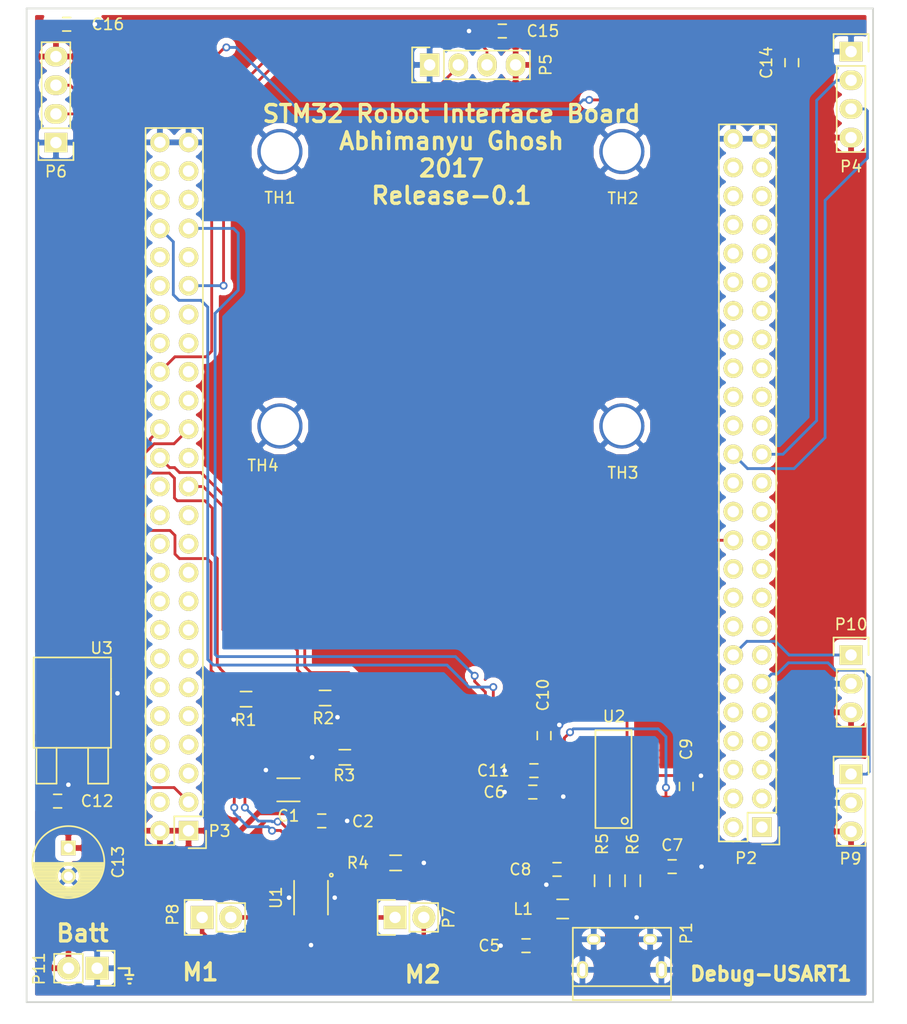
<source format=kicad_pcb>
(kicad_pcb (version 4) (host pcbnew 4.0.5)

  (general
    (links 94)
    (no_connects 0)
    (area 84.816667 36.625 165.333334 127.533333)
    (thickness 1.6)
    (drawings 14)
    (tracks 413)
    (zones 0)
    (modules 39)
    (nets 29)
  )

  (page A4)
  (layers
    (0 F.Cu signal)
    (31 B.Cu signal)
    (32 B.Adhes user)
    (33 F.Adhes user)
    (34 B.Paste user)
    (35 F.Paste user)
    (36 B.SilkS user)
    (37 F.SilkS user)
    (38 B.Mask user)
    (39 F.Mask user)
    (40 Dwgs.User user)
    (41 Cmts.User user)
    (42 Eco1.User user)
    (43 Eco2.User user)
    (44 Edge.Cuts user)
    (45 Margin user)
    (46 B.CrtYd user)
    (47 F.CrtYd user)
    (48 B.Fab user)
    (49 F.Fab user)
  )

  (setup
    (last_trace_width 0.25)
    (trace_clearance 0.2)
    (zone_clearance 0.508)
    (zone_45_only no)
    (trace_min 0.2)
    (segment_width 0.2)
    (edge_width 0.15)
    (via_size 0.7)
    (via_drill 0.4)
    (via_min_size 0.7)
    (via_min_drill 0.4)
    (uvia_size 0.3)
    (uvia_drill 0.1)
    (uvias_allowed no)
    (uvia_min_size 0.2)
    (uvia_min_drill 0.1)
    (pcb_text_width 0.3)
    (pcb_text_size 1.5 1.5)
    (mod_edge_width 0.15)
    (mod_text_size 1 1)
    (mod_text_width 0.15)
    (pad_size 1.524 1.524)
    (pad_drill 0.762)
    (pad_to_mask_clearance 0.2)
    (aux_axis_origin 0 0)
    (grid_origin 109.695 50.169)
    (visible_elements FFFFFF7F)
    (pcbplotparams
      (layerselection 0x01000_80000001)
      (usegerberextensions false)
      (excludeedgelayer true)
      (linewidth 0.100000)
      (plotframeref false)
      (viasonmask false)
      (mode 1)
      (useauxorigin false)
      (hpglpennumber 1)
      (hpglpenspeed 20)
      (hpglpendiameter 15)
      (hpglpenoverlay 2)
      (psnegative false)
      (psa4output false)
      (plotreference true)
      (plotvalue true)
      (plotinvisibletext false)
      (padsonsilk false)
      (subtractmaskfromsilk false)
      (outputformat 1)
      (mirror false)
      (drillshape 0)
      (scaleselection 1)
      (outputdirectory Outputs/))
  )

  (net 0 "")
  (net 1 +BATT)
  (net 2 Earth)
  (net 3 /MotorDriver/M1P)
  (net 4 /MotorDriver/M1N)
  (net 5 /MotorDriver/M2P)
  (net 6 /MotorDriver/M2N)
  (net 7 /debugFTDI/USB_5V)
  (net 8 "Net-(C6-Pad1)")
  (net 9 "Net-(C7-Pad1)")
  (net 10 "Net-(C8-Pad1)")
  (net 11 "Net-(C10-Pad1)")
  (net 12 +5V)
  (net 13 /debugFTDI/USBD-)
  (net 14 /debugFTDI/USBD+)
  (net 15 /ECHO0)
  (net 16 /TRIG0)
  (net 17 /MCU_RX)
  (net 18 /MCU_TX)
  (net 19 /AIN0)
  (net 20 /AIN1)
  (net 21 /ECHO1)
  (net 22 /ECHO2)
  (net 23 /TRIG1)
  (net 24 /TRIG2)
  (net 25 /M1_2)
  (net 26 /M1_1)
  (net 27 /M2_1)
  (net 28 /M2_2)

  (net_class Default "This is the default net class."
    (clearance 0.2)
    (trace_width 0.25)
    (via_dia 0.7)
    (via_drill 0.4)
    (uvia_dia 0.3)
    (uvia_drill 0.1)
    (add_net +5V)
    (add_net +BATT)
    (add_net /AIN0)
    (add_net /AIN1)
    (add_net /ECHO0)
    (add_net /ECHO1)
    (add_net /ECHO2)
    (add_net /M1_1)
    (add_net /M1_2)
    (add_net /M2_1)
    (add_net /M2_2)
    (add_net /MCU_RX)
    (add_net /MCU_TX)
    (add_net /MotorDriver/M1N)
    (add_net /MotorDriver/M1P)
    (add_net /MotorDriver/M2N)
    (add_net /MotorDriver/M2P)
    (add_net /TRIG0)
    (add_net /TRIG1)
    (add_net /TRIG2)
    (add_net /debugFTDI/USBD+)
    (add_net /debugFTDI/USBD-)
    (add_net /debugFTDI/USB_5V)
    (add_net Earth)
    (add_net "Net-(C10-Pad1)")
    (add_net "Net-(C6-Pad1)")
    (add_net "Net-(C7-Pad1)")
    (add_net "Net-(C8-Pad1)")
  )

  (module Pin_Headers:Pin_Header_Straight_2x25 (layer F.Cu) (tedit 0) (tstamp 58BE1BE3)
    (at 101.6 110.32 180)
    (descr "Through hole pin header")
    (tags "pin header")
    (path /58B91B12)
    (fp_text reference P3 (at -2.75 -0.03 180) (layer F.SilkS)
      (effects (font (size 1 1) (thickness 0.15)))
    )
    (fp_text value CONN_02X25 (at 0 -3.1 180) (layer F.Fab)
      (effects (font (size 1 1) (thickness 0.15)))
    )
    (fp_line (start -1.75 -1.75) (end -1.75 62.75) (layer F.CrtYd) (width 0.05))
    (fp_line (start 4.3 -1.75) (end 4.3 62.75) (layer F.CrtYd) (width 0.05))
    (fp_line (start -1.75 -1.75) (end 4.3 -1.75) (layer F.CrtYd) (width 0.05))
    (fp_line (start -1.75 62.75) (end 4.3 62.75) (layer F.CrtYd) (width 0.05))
    (fp_line (start -1.27 1.27) (end -1.27 62.23) (layer F.SilkS) (width 0.15))
    (fp_line (start 3.81 62.23) (end 3.81 -1.27) (layer F.SilkS) (width 0.15))
    (fp_line (start 3.81 62.23) (end -1.27 62.23) (layer F.SilkS) (width 0.15))
    (fp_line (start 3.81 -1.27) (end 1.27 -1.27) (layer F.SilkS) (width 0.15))
    (fp_line (start 0 -1.55) (end -1.55 -1.55) (layer F.SilkS) (width 0.15))
    (fp_line (start 1.27 -1.27) (end 1.27 1.27) (layer F.SilkS) (width 0.15))
    (fp_line (start 1.27 1.27) (end -1.27 1.27) (layer F.SilkS) (width 0.15))
    (fp_line (start -1.55 -1.55) (end -1.55 0) (layer F.SilkS) (width 0.15))
    (pad 1 thru_hole rect (at 0 0 180) (size 1.7272 1.7272) (drill 1.016) (layers *.Cu *.Mask F.SilkS)
      (net 12 +5V))
    (pad 2 thru_hole oval (at 2.54 0 180) (size 1.7272 1.7272) (drill 1.016) (layers *.Cu *.Mask F.SilkS)
      (net 12 +5V))
    (pad 3 thru_hole oval (at 0 2.54 180) (size 1.7272 1.7272) (drill 1.016) (layers *.Cu *.Mask F.SilkS)
      (net 22 /ECHO2))
    (pad 4 thru_hole oval (at 2.54 2.54 180) (size 1.7272 1.7272) (drill 1.016) (layers *.Cu *.Mask F.SilkS))
    (pad 5 thru_hole oval (at 0 5.08 180) (size 1.7272 1.7272) (drill 1.016) (layers *.Cu *.Mask F.SilkS))
    (pad 6 thru_hole oval (at 2.54 5.08 180) (size 1.7272 1.7272) (drill 1.016) (layers *.Cu *.Mask F.SilkS))
    (pad 7 thru_hole oval (at 0 7.62 180) (size 1.7272 1.7272) (drill 1.016) (layers *.Cu *.Mask F.SilkS))
    (pad 8 thru_hole oval (at 2.54 7.62 180) (size 1.7272 1.7272) (drill 1.016) (layers *.Cu *.Mask F.SilkS))
    (pad 9 thru_hole oval (at 0 10.16 180) (size 1.7272 1.7272) (drill 1.016) (layers *.Cu *.Mask F.SilkS))
    (pad 10 thru_hole oval (at 2.54 10.16 180) (size 1.7272 1.7272) (drill 1.016) (layers *.Cu *.Mask F.SilkS))
    (pad 11 thru_hole oval (at 0 12.7 180) (size 1.7272 1.7272) (drill 1.016) (layers *.Cu *.Mask F.SilkS))
    (pad 12 thru_hole oval (at 2.54 12.7 180) (size 1.7272 1.7272) (drill 1.016) (layers *.Cu *.Mask F.SilkS))
    (pad 13 thru_hole oval (at 0 15.24 180) (size 1.7272 1.7272) (drill 1.016) (layers *.Cu *.Mask F.SilkS))
    (pad 14 thru_hole oval (at 2.54 15.24 180) (size 1.7272 1.7272) (drill 1.016) (layers *.Cu *.Mask F.SilkS))
    (pad 15 thru_hole oval (at 0 17.78 180) (size 1.7272 1.7272) (drill 1.016) (layers *.Cu *.Mask F.SilkS))
    (pad 16 thru_hole oval (at 2.54 17.78 180) (size 1.7272 1.7272) (drill 1.016) (layers *.Cu *.Mask F.SilkS))
    (pad 17 thru_hole oval (at 0 20.32 180) (size 1.7272 1.7272) (drill 1.016) (layers *.Cu *.Mask F.SilkS))
    (pad 18 thru_hole oval (at 2.54 20.32 180) (size 1.7272 1.7272) (drill 1.016) (layers *.Cu *.Mask F.SilkS))
    (pad 19 thru_hole oval (at 0 22.86 180) (size 1.7272 1.7272) (drill 1.016) (layers *.Cu *.Mask F.SilkS))
    (pad 20 thru_hole oval (at 2.54 22.86 180) (size 1.7272 1.7272) (drill 1.016) (layers *.Cu *.Mask F.SilkS))
    (pad 21 thru_hole oval (at 0 25.4 180) (size 1.7272 1.7272) (drill 1.016) (layers *.Cu *.Mask F.SilkS))
    (pad 22 thru_hole oval (at 2.54 25.4 180) (size 1.7272 1.7272) (drill 1.016) (layers *.Cu *.Mask F.SilkS))
    (pad 23 thru_hole oval (at 0 27.94 180) (size 1.7272 1.7272) (drill 1.016) (layers *.Cu *.Mask F.SilkS))
    (pad 24 thru_hole oval (at 2.54 27.94 180) (size 1.7272 1.7272) (drill 1.016) (layers *.Cu *.Mask F.SilkS))
    (pad 25 thru_hole oval (at 0 30.48 180) (size 1.7272 1.7272) (drill 1.016) (layers *.Cu *.Mask F.SilkS)
      (net 25 /M1_2))
    (pad 26 thru_hole oval (at 2.54 30.48 180) (size 1.7272 1.7272) (drill 1.016) (layers *.Cu *.Mask F.SilkS))
    (pad 27 thru_hole oval (at 0 33.02 180) (size 1.7272 1.7272) (drill 1.016) (layers *.Cu *.Mask F.SilkS))
    (pad 28 thru_hole oval (at 2.54 33.02 180) (size 1.7272 1.7272) (drill 1.016) (layers *.Cu *.Mask F.SilkS)
      (net 26 /M1_1))
    (pad 29 thru_hole oval (at 0 35.56 180) (size 1.7272 1.7272) (drill 1.016) (layers *.Cu *.Mask F.SilkS)
      (net 27 /M2_1))
    (pad 30 thru_hole oval (at 2.54 35.56 180) (size 1.7272 1.7272) (drill 1.016) (layers *.Cu *.Mask F.SilkS)
      (net 28 /M2_2))
    (pad 31 thru_hole oval (at 0 38.1 180) (size 1.7272 1.7272) (drill 1.016) (layers *.Cu *.Mask F.SilkS))
    (pad 32 thru_hole oval (at 2.54 38.1 180) (size 1.7272 1.7272) (drill 1.016) (layers *.Cu *.Mask F.SilkS))
    (pad 33 thru_hole oval (at 0 40.64 180) (size 1.7272 1.7272) (drill 1.016) (layers *.Cu *.Mask F.SilkS))
    (pad 34 thru_hole oval (at 2.54 40.64 180) (size 1.7272 1.7272) (drill 1.016) (layers *.Cu *.Mask F.SilkS)
      (net 23 /TRIG1))
    (pad 35 thru_hole oval (at 0 43.18 180) (size 1.7272 1.7272) (drill 1.016) (layers *.Cu *.Mask F.SilkS))
    (pad 36 thru_hole oval (at 2.54 43.18 180) (size 1.7272 1.7272) (drill 1.016) (layers *.Cu *.Mask F.SilkS))
    (pad 37 thru_hole oval (at 0 45.72 180) (size 1.7272 1.7272) (drill 1.016) (layers *.Cu *.Mask F.SilkS))
    (pad 38 thru_hole oval (at 2.54 45.72 180) (size 1.7272 1.7272) (drill 1.016) (layers *.Cu *.Mask F.SilkS))
    (pad 39 thru_hole oval (at 0 48.26 180) (size 1.7272 1.7272) (drill 1.016) (layers *.Cu *.Mask F.SilkS)
      (net 21 /ECHO1))
    (pad 40 thru_hole oval (at 2.54 48.26 180) (size 1.7272 1.7272) (drill 1.016) (layers *.Cu *.Mask F.SilkS))
    (pad 41 thru_hole oval (at 0 50.8 180) (size 1.7272 1.7272) (drill 1.016) (layers *.Cu *.Mask F.SilkS))
    (pad 42 thru_hole oval (at 2.54 50.8 180) (size 1.7272 1.7272) (drill 1.016) (layers *.Cu *.Mask F.SilkS))
    (pad 43 thru_hole oval (at 0 53.34 180) (size 1.7272 1.7272) (drill 1.016) (layers *.Cu *.Mask F.SilkS)
      (net 17 /MCU_RX))
    (pad 44 thru_hole oval (at 2.54 53.34 180) (size 1.7272 1.7272) (drill 1.016) (layers *.Cu *.Mask F.SilkS)
      (net 18 /MCU_TX))
    (pad 45 thru_hole oval (at 0 55.88 180) (size 1.7272 1.7272) (drill 1.016) (layers *.Cu *.Mask F.SilkS))
    (pad 46 thru_hole oval (at 2.54 55.88 180) (size 1.7272 1.7272) (drill 1.016) (layers *.Cu *.Mask F.SilkS))
    (pad 47 thru_hole oval (at 0 58.42 180) (size 1.7272 1.7272) (drill 1.016) (layers *.Cu *.Mask F.SilkS))
    (pad 48 thru_hole oval (at 2.54 58.42 180) (size 1.7272 1.7272) (drill 1.016) (layers *.Cu *.Mask F.SilkS))
    (pad 49 thru_hole oval (at 0 60.96 180) (size 1.7272 1.7272) (drill 1.016) (layers *.Cu *.Mask F.SilkS)
      (net 2 Earth))
    (pad 50 thru_hole oval (at 2.54 60.96 180) (size 1.7272 1.7272) (drill 1.016) (layers *.Cu *.Mask F.SilkS)
      (net 2 Earth))
    (model Pin_Headers.3dshapes/Pin_Header_Straight_2x25.wrl
      (at (xyz 0.05 -1.2 0))
      (scale (xyz 1 1 1))
      (rotate (xyz 0 0 90))
    )
  )

  (module Capacitors_SMD:C_1206_HandSoldering (layer F.Cu) (tedit 541A9C03) (tstamp 58BE1A68)
    (at 110.45 106.7 180)
    (descr "Capacitor SMD 1206, hand soldering")
    (tags "capacitor 1206")
    (path /58B85610/58B860FE)
    (attr smd)
    (fp_text reference C1 (at 0 -2.3 180) (layer F.SilkS)
      (effects (font (size 1 1) (thickness 0.15)))
    )
    (fp_text value "22 uF" (at 0 2.3 180) (layer F.Fab)
      (effects (font (size 1 1) (thickness 0.15)))
    )
    (fp_line (start -3.3 -1.15) (end 3.3 -1.15) (layer F.CrtYd) (width 0.05))
    (fp_line (start -3.3 1.15) (end 3.3 1.15) (layer F.CrtYd) (width 0.05))
    (fp_line (start -3.3 -1.15) (end -3.3 1.15) (layer F.CrtYd) (width 0.05))
    (fp_line (start 3.3 -1.15) (end 3.3 1.15) (layer F.CrtYd) (width 0.05))
    (fp_line (start 1 -1.025) (end -1 -1.025) (layer F.SilkS) (width 0.15))
    (fp_line (start -1 1.025) (end 1 1.025) (layer F.SilkS) (width 0.15))
    (pad 1 smd rect (at -2 0 180) (size 2 1.6) (layers F.Cu F.Paste F.Mask)
      (net 1 +BATT))
    (pad 2 smd rect (at 2 0 180) (size 2 1.6) (layers F.Cu F.Paste F.Mask)
      (net 2 Earth))
    (model Capacitors_SMD.3dshapes/C_1206_HandSoldering.wrl
      (at (xyz 0 0 0))
      (scale (xyz 1 1 1))
      (rotate (xyz 0 0 0))
    )
  )

  (module Capacitors_SMD:C_0603_HandSoldering (layer F.Cu) (tedit 541A9B4D) (tstamp 58BE1A74)
    (at 113.4 109.45)
    (descr "Capacitor SMD 0603, hand soldering")
    (tags "capacitor 0603")
    (path /58B85610/58B85F66)
    (attr smd)
    (fp_text reference C2 (at 3.65 0.05) (layer F.SilkS)
      (effects (font (size 1 1) (thickness 0.15)))
    )
    (fp_text value "0.1 uF" (at 0 1.9) (layer F.Fab)
      (effects (font (size 1 1) (thickness 0.15)))
    )
    (fp_line (start -1.85 -0.75) (end 1.85 -0.75) (layer F.CrtYd) (width 0.05))
    (fp_line (start -1.85 0.75) (end 1.85 0.75) (layer F.CrtYd) (width 0.05))
    (fp_line (start -1.85 -0.75) (end -1.85 0.75) (layer F.CrtYd) (width 0.05))
    (fp_line (start 1.85 -0.75) (end 1.85 0.75) (layer F.CrtYd) (width 0.05))
    (fp_line (start -0.35 -0.6) (end 0.35 -0.6) (layer F.SilkS) (width 0.15))
    (fp_line (start 0.35 0.6) (end -0.35 0.6) (layer F.SilkS) (width 0.15))
    (pad 1 smd rect (at -0.95 0) (size 1.2 0.75) (layers F.Cu F.Paste F.Mask)
      (net 1 +BATT))
    (pad 2 smd rect (at 0.95 0) (size 1.2 0.75) (layers F.Cu F.Paste F.Mask)
      (net 2 Earth))
    (model Capacitors_SMD.3dshapes/C_0603_HandSoldering.wrl
      (at (xyz 0 0 0))
      (scale (xyz 1 1 1))
      (rotate (xyz 0 0 0))
    )
  )

  (module Capacitors_SMD:C_0603_HandSoldering (layer F.Cu) (tedit 541A9B4D) (tstamp 58BE1A98)
    (at 131.5 120.5 180)
    (descr "Capacitor SMD 0603, hand soldering")
    (tags "capacitor 0603")
    (path /58B85615/58B86577)
    (attr smd)
    (fp_text reference C5 (at 3.25 0 180) (layer F.SilkS)
      (effects (font (size 1 1) (thickness 0.15)))
    )
    (fp_text value "0.1 uF" (at 0 1.9 180) (layer F.Fab)
      (effects (font (size 1 1) (thickness 0.15)))
    )
    (fp_line (start -1.85 -0.75) (end 1.85 -0.75) (layer F.CrtYd) (width 0.05))
    (fp_line (start -1.85 0.75) (end 1.85 0.75) (layer F.CrtYd) (width 0.05))
    (fp_line (start -1.85 -0.75) (end -1.85 0.75) (layer F.CrtYd) (width 0.05))
    (fp_line (start 1.85 -0.75) (end 1.85 0.75) (layer F.CrtYd) (width 0.05))
    (fp_line (start -0.35 -0.6) (end 0.35 -0.6) (layer F.SilkS) (width 0.15))
    (fp_line (start 0.35 0.6) (end -0.35 0.6) (layer F.SilkS) (width 0.15))
    (pad 1 smd rect (at -0.95 0 180) (size 1.2 0.75) (layers F.Cu F.Paste F.Mask)
      (net 7 /debugFTDI/USB_5V))
    (pad 2 smd rect (at 0.95 0 180) (size 1.2 0.75) (layers F.Cu F.Paste F.Mask)
      (net 2 Earth))
    (model Capacitors_SMD.3dshapes/C_0603_HandSoldering.wrl
      (at (xyz 0 0 0))
      (scale (xyz 1 1 1))
      (rotate (xyz 0 0 0))
    )
  )

  (module Capacitors_SMD:C_0603_HandSoldering (layer F.Cu) (tedit 541A9B4D) (tstamp 58BE1AA4)
    (at 132.1 106.9 180)
    (descr "Capacitor SMD 0603, hand soldering")
    (tags "capacitor 0603")
    (path /58B85615/58B86778)
    (attr smd)
    (fp_text reference C6 (at 3.4 0 180) (layer F.SilkS)
      (effects (font (size 1 1) (thickness 0.15)))
    )
    (fp_text value "0.1 uF" (at 0 1.9 180) (layer F.Fab)
      (effects (font (size 1 1) (thickness 0.15)))
    )
    (fp_line (start -1.85 -0.75) (end 1.85 -0.75) (layer F.CrtYd) (width 0.05))
    (fp_line (start -1.85 0.75) (end 1.85 0.75) (layer F.CrtYd) (width 0.05))
    (fp_line (start -1.85 -0.75) (end -1.85 0.75) (layer F.CrtYd) (width 0.05))
    (fp_line (start 1.85 -0.75) (end 1.85 0.75) (layer F.CrtYd) (width 0.05))
    (fp_line (start -0.35 -0.6) (end 0.35 -0.6) (layer F.SilkS) (width 0.15))
    (fp_line (start 0.35 0.6) (end -0.35 0.6) (layer F.SilkS) (width 0.15))
    (pad 1 smd rect (at -0.95 0 180) (size 1.2 0.75) (layers F.Cu F.Paste F.Mask)
      (net 8 "Net-(C6-Pad1)"))
    (pad 2 smd rect (at 0.95 0 180) (size 1.2 0.75) (layers F.Cu F.Paste F.Mask)
      (net 2 Earth))
    (model Capacitors_SMD.3dshapes/C_0603_HandSoldering.wrl
      (at (xyz 0 0 0))
      (scale (xyz 1 1 1))
      (rotate (xyz 0 0 0))
    )
  )

  (module Capacitors_SMD:C_0603_HandSoldering (layer F.Cu) (tedit 541A9B4D) (tstamp 58BE1AB0)
    (at 144.45 113.5)
    (descr "Capacitor SMD 0603, hand soldering")
    (tags "capacitor 0603")
    (path /58B85615/58B86A65)
    (attr smd)
    (fp_text reference C7 (at 0 -1.9) (layer F.SilkS)
      (effects (font (size 1 1) (thickness 0.15)))
    )
    (fp_text value "47 pF" (at 0 1.9) (layer F.Fab)
      (effects (font (size 1 1) (thickness 0.15)))
    )
    (fp_line (start -1.85 -0.75) (end 1.85 -0.75) (layer F.CrtYd) (width 0.05))
    (fp_line (start -1.85 0.75) (end 1.85 0.75) (layer F.CrtYd) (width 0.05))
    (fp_line (start -1.85 -0.75) (end -1.85 0.75) (layer F.CrtYd) (width 0.05))
    (fp_line (start 1.85 -0.75) (end 1.85 0.75) (layer F.CrtYd) (width 0.05))
    (fp_line (start -0.35 -0.6) (end 0.35 -0.6) (layer F.SilkS) (width 0.15))
    (fp_line (start 0.35 0.6) (end -0.35 0.6) (layer F.SilkS) (width 0.15))
    (pad 1 smd rect (at -0.95 0) (size 1.2 0.75) (layers F.Cu F.Paste F.Mask)
      (net 9 "Net-(C7-Pad1)"))
    (pad 2 smd rect (at 0.95 0) (size 1.2 0.75) (layers F.Cu F.Paste F.Mask)
      (net 2 Earth))
    (model Capacitors_SMD.3dshapes/C_0603_HandSoldering.wrl
      (at (xyz 0 0 0))
      (scale (xyz 1 1 1))
      (rotate (xyz 0 0 0))
    )
  )

  (module Capacitors_SMD:C_0603_HandSoldering (layer F.Cu) (tedit 541A9B4D) (tstamp 58BE1ABC)
    (at 134.25 113.75 180)
    (descr "Capacitor SMD 0603, hand soldering")
    (tags "capacitor 0603")
    (path /58B85615/58B86ACF)
    (attr smd)
    (fp_text reference C8 (at 3.25 0 180) (layer F.SilkS)
      (effects (font (size 1 1) (thickness 0.15)))
    )
    (fp_text value "47 pF" (at 0 1.9 180) (layer F.Fab)
      (effects (font (size 1 1) (thickness 0.15)))
    )
    (fp_line (start -1.85 -0.75) (end 1.85 -0.75) (layer F.CrtYd) (width 0.05))
    (fp_line (start -1.85 0.75) (end 1.85 0.75) (layer F.CrtYd) (width 0.05))
    (fp_line (start -1.85 -0.75) (end -1.85 0.75) (layer F.CrtYd) (width 0.05))
    (fp_line (start 1.85 -0.75) (end 1.85 0.75) (layer F.CrtYd) (width 0.05))
    (fp_line (start -0.35 -0.6) (end 0.35 -0.6) (layer F.SilkS) (width 0.15))
    (fp_line (start 0.35 0.6) (end -0.35 0.6) (layer F.SilkS) (width 0.15))
    (pad 1 smd rect (at -0.95 0 180) (size 1.2 0.75) (layers F.Cu F.Paste F.Mask)
      (net 10 "Net-(C8-Pad1)"))
    (pad 2 smd rect (at 0.95 0 180) (size 1.2 0.75) (layers F.Cu F.Paste F.Mask)
      (net 2 Earth))
    (model Capacitors_SMD.3dshapes/C_0603_HandSoldering.wrl
      (at (xyz 0 0 0))
      (scale (xyz 1 1 1))
      (rotate (xyz 0 0 0))
    )
  )

  (module Capacitors_SMD:C_0603_HandSoldering (layer F.Cu) (tedit 541A9B4D) (tstamp 58BE1AC8)
    (at 145.7 106.4 90)
    (descr "Capacitor SMD 0603, hand soldering")
    (tags "capacitor 0603")
    (path /58B85615/58B867BC)
    (attr smd)
    (fp_text reference C9 (at 3.3 0 90) (layer F.SilkS)
      (effects (font (size 1 1) (thickness 0.15)))
    )
    (fp_text value "0.1 uF" (at 0 1.9 90) (layer F.Fab)
      (effects (font (size 1 1) (thickness 0.15)))
    )
    (fp_line (start -1.85 -0.75) (end 1.85 -0.75) (layer F.CrtYd) (width 0.05))
    (fp_line (start -1.85 0.75) (end 1.85 0.75) (layer F.CrtYd) (width 0.05))
    (fp_line (start -1.85 -0.75) (end -1.85 0.75) (layer F.CrtYd) (width 0.05))
    (fp_line (start 1.85 -0.75) (end 1.85 0.75) (layer F.CrtYd) (width 0.05))
    (fp_line (start -0.35 -0.6) (end 0.35 -0.6) (layer F.SilkS) (width 0.15))
    (fp_line (start 0.35 0.6) (end -0.35 0.6) (layer F.SilkS) (width 0.15))
    (pad 1 smd rect (at -0.95 0 90) (size 1.2 0.75) (layers F.Cu F.Paste F.Mask)
      (net 11 "Net-(C10-Pad1)"))
    (pad 2 smd rect (at 0.95 0 90) (size 1.2 0.75) (layers F.Cu F.Paste F.Mask)
      (net 2 Earth))
    (model Capacitors_SMD.3dshapes/C_0603_HandSoldering.wrl
      (at (xyz 0 0 0))
      (scale (xyz 1 1 1))
      (rotate (xyz 0 0 0))
    )
  )

  (module Capacitors_SMD:C_0603_HandSoldering (layer F.Cu) (tedit 541A9B4D) (tstamp 58BE1AD4)
    (at 133.1 101.9 90)
    (descr "Capacitor SMD 0603, hand soldering")
    (tags "capacitor 0603")
    (path /58B85615/58B86C6A)
    (attr smd)
    (fp_text reference C10 (at 3.6 -0.1 90) (layer F.SilkS)
      (effects (font (size 1 1) (thickness 0.15)))
    )
    (fp_text value "0.1 uF" (at 0 1.9 90) (layer F.Fab)
      (effects (font (size 1 1) (thickness 0.15)))
    )
    (fp_line (start -1.85 -0.75) (end 1.85 -0.75) (layer F.CrtYd) (width 0.05))
    (fp_line (start -1.85 0.75) (end 1.85 0.75) (layer F.CrtYd) (width 0.05))
    (fp_line (start -1.85 -0.75) (end -1.85 0.75) (layer F.CrtYd) (width 0.05))
    (fp_line (start 1.85 -0.75) (end 1.85 0.75) (layer F.CrtYd) (width 0.05))
    (fp_line (start -0.35 -0.6) (end 0.35 -0.6) (layer F.SilkS) (width 0.15))
    (fp_line (start 0.35 0.6) (end -0.35 0.6) (layer F.SilkS) (width 0.15))
    (pad 1 smd rect (at -0.95 0 90) (size 1.2 0.75) (layers F.Cu F.Paste F.Mask)
      (net 11 "Net-(C10-Pad1)"))
    (pad 2 smd rect (at 0.95 0 90) (size 1.2 0.75) (layers F.Cu F.Paste F.Mask)
      (net 2 Earth))
    (model Capacitors_SMD.3dshapes/C_0603_HandSoldering.wrl
      (at (xyz 0 0 0))
      (scale (xyz 1 1 1))
      (rotate (xyz 0 0 0))
    )
  )

  (module Capacitors_SMD:C_0603_HandSoldering (layer F.Cu) (tedit 541A9B4D) (tstamp 58BE1AE0)
    (at 132.2 105 180)
    (descr "Capacitor SMD 0603, hand soldering")
    (tags "capacitor 0603")
    (path /58B85615/58B86CAC)
    (attr smd)
    (fp_text reference C11 (at 3.6 0 180) (layer F.SilkS)
      (effects (font (size 1 1) (thickness 0.15)))
    )
    (fp_text value "0.1 uF" (at 0 1.9 180) (layer F.Fab)
      (effects (font (size 1 1) (thickness 0.15)))
    )
    (fp_line (start -1.85 -0.75) (end 1.85 -0.75) (layer F.CrtYd) (width 0.05))
    (fp_line (start -1.85 0.75) (end 1.85 0.75) (layer F.CrtYd) (width 0.05))
    (fp_line (start -1.85 -0.75) (end -1.85 0.75) (layer F.CrtYd) (width 0.05))
    (fp_line (start 1.85 -0.75) (end 1.85 0.75) (layer F.CrtYd) (width 0.05))
    (fp_line (start -0.35 -0.6) (end 0.35 -0.6) (layer F.SilkS) (width 0.15))
    (fp_line (start 0.35 0.6) (end -0.35 0.6) (layer F.SilkS) (width 0.15))
    (pad 1 smd rect (at -0.95 0 180) (size 1.2 0.75) (layers F.Cu F.Paste F.Mask)
      (net 11 "Net-(C10-Pad1)"))
    (pad 2 smd rect (at 0.95 0 180) (size 1.2 0.75) (layers F.Cu F.Paste F.Mask)
      (net 2 Earth))
    (model Capacitors_SMD.3dshapes/C_0603_HandSoldering.wrl
      (at (xyz 0 0 0))
      (scale (xyz 1 1 1))
      (rotate (xyz 0 0 0))
    )
  )

  (module Capacitors_SMD:C_0603_HandSoldering (layer F.Cu) (tedit 541A9B4D) (tstamp 58BE1AEC)
    (at 90 107.7)
    (descr "Capacitor SMD 0603, hand soldering")
    (tags "capacitor 0603")
    (path /58BB4CB4)
    (attr smd)
    (fp_text reference C12 (at 3.5 0) (layer F.SilkS)
      (effects (font (size 1 1) (thickness 0.15)))
    )
    (fp_text value "0.1 uF" (at 0 1.9) (layer F.Fab)
      (effects (font (size 1 1) (thickness 0.15)))
    )
    (fp_line (start -1.85 -0.75) (end 1.85 -0.75) (layer F.CrtYd) (width 0.05))
    (fp_line (start -1.85 0.75) (end 1.85 0.75) (layer F.CrtYd) (width 0.05))
    (fp_line (start -1.85 -0.75) (end -1.85 0.75) (layer F.CrtYd) (width 0.05))
    (fp_line (start 1.85 -0.75) (end 1.85 0.75) (layer F.CrtYd) (width 0.05))
    (fp_line (start -0.35 -0.6) (end 0.35 -0.6) (layer F.SilkS) (width 0.15))
    (fp_line (start 0.35 0.6) (end -0.35 0.6) (layer F.SilkS) (width 0.15))
    (pad 1 smd rect (at -0.95 0) (size 1.2 0.75) (layers F.Cu F.Paste F.Mask)
      (net 1 +BATT))
    (pad 2 smd rect (at 0.95 0) (size 1.2 0.75) (layers F.Cu F.Paste F.Mask)
      (net 2 Earth))
    (model Capacitors_SMD.3dshapes/C_0603_HandSoldering.wrl
      (at (xyz 0 0 0))
      (scale (xyz 1 1 1))
      (rotate (xyz 0 0 0))
    )
  )

  (module Capacitors_ThroughHole:C_Radial_D6.3_L11.2_P2.5 (layer F.Cu) (tedit 0) (tstamp 58BE1B19)
    (at 90.95 111.85 270)
    (descr "Radial Electrolytic Capacitor, Diameter 6.3mm x Length 11.2mm, Pitch 2.5mm")
    (tags "Electrolytic Capacitor")
    (path /58BB5B23)
    (fp_text reference C13 (at 1.25 -4.4 270) (layer F.SilkS)
      (effects (font (size 1 1) (thickness 0.15)))
    )
    (fp_text value "2.2 uF" (at 1.25 4.4 270) (layer F.Fab)
      (effects (font (size 1 1) (thickness 0.15)))
    )
    (fp_line (start 1.325 -3.149) (end 1.325 3.149) (layer F.SilkS) (width 0.15))
    (fp_line (start 1.465 -3.143) (end 1.465 3.143) (layer F.SilkS) (width 0.15))
    (fp_line (start 1.605 -3.13) (end 1.605 -0.446) (layer F.SilkS) (width 0.15))
    (fp_line (start 1.605 0.446) (end 1.605 3.13) (layer F.SilkS) (width 0.15))
    (fp_line (start 1.745 -3.111) (end 1.745 -0.656) (layer F.SilkS) (width 0.15))
    (fp_line (start 1.745 0.656) (end 1.745 3.111) (layer F.SilkS) (width 0.15))
    (fp_line (start 1.885 -3.085) (end 1.885 -0.789) (layer F.SilkS) (width 0.15))
    (fp_line (start 1.885 0.789) (end 1.885 3.085) (layer F.SilkS) (width 0.15))
    (fp_line (start 2.025 -3.053) (end 2.025 -0.88) (layer F.SilkS) (width 0.15))
    (fp_line (start 2.025 0.88) (end 2.025 3.053) (layer F.SilkS) (width 0.15))
    (fp_line (start 2.165 -3.014) (end 2.165 -0.942) (layer F.SilkS) (width 0.15))
    (fp_line (start 2.165 0.942) (end 2.165 3.014) (layer F.SilkS) (width 0.15))
    (fp_line (start 2.305 -2.968) (end 2.305 -0.981) (layer F.SilkS) (width 0.15))
    (fp_line (start 2.305 0.981) (end 2.305 2.968) (layer F.SilkS) (width 0.15))
    (fp_line (start 2.445 -2.915) (end 2.445 -0.998) (layer F.SilkS) (width 0.15))
    (fp_line (start 2.445 0.998) (end 2.445 2.915) (layer F.SilkS) (width 0.15))
    (fp_line (start 2.585 -2.853) (end 2.585 -0.996) (layer F.SilkS) (width 0.15))
    (fp_line (start 2.585 0.996) (end 2.585 2.853) (layer F.SilkS) (width 0.15))
    (fp_line (start 2.725 -2.783) (end 2.725 -0.974) (layer F.SilkS) (width 0.15))
    (fp_line (start 2.725 0.974) (end 2.725 2.783) (layer F.SilkS) (width 0.15))
    (fp_line (start 2.865 -2.704) (end 2.865 -0.931) (layer F.SilkS) (width 0.15))
    (fp_line (start 2.865 0.931) (end 2.865 2.704) (layer F.SilkS) (width 0.15))
    (fp_line (start 3.005 -2.616) (end 3.005 -0.863) (layer F.SilkS) (width 0.15))
    (fp_line (start 3.005 0.863) (end 3.005 2.616) (layer F.SilkS) (width 0.15))
    (fp_line (start 3.145 -2.516) (end 3.145 -0.764) (layer F.SilkS) (width 0.15))
    (fp_line (start 3.145 0.764) (end 3.145 2.516) (layer F.SilkS) (width 0.15))
    (fp_line (start 3.285 -2.404) (end 3.285 -0.619) (layer F.SilkS) (width 0.15))
    (fp_line (start 3.285 0.619) (end 3.285 2.404) (layer F.SilkS) (width 0.15))
    (fp_line (start 3.425 -2.279) (end 3.425 -0.38) (layer F.SilkS) (width 0.15))
    (fp_line (start 3.425 0.38) (end 3.425 2.279) (layer F.SilkS) (width 0.15))
    (fp_line (start 3.565 -2.136) (end 3.565 2.136) (layer F.SilkS) (width 0.15))
    (fp_line (start 3.705 -1.974) (end 3.705 1.974) (layer F.SilkS) (width 0.15))
    (fp_line (start 3.845 -1.786) (end 3.845 1.786) (layer F.SilkS) (width 0.15))
    (fp_line (start 3.985 -1.563) (end 3.985 1.563) (layer F.SilkS) (width 0.15))
    (fp_line (start 4.125 -1.287) (end 4.125 1.287) (layer F.SilkS) (width 0.15))
    (fp_line (start 4.265 -0.912) (end 4.265 0.912) (layer F.SilkS) (width 0.15))
    (fp_circle (center 2.5 0) (end 2.5 -1) (layer F.SilkS) (width 0.15))
    (fp_circle (center 1.25 0) (end 1.25 -3.1875) (layer F.SilkS) (width 0.15))
    (fp_circle (center 1.25 0) (end 1.25 -3.4) (layer F.CrtYd) (width 0.05))
    (pad 2 thru_hole circle (at 2.5 0 270) (size 1.3 1.3) (drill 0.8) (layers *.Cu *.Mask F.SilkS)
      (net 2 Earth))
    (pad 1 thru_hole rect (at 0 0 270) (size 1.3 1.3) (drill 0.8) (layers *.Cu *.Mask F.SilkS)
      (net 12 +5V))
    (model Capacitors_ThroughHole.3dshapes/C_Radial_D6.3_L11.2_P2.5.wrl
      (at (xyz 0 0 0))
      (scale (xyz 1 1 1))
      (rotate (xyz 0 0 0))
    )
  )

  (module Capacitors_SMD:C_0603_HandSoldering (layer F.Cu) (tedit 541A9B4D) (tstamp 58BE1B25)
    (at 155.05 42.3 90)
    (descr "Capacitor SMD 0603, hand soldering")
    (tags "capacitor 0603")
    (path /58BB8498)
    (attr smd)
    (fp_text reference C14 (at 0 -2.25 90) (layer F.SilkS)
      (effects (font (size 1 1) (thickness 0.15)))
    )
    (fp_text value "0.1 uF" (at 0 1.9 90) (layer F.Fab)
      (effects (font (size 1 1) (thickness 0.15)))
    )
    (fp_line (start -1.85 -0.75) (end 1.85 -0.75) (layer F.CrtYd) (width 0.05))
    (fp_line (start -1.85 0.75) (end 1.85 0.75) (layer F.CrtYd) (width 0.05))
    (fp_line (start -1.85 -0.75) (end -1.85 0.75) (layer F.CrtYd) (width 0.05))
    (fp_line (start 1.85 -0.75) (end 1.85 0.75) (layer F.CrtYd) (width 0.05))
    (fp_line (start -0.35 -0.6) (end 0.35 -0.6) (layer F.SilkS) (width 0.15))
    (fp_line (start 0.35 0.6) (end -0.35 0.6) (layer F.SilkS) (width 0.15))
    (pad 1 smd rect (at -0.95 0 90) (size 1.2 0.75) (layers F.Cu F.Paste F.Mask)
      (net 12 +5V))
    (pad 2 smd rect (at 0.95 0 90) (size 1.2 0.75) (layers F.Cu F.Paste F.Mask)
      (net 2 Earth))
    (model Capacitors_SMD.3dshapes/C_0603_HandSoldering.wrl
      (at (xyz 0 0 0))
      (scale (xyz 1 1 1))
      (rotate (xyz 0 0 0))
    )
  )

  (module Capacitors_SMD:C_0603_HandSoldering (layer F.Cu) (tedit 541A9B4D) (tstamp 58BE1B31)
    (at 129.4 39.5 180)
    (descr "Capacitor SMD 0603, hand soldering")
    (tags "capacitor 0603")
    (path /58BB8098)
    (attr smd)
    (fp_text reference C15 (at -3.6 0 180) (layer F.SilkS)
      (effects (font (size 1 1) (thickness 0.15)))
    )
    (fp_text value "0.1 uF" (at 0 1.9 180) (layer F.Fab)
      (effects (font (size 1 1) (thickness 0.15)))
    )
    (fp_line (start -1.85 -0.75) (end 1.85 -0.75) (layer F.CrtYd) (width 0.05))
    (fp_line (start -1.85 0.75) (end 1.85 0.75) (layer F.CrtYd) (width 0.05))
    (fp_line (start -1.85 -0.75) (end -1.85 0.75) (layer F.CrtYd) (width 0.05))
    (fp_line (start 1.85 -0.75) (end 1.85 0.75) (layer F.CrtYd) (width 0.05))
    (fp_line (start -0.35 -0.6) (end 0.35 -0.6) (layer F.SilkS) (width 0.15))
    (fp_line (start 0.35 0.6) (end -0.35 0.6) (layer F.SilkS) (width 0.15))
    (pad 1 smd rect (at -0.95 0 180) (size 1.2 0.75) (layers F.Cu F.Paste F.Mask)
      (net 12 +5V))
    (pad 2 smd rect (at 0.95 0 180) (size 1.2 0.75) (layers F.Cu F.Paste F.Mask)
      (net 2 Earth))
    (model Capacitors_SMD.3dshapes/C_0603_HandSoldering.wrl
      (at (xyz 0 0 0))
      (scale (xyz 1 1 1))
      (rotate (xyz 0 0 0))
    )
  )

  (module Capacitors_SMD:C_0603_HandSoldering (layer F.Cu) (tedit 541A9B4D) (tstamp 58BE1B3D)
    (at 90.8 38.9)
    (descr "Capacitor SMD 0603, hand soldering")
    (tags "capacitor 0603")
    (path /58BB8A35)
    (attr smd)
    (fp_text reference C16 (at 3.65 0) (layer F.SilkS)
      (effects (font (size 1 1) (thickness 0.15)))
    )
    (fp_text value "0.1 uF" (at 0 1.9) (layer F.Fab)
      (effects (font (size 1 1) (thickness 0.15)))
    )
    (fp_line (start -1.85 -0.75) (end 1.85 -0.75) (layer F.CrtYd) (width 0.05))
    (fp_line (start -1.85 0.75) (end 1.85 0.75) (layer F.CrtYd) (width 0.05))
    (fp_line (start -1.85 -0.75) (end -1.85 0.75) (layer F.CrtYd) (width 0.05))
    (fp_line (start 1.85 -0.75) (end 1.85 0.75) (layer F.CrtYd) (width 0.05))
    (fp_line (start -0.35 -0.6) (end 0.35 -0.6) (layer F.SilkS) (width 0.15))
    (fp_line (start 0.35 0.6) (end -0.35 0.6) (layer F.SilkS) (width 0.15))
    (pad 1 smd rect (at -0.95 0) (size 1.2 0.75) (layers F.Cu F.Paste F.Mask)
      (net 12 +5V))
    (pad 2 smd rect (at 0.95 0) (size 1.2 0.75) (layers F.Cu F.Paste F.Mask)
      (net 2 Earth))
    (model Capacitors_SMD.3dshapes/C_0603_HandSoldering.wrl
      (at (xyz 0 0 0))
      (scale (xyz 1 1 1))
      (rotate (xyz 0 0 0))
    )
  )

  (module Capacitors_SMD:C_0805_HandSoldering (layer F.Cu) (tedit 541A9B8D) (tstamp 58BE1B49)
    (at 134.75 117.25)
    (descr "Capacitor SMD 0805, hand soldering")
    (tags "capacitor 0805")
    (path /58B85615/58B86491)
    (attr smd)
    (fp_text reference L1 (at -3.5 0) (layer F.SilkS)
      (effects (font (size 1 1) (thickness 0.15)))
    )
    (fp_text value "40-Ohm Ferrite" (at 0 2.1) (layer F.Fab)
      (effects (font (size 1 1) (thickness 0.15)))
    )
    (fp_line (start -2.3 -1) (end 2.3 -1) (layer F.CrtYd) (width 0.05))
    (fp_line (start -2.3 1) (end 2.3 1) (layer F.CrtYd) (width 0.05))
    (fp_line (start -2.3 -1) (end -2.3 1) (layer F.CrtYd) (width 0.05))
    (fp_line (start 2.3 -1) (end 2.3 1) (layer F.CrtYd) (width 0.05))
    (fp_line (start 0.5 -0.85) (end -0.5 -0.85) (layer F.SilkS) (width 0.15))
    (fp_line (start -0.5 0.85) (end 0.5 0.85) (layer F.SilkS) (width 0.15))
    (pad 1 smd rect (at -1.25 0) (size 1.5 1.25) (layers F.Cu F.Paste F.Mask)
      (net 8 "Net-(C6-Pad1)"))
    (pad 2 smd rect (at 1.25 0) (size 1.5 1.25) (layers F.Cu F.Paste F.Mask)
      (net 7 /debugFTDI/USB_5V))
    (model Capacitors_SMD.3dshapes/C_0805_HandSoldering.wrl
      (at (xyz 0 0 0))
      (scale (xyz 1 1 1))
      (rotate (xyz 0 0 0))
    )
  )

  (module Connect:USB_Micro-B (layer F.Cu) (tedit 5543E447) (tstamp 58BE1B5F)
    (at 140 121.5)
    (descr "Micro USB Type B Receptacle")
    (tags "USB USB_B USB_micro USB_OTG")
    (path /58B8DFCA)
    (attr smd)
    (fp_text reference P1 (at 5.7 -2.1 270) (layer F.SilkS)
      (effects (font (size 1 1) (thickness 0.15)))
    )
    (fp_text value USB_OTG (at 0 4.8) (layer F.Fab)
      (effects (font (size 1 1) (thickness 0.15)))
    )
    (fp_line (start -4.6 -2.8) (end 4.6 -2.8) (layer F.CrtYd) (width 0.05))
    (fp_line (start 4.6 -2.8) (end 4.6 4.05) (layer F.CrtYd) (width 0.05))
    (fp_line (start 4.6 4.05) (end -4.6 4.05) (layer F.CrtYd) (width 0.05))
    (fp_line (start -4.6 4.05) (end -4.6 -2.8) (layer F.CrtYd) (width 0.05))
    (fp_line (start -4.3509 3.81746) (end 4.3491 3.81746) (layer F.SilkS) (width 0.15))
    (fp_line (start -4.3509 -2.58754) (end 4.3491 -2.58754) (layer F.SilkS) (width 0.15))
    (fp_line (start 4.3491 -2.58754) (end 4.3491 3.81746) (layer F.SilkS) (width 0.15))
    (fp_line (start 4.3491 2.58746) (end -4.3509 2.58746) (layer F.SilkS) (width 0.15))
    (fp_line (start -4.3509 3.81746) (end -4.3509 -2.58754) (layer F.SilkS) (width 0.15))
    (pad 1 smd rect (at -1.3009 -1.56254 90) (size 1.35 0.4) (layers F.Cu F.Paste F.Mask)
      (net 7 /debugFTDI/USB_5V))
    (pad 2 smd rect (at -0.6509 -1.56254 90) (size 1.35 0.4) (layers F.Cu F.Paste F.Mask)
      (net 13 /debugFTDI/USBD-))
    (pad 3 smd rect (at -0.0009 -1.56254 90) (size 1.35 0.4) (layers F.Cu F.Paste F.Mask)
      (net 14 /debugFTDI/USBD+))
    (pad 4 smd rect (at 0.6491 -1.56254 90) (size 1.35 0.4) (layers F.Cu F.Paste F.Mask))
    (pad 5 smd rect (at 1.2991 -1.56254 90) (size 1.35 0.4) (layers F.Cu F.Paste F.Mask)
      (net 2 Earth))
    (pad 6 thru_hole oval (at -2.5009 -1.56254 90) (size 0.95 1.25) (drill oval 0.55 0.85) (layers *.Cu *.Mask F.SilkS)
      (net 2 Earth))
    (pad 6 thru_hole oval (at 2.4991 -1.56254 90) (size 0.95 1.25) (drill oval 0.55 0.85) (layers *.Cu *.Mask F.SilkS)
      (net 2 Earth))
    (pad 6 thru_hole oval (at -3.5009 1.13746 90) (size 1.55 1) (drill oval 1.15 0.5) (layers *.Cu *.Mask F.SilkS)
      (net 2 Earth))
    (pad 6 thru_hole oval (at 3.4991 1.13746 90) (size 1.55 1) (drill oval 1.15 0.5) (layers *.Cu *.Mask F.SilkS)
      (net 2 Earth))
  )

  (module Pin_Headers:Pin_Header_Straight_2x25 (layer F.Cu) (tedit 0) (tstamp 58BE1BA1)
    (at 152.4 110 180)
    (descr "Through hole pin header")
    (tags "pin header")
    (path /58B852CC)
    (fp_text reference P2 (at 1.4 -2.75 180) (layer F.SilkS)
      (effects (font (size 1 1) (thickness 0.15)))
    )
    (fp_text value CONN_02X25 (at 0 -3.1 180) (layer F.Fab)
      (effects (font (size 1 1) (thickness 0.15)))
    )
    (fp_line (start -1.75 -1.75) (end -1.75 62.75) (layer F.CrtYd) (width 0.05))
    (fp_line (start 4.3 -1.75) (end 4.3 62.75) (layer F.CrtYd) (width 0.05))
    (fp_line (start -1.75 -1.75) (end 4.3 -1.75) (layer F.CrtYd) (width 0.05))
    (fp_line (start -1.75 62.75) (end 4.3 62.75) (layer F.CrtYd) (width 0.05))
    (fp_line (start -1.27 1.27) (end -1.27 62.23) (layer F.SilkS) (width 0.15))
    (fp_line (start 3.81 62.23) (end 3.81 -1.27) (layer F.SilkS) (width 0.15))
    (fp_line (start 3.81 62.23) (end -1.27 62.23) (layer F.SilkS) (width 0.15))
    (fp_line (start 3.81 -1.27) (end 1.27 -1.27) (layer F.SilkS) (width 0.15))
    (fp_line (start 0 -1.55) (end -1.55 -1.55) (layer F.SilkS) (width 0.15))
    (fp_line (start 1.27 -1.27) (end 1.27 1.27) (layer F.SilkS) (width 0.15))
    (fp_line (start 1.27 1.27) (end -1.27 1.27) (layer F.SilkS) (width 0.15))
    (fp_line (start -1.55 -1.55) (end -1.55 0) (layer F.SilkS) (width 0.15))
    (pad 1 thru_hole rect (at 0 0 180) (size 1.7272 1.7272) (drill 1.016) (layers *.Cu *.Mask F.SilkS))
    (pad 2 thru_hole oval (at 2.54 0 180) (size 1.7272 1.7272) (drill 1.016) (layers *.Cu *.Mask F.SilkS))
    (pad 3 thru_hole oval (at 0 2.54 180) (size 1.7272 1.7272) (drill 1.016) (layers *.Cu *.Mask F.SilkS))
    (pad 4 thru_hole oval (at 2.54 2.54 180) (size 1.7272 1.7272) (drill 1.016) (layers *.Cu *.Mask F.SilkS))
    (pad 5 thru_hole oval (at 0 5.08 180) (size 1.7272 1.7272) (drill 1.016) (layers *.Cu *.Mask F.SilkS))
    (pad 6 thru_hole oval (at 2.54 5.08 180) (size 1.7272 1.7272) (drill 1.016) (layers *.Cu *.Mask F.SilkS))
    (pad 7 thru_hole oval (at 0 7.62 180) (size 1.7272 1.7272) (drill 1.016) (layers *.Cu *.Mask F.SilkS))
    (pad 8 thru_hole oval (at 2.54 7.62 180) (size 1.7272 1.7272) (drill 1.016) (layers *.Cu *.Mask F.SilkS))
    (pad 9 thru_hole oval (at 0 10.16 180) (size 1.7272 1.7272) (drill 1.016) (layers *.Cu *.Mask F.SilkS))
    (pad 10 thru_hole oval (at 2.54 10.16 180) (size 1.7272 1.7272) (drill 1.016) (layers *.Cu *.Mask F.SilkS))
    (pad 11 thru_hole oval (at 0 12.7 180) (size 1.7272 1.7272) (drill 1.016) (layers *.Cu *.Mask F.SilkS)
      (net 19 /AIN0))
    (pad 12 thru_hole oval (at 2.54 12.7 180) (size 1.7272 1.7272) (drill 1.016) (layers *.Cu *.Mask F.SilkS))
    (pad 13 thru_hole oval (at 0 15.24 180) (size 1.7272 1.7272) (drill 1.016) (layers *.Cu *.Mask F.SilkS))
    (pad 14 thru_hole oval (at 2.54 15.24 180) (size 1.7272 1.7272) (drill 1.016) (layers *.Cu *.Mask F.SilkS)
      (net 20 /AIN1))
    (pad 15 thru_hole oval (at 0 17.78 180) (size 1.7272 1.7272) (drill 1.016) (layers *.Cu *.Mask F.SilkS))
    (pad 16 thru_hole oval (at 2.54 17.78 180) (size 1.7272 1.7272) (drill 1.016) (layers *.Cu *.Mask F.SilkS))
    (pad 17 thru_hole oval (at 0 20.32 180) (size 1.7272 1.7272) (drill 1.016) (layers *.Cu *.Mask F.SilkS))
    (pad 18 thru_hole oval (at 2.54 20.32 180) (size 1.7272 1.7272) (drill 1.016) (layers *.Cu *.Mask F.SilkS))
    (pad 19 thru_hole oval (at 0 22.86 180) (size 1.7272 1.7272) (drill 1.016) (layers *.Cu *.Mask F.SilkS))
    (pad 20 thru_hole oval (at 2.54 22.86 180) (size 1.7272 1.7272) (drill 1.016) (layers *.Cu *.Mask F.SilkS))
    (pad 21 thru_hole oval (at 0 25.4 180) (size 1.7272 1.7272) (drill 1.016) (layers *.Cu *.Mask F.SilkS))
    (pad 22 thru_hole oval (at 2.54 25.4 180) (size 1.7272 1.7272) (drill 1.016) (layers *.Cu *.Mask F.SilkS)
      (net 24 /TRIG2))
    (pad 23 thru_hole oval (at 0 27.94 180) (size 1.7272 1.7272) (drill 1.016) (layers *.Cu *.Mask F.SilkS))
    (pad 24 thru_hole oval (at 2.54 27.94 180) (size 1.7272 1.7272) (drill 1.016) (layers *.Cu *.Mask F.SilkS))
    (pad 25 thru_hole oval (at 0 30.48 180) (size 1.7272 1.7272) (drill 1.016) (layers *.Cu *.Mask F.SilkS))
    (pad 26 thru_hole oval (at 2.54 30.48 180) (size 1.7272 1.7272) (drill 1.016) (layers *.Cu *.Mask F.SilkS))
    (pad 27 thru_hole oval (at 0 33.02 180) (size 1.7272 1.7272) (drill 1.016) (layers *.Cu *.Mask F.SilkS)
      (net 15 /ECHO0))
    (pad 28 thru_hole oval (at 2.54 33.02 180) (size 1.7272 1.7272) (drill 1.016) (layers *.Cu *.Mask F.SilkS)
      (net 16 /TRIG0))
    (pad 29 thru_hole oval (at 0 35.56 180) (size 1.7272 1.7272) (drill 1.016) (layers *.Cu *.Mask F.SilkS))
    (pad 30 thru_hole oval (at 2.54 35.56 180) (size 1.7272 1.7272) (drill 1.016) (layers *.Cu *.Mask F.SilkS))
    (pad 31 thru_hole oval (at 0 38.1 180) (size 1.7272 1.7272) (drill 1.016) (layers *.Cu *.Mask F.SilkS))
    (pad 32 thru_hole oval (at 2.54 38.1 180) (size 1.7272 1.7272) (drill 1.016) (layers *.Cu *.Mask F.SilkS))
    (pad 33 thru_hole oval (at 0 40.64 180) (size 1.7272 1.7272) (drill 1.016) (layers *.Cu *.Mask F.SilkS))
    (pad 34 thru_hole oval (at 2.54 40.64 180) (size 1.7272 1.7272) (drill 1.016) (layers *.Cu *.Mask F.SilkS))
    (pad 35 thru_hole oval (at 0 43.18 180) (size 1.7272 1.7272) (drill 1.016) (layers *.Cu *.Mask F.SilkS))
    (pad 36 thru_hole oval (at 2.54 43.18 180) (size 1.7272 1.7272) (drill 1.016) (layers *.Cu *.Mask F.SilkS))
    (pad 37 thru_hole oval (at 0 45.72 180) (size 1.7272 1.7272) (drill 1.016) (layers *.Cu *.Mask F.SilkS))
    (pad 38 thru_hole oval (at 2.54 45.72 180) (size 1.7272 1.7272) (drill 1.016) (layers *.Cu *.Mask F.SilkS))
    (pad 39 thru_hole oval (at 0 48.26 180) (size 1.7272 1.7272) (drill 1.016) (layers *.Cu *.Mask F.SilkS))
    (pad 40 thru_hole oval (at 2.54 48.26 180) (size 1.7272 1.7272) (drill 1.016) (layers *.Cu *.Mask F.SilkS))
    (pad 41 thru_hole oval (at 0 50.8 180) (size 1.7272 1.7272) (drill 1.016) (layers *.Cu *.Mask F.SilkS))
    (pad 42 thru_hole oval (at 2.54 50.8 180) (size 1.7272 1.7272) (drill 1.016) (layers *.Cu *.Mask F.SilkS))
    (pad 43 thru_hole oval (at 0 53.34 180) (size 1.7272 1.7272) (drill 1.016) (layers *.Cu *.Mask F.SilkS))
    (pad 44 thru_hole oval (at 2.54 53.34 180) (size 1.7272 1.7272) (drill 1.016) (layers *.Cu *.Mask F.SilkS))
    (pad 45 thru_hole oval (at 0 55.88 180) (size 1.7272 1.7272) (drill 1.016) (layers *.Cu *.Mask F.SilkS))
    (pad 46 thru_hole oval (at 2.54 55.88 180) (size 1.7272 1.7272) (drill 1.016) (layers *.Cu *.Mask F.SilkS))
    (pad 47 thru_hole oval (at 0 58.42 180) (size 1.7272 1.7272) (drill 1.016) (layers *.Cu *.Mask F.SilkS))
    (pad 48 thru_hole oval (at 2.54 58.42 180) (size 1.7272 1.7272) (drill 1.016) (layers *.Cu *.Mask F.SilkS))
    (pad 49 thru_hole oval (at 0 60.96 180) (size 1.7272 1.7272) (drill 1.016) (layers *.Cu *.Mask F.SilkS)
      (net 2 Earth))
    (pad 50 thru_hole oval (at 2.54 60.96 180) (size 1.7272 1.7272) (drill 1.016) (layers *.Cu *.Mask F.SilkS)
      (net 2 Earth))
    (model Pin_Headers.3dshapes/Pin_Header_Straight_2x25.wrl
      (at (xyz 0.05 -1.2 0))
      (scale (xyz 1 1 1))
      (rotate (xyz 0 0 90))
    )
  )

  (module Pin_Headers:Pin_Header_Straight_1x04 (layer F.Cu) (tedit 0) (tstamp 58BE1BF6)
    (at 160.3 41.32)
    (descr "Through hole pin header")
    (tags "pin header")
    (path /58B8FCA3)
    (fp_text reference P4 (at 0 10.18) (layer F.SilkS)
      (effects (font (size 1 1) (thickness 0.15)))
    )
    (fp_text value CONN_01X04 (at 0 -3.1) (layer F.Fab)
      (effects (font (size 1 1) (thickness 0.15)))
    )
    (fp_line (start -1.75 -1.75) (end -1.75 9.4) (layer F.CrtYd) (width 0.05))
    (fp_line (start 1.75 -1.75) (end 1.75 9.4) (layer F.CrtYd) (width 0.05))
    (fp_line (start -1.75 -1.75) (end 1.75 -1.75) (layer F.CrtYd) (width 0.05))
    (fp_line (start -1.75 9.4) (end 1.75 9.4) (layer F.CrtYd) (width 0.05))
    (fp_line (start -1.27 1.27) (end -1.27 8.89) (layer F.SilkS) (width 0.15))
    (fp_line (start 1.27 1.27) (end 1.27 8.89) (layer F.SilkS) (width 0.15))
    (fp_line (start 1.55 -1.55) (end 1.55 0) (layer F.SilkS) (width 0.15))
    (fp_line (start -1.27 8.89) (end 1.27 8.89) (layer F.SilkS) (width 0.15))
    (fp_line (start 1.27 1.27) (end -1.27 1.27) (layer F.SilkS) (width 0.15))
    (fp_line (start -1.55 0) (end -1.55 -1.55) (layer F.SilkS) (width 0.15))
    (fp_line (start -1.55 -1.55) (end 1.55 -1.55) (layer F.SilkS) (width 0.15))
    (pad 1 thru_hole rect (at 0 0) (size 2.032 1.7272) (drill 1.016) (layers *.Cu *.Mask F.SilkS)
      (net 2 Earth))
    (pad 2 thru_hole oval (at 0 2.54) (size 2.032 1.7272) (drill 1.016) (layers *.Cu *.Mask F.SilkS)
      (net 15 /ECHO0))
    (pad 3 thru_hole oval (at 0 5.08) (size 2.032 1.7272) (drill 1.016) (layers *.Cu *.Mask F.SilkS)
      (net 16 /TRIG0))
    (pad 4 thru_hole oval (at 0 7.62) (size 2.032 1.7272) (drill 1.016) (layers *.Cu *.Mask F.SilkS)
      (net 12 +5V))
    (model Pin_Headers.3dshapes/Pin_Header_Straight_1x04.wrl
      (at (xyz 0 -0.15 0))
      (scale (xyz 1 1 1))
      (rotate (xyz 0 0 90))
    )
  )

  (module Pin_Headers:Pin_Header_Straight_1x04 (layer F.Cu) (tedit 0) (tstamp 58BE1C09)
    (at 122.96 42.5 90)
    (descr "Through hole pin header")
    (tags "pin header")
    (path /58BBDF99)
    (fp_text reference P5 (at 0 10.29 90) (layer F.SilkS)
      (effects (font (size 1 1) (thickness 0.15)))
    )
    (fp_text value CONN_01X04 (at 0 -3.1 90) (layer F.Fab)
      (effects (font (size 1 1) (thickness 0.15)))
    )
    (fp_line (start -1.75 -1.75) (end -1.75 9.4) (layer F.CrtYd) (width 0.05))
    (fp_line (start 1.75 -1.75) (end 1.75 9.4) (layer F.CrtYd) (width 0.05))
    (fp_line (start -1.75 -1.75) (end 1.75 -1.75) (layer F.CrtYd) (width 0.05))
    (fp_line (start -1.75 9.4) (end 1.75 9.4) (layer F.CrtYd) (width 0.05))
    (fp_line (start -1.27 1.27) (end -1.27 8.89) (layer F.SilkS) (width 0.15))
    (fp_line (start 1.27 1.27) (end 1.27 8.89) (layer F.SilkS) (width 0.15))
    (fp_line (start 1.55 -1.55) (end 1.55 0) (layer F.SilkS) (width 0.15))
    (fp_line (start -1.27 8.89) (end 1.27 8.89) (layer F.SilkS) (width 0.15))
    (fp_line (start 1.27 1.27) (end -1.27 1.27) (layer F.SilkS) (width 0.15))
    (fp_line (start -1.55 0) (end -1.55 -1.55) (layer F.SilkS) (width 0.15))
    (fp_line (start -1.55 -1.55) (end 1.55 -1.55) (layer F.SilkS) (width 0.15))
    (pad 1 thru_hole rect (at 0 0 90) (size 2.032 1.7272) (drill 1.016) (layers *.Cu *.Mask F.SilkS)
      (net 2 Earth))
    (pad 2 thru_hole oval (at 0 2.54 90) (size 2.032 1.7272) (drill 1.016) (layers *.Cu *.Mask F.SilkS)
      (net 21 /ECHO1))
    (pad 3 thru_hole oval (at 0 5.08 90) (size 2.032 1.7272) (drill 1.016) (layers *.Cu *.Mask F.SilkS)
      (net 23 /TRIG1))
    (pad 4 thru_hole oval (at 0 7.62 90) (size 2.032 1.7272) (drill 1.016) (layers *.Cu *.Mask F.SilkS)
      (net 12 +5V))
    (model Pin_Headers.3dshapes/Pin_Header_Straight_1x04.wrl
      (at (xyz 0 -0.15 0))
      (scale (xyz 1 1 1))
      (rotate (xyz 0 0 90))
    )
  )

  (module Pin_Headers:Pin_Header_Straight_1x04 (layer F.Cu) (tedit 0) (tstamp 58BE1C1C)
    (at 89.85 49.38 180)
    (descr "Through hole pin header")
    (tags "pin header")
    (path /58BBE04A)
    (fp_text reference P6 (at 0 -2.57 180) (layer F.SilkS)
      (effects (font (size 1 1) (thickness 0.15)))
    )
    (fp_text value CONN_01X04 (at 0 -3.1 180) (layer F.Fab)
      (effects (font (size 1 1) (thickness 0.15)))
    )
    (fp_line (start -1.75 -1.75) (end -1.75 9.4) (layer F.CrtYd) (width 0.05))
    (fp_line (start 1.75 -1.75) (end 1.75 9.4) (layer F.CrtYd) (width 0.05))
    (fp_line (start -1.75 -1.75) (end 1.75 -1.75) (layer F.CrtYd) (width 0.05))
    (fp_line (start -1.75 9.4) (end 1.75 9.4) (layer F.CrtYd) (width 0.05))
    (fp_line (start -1.27 1.27) (end -1.27 8.89) (layer F.SilkS) (width 0.15))
    (fp_line (start 1.27 1.27) (end 1.27 8.89) (layer F.SilkS) (width 0.15))
    (fp_line (start 1.55 -1.55) (end 1.55 0) (layer F.SilkS) (width 0.15))
    (fp_line (start -1.27 8.89) (end 1.27 8.89) (layer F.SilkS) (width 0.15))
    (fp_line (start 1.27 1.27) (end -1.27 1.27) (layer F.SilkS) (width 0.15))
    (fp_line (start -1.55 0) (end -1.55 -1.55) (layer F.SilkS) (width 0.15))
    (fp_line (start -1.55 -1.55) (end 1.55 -1.55) (layer F.SilkS) (width 0.15))
    (pad 1 thru_hole rect (at 0 0 180) (size 2.032 1.7272) (drill 1.016) (layers *.Cu *.Mask F.SilkS)
      (net 2 Earth))
    (pad 2 thru_hole oval (at 0 2.54 180) (size 2.032 1.7272) (drill 1.016) (layers *.Cu *.Mask F.SilkS)
      (net 22 /ECHO2))
    (pad 3 thru_hole oval (at 0 5.08 180) (size 2.032 1.7272) (drill 1.016) (layers *.Cu *.Mask F.SilkS)
      (net 24 /TRIG2))
    (pad 4 thru_hole oval (at 0 7.62 180) (size 2.032 1.7272) (drill 1.016) (layers *.Cu *.Mask F.SilkS)
      (net 12 +5V))
    (model Pin_Headers.3dshapes/Pin_Header_Straight_1x04.wrl
      (at (xyz 0 -0.15 0))
      (scale (xyz 1 1 1))
      (rotate (xyz 0 0 90))
    )
  )

  (module Pin_Headers:Pin_Header_Straight_1x02 (layer F.Cu) (tedit 54EA090C) (tstamp 58BE1C2D)
    (at 119.9 118 90)
    (descr "Through hole pin header")
    (tags "pin header")
    (path /58B8B4F2)
    (fp_text reference P7 (at 0 4.75 90) (layer F.SilkS)
      (effects (font (size 1 1) (thickness 0.15)))
    )
    (fp_text value CONN_01X02 (at 0 -3.1 90) (layer F.Fab)
      (effects (font (size 1 1) (thickness 0.15)))
    )
    (fp_line (start 1.27 1.27) (end 1.27 3.81) (layer F.SilkS) (width 0.15))
    (fp_line (start 1.55 -1.55) (end 1.55 0) (layer F.SilkS) (width 0.15))
    (fp_line (start -1.75 -1.75) (end -1.75 4.3) (layer F.CrtYd) (width 0.05))
    (fp_line (start 1.75 -1.75) (end 1.75 4.3) (layer F.CrtYd) (width 0.05))
    (fp_line (start -1.75 -1.75) (end 1.75 -1.75) (layer F.CrtYd) (width 0.05))
    (fp_line (start -1.75 4.3) (end 1.75 4.3) (layer F.CrtYd) (width 0.05))
    (fp_line (start 1.27 1.27) (end -1.27 1.27) (layer F.SilkS) (width 0.15))
    (fp_line (start -1.55 0) (end -1.55 -1.55) (layer F.SilkS) (width 0.15))
    (fp_line (start -1.55 -1.55) (end 1.55 -1.55) (layer F.SilkS) (width 0.15))
    (fp_line (start -1.27 1.27) (end -1.27 3.81) (layer F.SilkS) (width 0.15))
    (fp_line (start -1.27 3.81) (end 1.27 3.81) (layer F.SilkS) (width 0.15))
    (pad 1 thru_hole rect (at 0 0 90) (size 2.032 2.032) (drill 1.016) (layers *.Cu *.Mask F.SilkS)
      (net 3 /MotorDriver/M1P))
    (pad 2 thru_hole oval (at 0 2.54 90) (size 2.032 2.032) (drill 1.016) (layers *.Cu *.Mask F.SilkS)
      (net 4 /MotorDriver/M1N))
    (model Pin_Headers.3dshapes/Pin_Header_Straight_1x02.wrl
      (at (xyz 0 -0.05 0))
      (scale (xyz 1 1 1))
      (rotate (xyz 0 0 90))
    )
  )

  (module Pin_Headers:Pin_Header_Straight_1x02 (layer F.Cu) (tedit 54EA090C) (tstamp 58BE1C3E)
    (at 102.8 118 90)
    (descr "Through hole pin header")
    (tags "pin header")
    (path /58BBEF0C)
    (fp_text reference P8 (at 0.25 -2.61 90) (layer F.SilkS)
      (effects (font (size 1 1) (thickness 0.15)))
    )
    (fp_text value CONN_01X02 (at 0 -3.1 90) (layer F.Fab)
      (effects (font (size 1 1) (thickness 0.15)))
    )
    (fp_line (start 1.27 1.27) (end 1.27 3.81) (layer F.SilkS) (width 0.15))
    (fp_line (start 1.55 -1.55) (end 1.55 0) (layer F.SilkS) (width 0.15))
    (fp_line (start -1.75 -1.75) (end -1.75 4.3) (layer F.CrtYd) (width 0.05))
    (fp_line (start 1.75 -1.75) (end 1.75 4.3) (layer F.CrtYd) (width 0.05))
    (fp_line (start -1.75 -1.75) (end 1.75 -1.75) (layer F.CrtYd) (width 0.05))
    (fp_line (start -1.75 4.3) (end 1.75 4.3) (layer F.CrtYd) (width 0.05))
    (fp_line (start 1.27 1.27) (end -1.27 1.27) (layer F.SilkS) (width 0.15))
    (fp_line (start -1.55 0) (end -1.55 -1.55) (layer F.SilkS) (width 0.15))
    (fp_line (start -1.55 -1.55) (end 1.55 -1.55) (layer F.SilkS) (width 0.15))
    (fp_line (start -1.27 1.27) (end -1.27 3.81) (layer F.SilkS) (width 0.15))
    (fp_line (start -1.27 3.81) (end 1.27 3.81) (layer F.SilkS) (width 0.15))
    (pad 1 thru_hole rect (at 0 0 90) (size 2.032 2.032) (drill 1.016) (layers *.Cu *.Mask F.SilkS)
      (net 5 /MotorDriver/M2P))
    (pad 2 thru_hole oval (at 0 2.54 90) (size 2.032 2.032) (drill 1.016) (layers *.Cu *.Mask F.SilkS)
      (net 6 /MotorDriver/M2N))
    (model Pin_Headers.3dshapes/Pin_Header_Straight_1x02.wrl
      (at (xyz 0 -0.05 0))
      (scale (xyz 1 1 1))
      (rotate (xyz 0 0 90))
    )
  )

  (module Pin_Headers:Pin_Header_Straight_1x03 (layer F.Cu) (tedit 0) (tstamp 58BE1C50)
    (at 160.3 105.31)
    (descr "Through hole pin header")
    (tags "pin header")
    (path /58B900E0)
    (fp_text reference P9 (at -0.05 7.49) (layer F.SilkS)
      (effects (font (size 1 1) (thickness 0.15)))
    )
    (fp_text value CONN_01X03 (at 0 -3.1) (layer F.Fab)
      (effects (font (size 1 1) (thickness 0.15)))
    )
    (fp_line (start -1.75 -1.75) (end -1.75 6.85) (layer F.CrtYd) (width 0.05))
    (fp_line (start 1.75 -1.75) (end 1.75 6.85) (layer F.CrtYd) (width 0.05))
    (fp_line (start -1.75 -1.75) (end 1.75 -1.75) (layer F.CrtYd) (width 0.05))
    (fp_line (start -1.75 6.85) (end 1.75 6.85) (layer F.CrtYd) (width 0.05))
    (fp_line (start -1.27 1.27) (end -1.27 6.35) (layer F.SilkS) (width 0.15))
    (fp_line (start -1.27 6.35) (end 1.27 6.35) (layer F.SilkS) (width 0.15))
    (fp_line (start 1.27 6.35) (end 1.27 1.27) (layer F.SilkS) (width 0.15))
    (fp_line (start 1.55 -1.55) (end 1.55 0) (layer F.SilkS) (width 0.15))
    (fp_line (start 1.27 1.27) (end -1.27 1.27) (layer F.SilkS) (width 0.15))
    (fp_line (start -1.55 0) (end -1.55 -1.55) (layer F.SilkS) (width 0.15))
    (fp_line (start -1.55 -1.55) (end 1.55 -1.55) (layer F.SilkS) (width 0.15))
    (pad 1 thru_hole rect (at 0 0) (size 2.032 1.7272) (drill 1.016) (layers *.Cu *.Mask F.SilkS)
      (net 19 /AIN0))
    (pad 2 thru_hole oval (at 0 2.54) (size 2.032 1.7272) (drill 1.016) (layers *.Cu *.Mask F.SilkS)
      (net 2 Earth))
    (pad 3 thru_hole oval (at 0 5.08) (size 2.032 1.7272) (drill 1.016) (layers *.Cu *.Mask F.SilkS)
      (net 12 +5V))
    (model Pin_Headers.3dshapes/Pin_Header_Straight_1x03.wrl
      (at (xyz 0 -0.1 0))
      (scale (xyz 1 1 1))
      (rotate (xyz 0 0 90))
    )
  )

  (module Pin_Headers:Pin_Header_Straight_1x03 (layer F.Cu) (tedit 0) (tstamp 58BE1C62)
    (at 160.3 94.76)
    (descr "Through hole pin header")
    (tags "pin header")
    (path /58BBE3DA)
    (fp_text reference P10 (at 0 -2.71) (layer F.SilkS)
      (effects (font (size 1 1) (thickness 0.15)))
    )
    (fp_text value CONN_01X03 (at 0 -3.1) (layer F.Fab)
      (effects (font (size 1 1) (thickness 0.15)))
    )
    (fp_line (start -1.75 -1.75) (end -1.75 6.85) (layer F.CrtYd) (width 0.05))
    (fp_line (start 1.75 -1.75) (end 1.75 6.85) (layer F.CrtYd) (width 0.05))
    (fp_line (start -1.75 -1.75) (end 1.75 -1.75) (layer F.CrtYd) (width 0.05))
    (fp_line (start -1.75 6.85) (end 1.75 6.85) (layer F.CrtYd) (width 0.05))
    (fp_line (start -1.27 1.27) (end -1.27 6.35) (layer F.SilkS) (width 0.15))
    (fp_line (start -1.27 6.35) (end 1.27 6.35) (layer F.SilkS) (width 0.15))
    (fp_line (start 1.27 6.35) (end 1.27 1.27) (layer F.SilkS) (width 0.15))
    (fp_line (start 1.55 -1.55) (end 1.55 0) (layer F.SilkS) (width 0.15))
    (fp_line (start 1.27 1.27) (end -1.27 1.27) (layer F.SilkS) (width 0.15))
    (fp_line (start -1.55 0) (end -1.55 -1.55) (layer F.SilkS) (width 0.15))
    (fp_line (start -1.55 -1.55) (end 1.55 -1.55) (layer F.SilkS) (width 0.15))
    (pad 1 thru_hole rect (at 0 0) (size 2.032 1.7272) (drill 1.016) (layers *.Cu *.Mask F.SilkS)
      (net 20 /AIN1))
    (pad 2 thru_hole oval (at 0 2.54) (size 2.032 1.7272) (drill 1.016) (layers *.Cu *.Mask F.SilkS)
      (net 2 Earth))
    (pad 3 thru_hole oval (at 0 5.08) (size 2.032 1.7272) (drill 1.016) (layers *.Cu *.Mask F.SilkS)
      (net 12 +5V))
    (model Pin_Headers.3dshapes/Pin_Header_Straight_1x03.wrl
      (at (xyz 0 -0.1 0))
      (scale (xyz 1 1 1))
      (rotate (xyz 0 0 90))
    )
  )

  (module Resistors_SMD:R_0603_HandSoldering (layer F.Cu) (tedit 5418A00F) (tstamp 58BE1C6E)
    (at 106.695 98.669 180)
    (descr "Resistor SMD 0603, hand soldering")
    (tags "resistor 0603")
    (path /58B85610/58B85698)
    (attr smd)
    (fp_text reference R1 (at 0.05 -1.85 180) (layer F.SilkS)
      (effects (font (size 1 1) (thickness 0.15)))
    )
    (fp_text value R (at 0 1.9 180) (layer F.Fab)
      (effects (font (size 1 1) (thickness 0.15)))
    )
    (fp_line (start -2 -0.8) (end 2 -0.8) (layer F.CrtYd) (width 0.05))
    (fp_line (start -2 0.8) (end 2 0.8) (layer F.CrtYd) (width 0.05))
    (fp_line (start -2 -0.8) (end -2 0.8) (layer F.CrtYd) (width 0.05))
    (fp_line (start 2 -0.8) (end 2 0.8) (layer F.CrtYd) (width 0.05))
    (fp_line (start 0.5 0.675) (end -0.5 0.675) (layer F.SilkS) (width 0.15))
    (fp_line (start -0.5 -0.675) (end 0.5 -0.675) (layer F.SilkS) (width 0.15))
    (pad 1 smd rect (at -1.1 0 180) (size 1.2 0.9) (layers F.Cu F.Paste F.Mask)
      (net 28 /M2_2))
    (pad 2 smd rect (at 1.1 0 180) (size 1.2 0.9) (layers F.Cu F.Paste F.Mask)
      (net 2 Earth))
    (model Resistors_SMD.3dshapes/R_0603_HandSoldering.wrl
      (at (xyz 0 0 0))
      (scale (xyz 1 1 1))
      (rotate (xyz 0 0 0))
    )
  )

  (module Resistors_SMD:R_0603_HandSoldering (layer F.Cu) (tedit 5418A00F) (tstamp 58BE1C7A)
    (at 113.695 98.569)
    (descr "Resistor SMD 0603, hand soldering")
    (tags "resistor 0603")
    (path /58B85610/58B85B0A)
    (attr smd)
    (fp_text reference R2 (at -0.15 1.8) (layer F.SilkS)
      (effects (font (size 1 1) (thickness 0.15)))
    )
    (fp_text value R (at 0 1.9) (layer F.Fab)
      (effects (font (size 1 1) (thickness 0.15)))
    )
    (fp_line (start -2 -0.8) (end 2 -0.8) (layer F.CrtYd) (width 0.05))
    (fp_line (start -2 0.8) (end 2 0.8) (layer F.CrtYd) (width 0.05))
    (fp_line (start -2 -0.8) (end -2 0.8) (layer F.CrtYd) (width 0.05))
    (fp_line (start 2 -0.8) (end 2 0.8) (layer F.CrtYd) (width 0.05))
    (fp_line (start 0.5 0.675) (end -0.5 0.675) (layer F.SilkS) (width 0.15))
    (fp_line (start -0.5 -0.675) (end 0.5 -0.675) (layer F.SilkS) (width 0.15))
    (pad 1 smd rect (at -1.1 0) (size 1.2 0.9) (layers F.Cu F.Paste F.Mask)
      (net 27 /M2_1))
    (pad 2 smd rect (at 1.1 0) (size 1.2 0.9) (layers F.Cu F.Paste F.Mask)
      (net 2 Earth))
    (model Resistors_SMD.3dshapes/R_0603_HandSoldering.wrl
      (at (xyz 0 0 0))
      (scale (xyz 1 1 1))
      (rotate (xyz 0 0 0))
    )
  )

  (module Resistors_SMD:R_0603_HandSoldering (layer F.Cu) (tedit 5418A00F) (tstamp 58BE1C86)
    (at 115.445 103.819 180)
    (descr "Resistor SMD 0603, hand soldering")
    (tags "resistor 0603")
    (path /58B85610/58B85B47)
    (attr smd)
    (fp_text reference R3 (at 0.05 -1.6 180) (layer F.SilkS)
      (effects (font (size 1 1) (thickness 0.15)))
    )
    (fp_text value R (at 0 1.9 180) (layer F.Fab)
      (effects (font (size 1 1) (thickness 0.15)))
    )
    (fp_line (start -2 -0.8) (end 2 -0.8) (layer F.CrtYd) (width 0.05))
    (fp_line (start -2 0.8) (end 2 0.8) (layer F.CrtYd) (width 0.05))
    (fp_line (start -2 -0.8) (end -2 0.8) (layer F.CrtYd) (width 0.05))
    (fp_line (start 2 -0.8) (end 2 0.8) (layer F.CrtYd) (width 0.05))
    (fp_line (start 0.5 0.675) (end -0.5 0.675) (layer F.SilkS) (width 0.15))
    (fp_line (start -0.5 -0.675) (end 0.5 -0.675) (layer F.SilkS) (width 0.15))
    (pad 1 smd rect (at -1.1 0 180) (size 1.2 0.9) (layers F.Cu F.Paste F.Mask)
      (net 25 /M1_2))
    (pad 2 smd rect (at 1.1 0 180) (size 1.2 0.9) (layers F.Cu F.Paste F.Mask)
      (net 2 Earth))
    (model Resistors_SMD.3dshapes/R_0603_HandSoldering.wrl
      (at (xyz 0 0 0))
      (scale (xyz 1 1 1))
      (rotate (xyz 0 0 0))
    )
  )

  (module Resistors_SMD:R_0603_HandSoldering (layer F.Cu) (tedit 5418A00F) (tstamp 58BE1C92)
    (at 119.945 113.169)
    (descr "Resistor SMD 0603, hand soldering")
    (tags "resistor 0603")
    (path /58B85610/58B85B7F)
    (attr smd)
    (fp_text reference R4 (at -3.35 0) (layer F.SilkS)
      (effects (font (size 1 1) (thickness 0.15)))
    )
    (fp_text value R (at 0 1.9) (layer F.Fab)
      (effects (font (size 1 1) (thickness 0.15)))
    )
    (fp_line (start -2 -0.8) (end 2 -0.8) (layer F.CrtYd) (width 0.05))
    (fp_line (start -2 0.8) (end 2 0.8) (layer F.CrtYd) (width 0.05))
    (fp_line (start -2 -0.8) (end -2 0.8) (layer F.CrtYd) (width 0.05))
    (fp_line (start 2 -0.8) (end 2 0.8) (layer F.CrtYd) (width 0.05))
    (fp_line (start 0.5 0.675) (end -0.5 0.675) (layer F.SilkS) (width 0.15))
    (fp_line (start -0.5 -0.675) (end 0.5 -0.675) (layer F.SilkS) (width 0.15))
    (pad 1 smd rect (at -1.1 0) (size 1.2 0.9) (layers F.Cu F.Paste F.Mask)
      (net 26 /M1_1))
    (pad 2 smd rect (at 1.1 0) (size 1.2 0.9) (layers F.Cu F.Paste F.Mask)
      (net 2 Earth))
    (model Resistors_SMD.3dshapes/R_0603_HandSoldering.wrl
      (at (xyz 0 0 0))
      (scale (xyz 1 1 1))
      (rotate (xyz 0 0 0))
    )
  )

  (module Resistors_SMD:R_0603_HandSoldering (layer F.Cu) (tedit 5418A00F) (tstamp 58BE1C9E)
    (at 138.25 114.75 270)
    (descr "Resistor SMD 0603, hand soldering")
    (tags "resistor 0603")
    (path /58B85615/58B86583)
    (attr smd)
    (fp_text reference R5 (at -3.25 0 270) (layer F.SilkS)
      (effects (font (size 1 1) (thickness 0.15)))
    )
    (fp_text value 27 (at 0 1.9 270) (layer F.Fab)
      (effects (font (size 1 1) (thickness 0.15)))
    )
    (fp_line (start -2 -0.8) (end 2 -0.8) (layer F.CrtYd) (width 0.05))
    (fp_line (start -2 0.8) (end 2 0.8) (layer F.CrtYd) (width 0.05))
    (fp_line (start -2 -0.8) (end -2 0.8) (layer F.CrtYd) (width 0.05))
    (fp_line (start 2 -0.8) (end 2 0.8) (layer F.CrtYd) (width 0.05))
    (fp_line (start 0.5 0.675) (end -0.5 0.675) (layer F.SilkS) (width 0.15))
    (fp_line (start -0.5 -0.675) (end 0.5 -0.675) (layer F.SilkS) (width 0.15))
    (pad 1 smd rect (at -1.1 0 270) (size 1.2 0.9) (layers F.Cu F.Paste F.Mask)
      (net 10 "Net-(C8-Pad1)"))
    (pad 2 smd rect (at 1.1 0 270) (size 1.2 0.9) (layers F.Cu F.Paste F.Mask)
      (net 13 /debugFTDI/USBD-))
    (model Resistors_SMD.3dshapes/R_0603_HandSoldering.wrl
      (at (xyz 0 0 0))
      (scale (xyz 1 1 1))
      (rotate (xyz 0 0 0))
    )
  )

  (module Resistors_SMD:R_0603_HandSoldering (layer F.Cu) (tedit 5418A00F) (tstamp 58BE1CAA)
    (at 140.95 114.75 270)
    (descr "Resistor SMD 0603, hand soldering")
    (tags "resistor 0603")
    (path /58B85615/58B8662D)
    (attr smd)
    (fp_text reference R6 (at -3.25 0 270) (layer F.SilkS)
      (effects (font (size 1 1) (thickness 0.15)))
    )
    (fp_text value 27 (at 0 1.9 270) (layer F.Fab)
      (effects (font (size 1 1) (thickness 0.15)))
    )
    (fp_line (start -2 -0.8) (end 2 -0.8) (layer F.CrtYd) (width 0.05))
    (fp_line (start -2 0.8) (end 2 0.8) (layer F.CrtYd) (width 0.05))
    (fp_line (start -2 -0.8) (end -2 0.8) (layer F.CrtYd) (width 0.05))
    (fp_line (start 2 -0.8) (end 2 0.8) (layer F.CrtYd) (width 0.05))
    (fp_line (start 0.5 0.675) (end -0.5 0.675) (layer F.SilkS) (width 0.15))
    (fp_line (start -0.5 -0.675) (end 0.5 -0.675) (layer F.SilkS) (width 0.15))
    (pad 1 smd rect (at -1.1 0 270) (size 1.2 0.9) (layers F.Cu F.Paste F.Mask)
      (net 9 "Net-(C7-Pad1)"))
    (pad 2 smd rect (at 1.1 0 270) (size 1.2 0.9) (layers F.Cu F.Paste F.Mask)
      (net 14 /debugFTDI/USBD+))
    (model Resistors_SMD.3dshapes/R_0603_HandSoldering.wrl
      (at (xyz 0 0 0))
      (scale (xyz 1 1 1))
      (rotate (xyz 0 0 0))
    )
  )

  (module PowerPackages:MSOP10-3x3-EP (layer F.Cu) (tedit 58A6BDFB) (tstamp 58BE1CBC)
    (at 112.45 116.25 180)
    (path /58B85610/58B8563E)
    (solder_mask_margin 0.05)
    (fp_text reference U1 (at 3.1 0 270) (layer F.SilkS)
      (effects (font (size 1 1) (thickness 0.15)))
    )
    (fp_text value A3909 (at 0 -4 180) (layer F.Fab)
      (effects (font (size 1 1) (thickness 0.15)))
    )
    (fp_circle (center -1.8 2) (end -1.7 2.1) (layer F.SilkS) (width 0.15))
    (fp_line (start 1.5 1.5) (end 1.5 -1.5) (layer F.SilkS) (width 0.15))
    (fp_line (start -1.5 1.5) (end -1.5 -1.5) (layer F.SilkS) (width 0.15))
    (pad 1 smd rect (at -1 2.3 180) (size 0.3 1.65) (layers F.Cu F.Paste F.Mask)
      (net 26 /M1_1))
    (pad 2 smd rect (at -0.5 2.3 180) (size 0.3 1.65) (layers F.Cu F.Paste F.Mask)
      (net 25 /M1_2))
    (pad 3 smd rect (at 0 2.3 180) (size 0.3 1.65) (layers F.Cu F.Paste F.Mask)
      (net 1 +BATT))
    (pad 4 smd rect (at 0.5 2.3 180) (size 0.3 1.65) (layers F.Cu F.Paste F.Mask)
      (net 27 /M2_1))
    (pad 5 smd rect (at 1 2.3 180) (size 0.3 1.65) (layers F.Cu F.Paste F.Mask)
      (net 28 /M2_2))
    (pad 6 smd rect (at 1 -2.3 180) (size 0.3 1.65) (layers F.Cu F.Paste F.Mask)
      (net 6 /MotorDriver/M2N))
    (pad 7 smd rect (at 0.5 -2.3 180) (size 0.3 1.65) (layers F.Cu F.Paste F.Mask)
      (net 5 /MotorDriver/M2P))
    (pad 8 smd rect (at 0 -2.3 180) (size 0.3 1.65) (layers F.Cu F.Paste F.Mask)
      (net 2 Earth))
    (pad 9 smd rect (at -0.5 -2.3 180) (size 0.3 1.65) (layers F.Cu F.Paste F.Mask)
      (net 4 /MotorDriver/M1N))
    (pad 10 smd rect (at -1 -2.3 180) (size 0.3 1.65) (layers F.Cu F.Paste F.Mask)
      (net 3 /MotorDriver/M1P))
    (pad 11 smd rect (at 0 0 180) (size 1.98 1.73) (layers F.Cu F.Paste F.Mask)
      (net 2 Earth))
  )

  (module smd_tssop:SSOP-20-8.66x3.91_0.635mm (layer F.Cu) (tedit 58384498) (tstamp 58BE1CD9)
    (at 139.25 105.75 90)
    (path /58B85615/58B8621B)
    (solder_mask_margin 0.1)
    (fp_text reference U2 (at 5.55 0.05 180) (layer F.SilkS)
      (effects (font (size 1 1) (thickness 0.15)))
    )
    (fp_text value FT231XS (at 0 -5 90) (layer F.Fab)
      (effects (font (size 1 1) (thickness 0.15)))
    )
    (fp_circle (center -3.7 1) (end -3.5 1.2) (layer F.SilkS) (width 0.15))
    (fp_line (start -4.33 1.6) (end -4.33 -1.6) (layer F.SilkS) (width 0.15))
    (fp_line (start 4.33 1.6) (end -4.33 1.6) (layer F.SilkS) (width 0.15))
    (fp_line (start 4.33 -1.6) (end 4.33 1.6) (layer F.SilkS) (width 0.15))
    (fp_line (start -4.33 -1.6) (end 4.33 -1.6) (layer F.SilkS) (width 0.15))
    (pad 1 smd rect (at -2.8575 2.7 90) (size 0.35 1.7) (layers F.Cu F.Paste F.Mask)
      (solder_mask_margin 0.1))
    (pad 2 smd rect (at -2.2225 2.7 90) (size 0.35 1.7) (layers F.Cu F.Paste F.Mask))
    (pad 3 smd rect (at -1.5875 2.7 90) (size 0.35 1.7) (layers F.Cu F.Paste F.Mask)
      (net 11 "Net-(C10-Pad1)"))
    (pad 4 smd rect (at -0.9525 2.7 90) (size 0.35 1.7) (layers F.Cu F.Paste F.Mask)
      (net 18 /MCU_TX))
    (pad 5 smd rect (at -0.3175 2.7 90) (size 0.35 1.7) (layers F.Cu F.Paste F.Mask))
    (pad 6 smd rect (at 0.3175 2.7 90) (size 0.35 1.7) (layers F.Cu F.Paste F.Mask)
      (net 2 Earth))
    (pad 7 smd rect (at 0.9525 2.7 90) (size 0.35 1.7) (layers F.Cu F.Paste F.Mask))
    (pad 8 smd rect (at 1.5875 2.7 90) (size 0.35 1.7) (layers F.Cu F.Paste F.Mask))
    (pad 9 smd rect (at 2.2225 2.7 90) (size 0.35 1.7) (layers F.Cu F.Paste F.Mask))
    (pad 10 smd rect (at 2.8575 2.7 90) (size 0.35 1.7) (layers F.Cu F.Paste F.Mask))
    (pad 11 smd rect (at 2.8575 -2.7 90) (size 0.35 1.7) (layers F.Cu F.Paste F.Mask)
      (net 9 "Net-(C7-Pad1)"))
    (pad 12 smd rect (at 2.2225 -2.7 90) (size 0.35 1.7) (layers F.Cu F.Paste F.Mask)
      (net 10 "Net-(C8-Pad1)"))
    (pad 13 smd rect (at 1.5875 -2.7 90) (size 0.35 1.7) (layers F.Cu F.Paste F.Mask)
      (net 11 "Net-(C10-Pad1)"))
    (pad 14 smd rect (at 0.9525 -2.7 90) (size 0.35 1.7) (layers F.Cu F.Paste F.Mask)
      (net 11 "Net-(C10-Pad1)"))
    (pad 15 smd rect (at 0.3175 -2.7 90) (size 0.35 1.7) (layers F.Cu F.Paste F.Mask)
      (net 8 "Net-(C6-Pad1)"))
    (pad 16 smd rect (at -0.3175 -2.7 90) (size 0.35 1.7) (layers F.Cu F.Paste F.Mask)
      (net 2 Earth))
    (pad 17 smd rect (at -0.9525 -2.7 90) (size 0.35 1.7) (layers F.Cu F.Paste F.Mask))
    (pad 18 smd rect (at -1.5875 -2.7 90) (size 0.35 1.7) (layers F.Cu F.Paste F.Mask))
    (pad 19 smd rect (at -2.2225 -2.7 90) (size 0.35 1.7) (layers F.Cu F.Paste F.Mask))
    (pad 20 smd rect (at -2.8575 -2.7 90) (size 0.35 1.7) (layers F.Cu F.Paste F.Mask)
      (net 17 /MCU_RX))
  )

  (module TO_SOT_Packages_SMD:TO-252-2Lead (layer F.Cu) (tedit 0) (tstamp 58BE1CEB)
    (at 91.3 104.5)
    (descr "DPAK / TO-252 2-lead smd package")
    (tags "dpak TO-252")
    (path /58BB42A6)
    (attr smd)
    (fp_text reference U3 (at 2.6 -10.35 180) (layer F.SilkS)
      (effects (font (size 1 1) (thickness 0.15)))
    )
    (fp_text value LF50ABDT-TR (at 0 -2.413) (layer F.Fab)
      (effects (font (size 1 1) (thickness 0.15)))
    )
    (fp_line (start 1.397 -1.524) (end 1.397 1.651) (layer F.SilkS) (width 0.15))
    (fp_line (start 1.397 1.651) (end 3.175 1.651) (layer F.SilkS) (width 0.15))
    (fp_line (start 3.175 1.651) (end 3.175 -1.524) (layer F.SilkS) (width 0.15))
    (fp_line (start -3.175 -1.524) (end -3.175 1.651) (layer F.SilkS) (width 0.15))
    (fp_line (start -3.175 1.651) (end -1.397 1.651) (layer F.SilkS) (width 0.15))
    (fp_line (start -1.397 1.651) (end -1.397 -1.524) (layer F.SilkS) (width 0.15))
    (fp_line (start 3.429 -7.62) (end 3.429 -1.524) (layer F.SilkS) (width 0.15))
    (fp_line (start 3.429 -1.524) (end -3.429 -1.524) (layer F.SilkS) (width 0.15))
    (fp_line (start -3.429 -1.524) (end -3.429 -9.398) (layer F.SilkS) (width 0.15))
    (fp_line (start -3.429 -9.525) (end 3.429 -9.525) (layer F.SilkS) (width 0.15))
    (fp_line (start 3.429 -9.398) (end 3.429 -7.62) (layer F.SilkS) (width 0.15))
    (pad 1 smd rect (at -2.286 0) (size 1.651 3.048) (layers F.Cu F.Paste F.Mask)
      (net 1 +BATT))
    (pad 2 smd rect (at 0 -6.35) (size 6.096 6.096) (layers F.Cu F.Paste F.Mask)
      (net 2 Earth))
    (pad 3 smd rect (at 2.286 0) (size 1.651 3.048) (layers F.Cu F.Paste F.Mask)
      (net 12 +5V))
    (model TO_SOT_Packages_SMD.3dshapes/TO-252-2Lead.wrl
      (at (xyz 0 0 0))
      (scale (xyz 1 1 1))
      (rotate (xyz 0 0 0))
    )
  )

  (module Pin_Headers:Pin_Header_Straight_1x02 (layer F.Cu) (tedit 54EA090C) (tstamp 58D030C5)
    (at 93.5 122.5 270)
    (descr "Through hole pin header")
    (tags "pin header")
    (path /58D04AA9)
    (fp_text reference P11 (at 0.05 5.15 270) (layer F.SilkS)
      (effects (font (size 1 1) (thickness 0.15)))
    )
    (fp_text value CONN_01X02 (at 0 -3.1 270) (layer F.Fab)
      (effects (font (size 1 1) (thickness 0.15)))
    )
    (fp_line (start 1.27 1.27) (end 1.27 3.81) (layer F.SilkS) (width 0.15))
    (fp_line (start 1.55 -1.55) (end 1.55 0) (layer F.SilkS) (width 0.15))
    (fp_line (start -1.75 -1.75) (end -1.75 4.3) (layer F.CrtYd) (width 0.05))
    (fp_line (start 1.75 -1.75) (end 1.75 4.3) (layer F.CrtYd) (width 0.05))
    (fp_line (start -1.75 -1.75) (end 1.75 -1.75) (layer F.CrtYd) (width 0.05))
    (fp_line (start -1.75 4.3) (end 1.75 4.3) (layer F.CrtYd) (width 0.05))
    (fp_line (start 1.27 1.27) (end -1.27 1.27) (layer F.SilkS) (width 0.15))
    (fp_line (start -1.55 0) (end -1.55 -1.55) (layer F.SilkS) (width 0.15))
    (fp_line (start -1.55 -1.55) (end 1.55 -1.55) (layer F.SilkS) (width 0.15))
    (fp_line (start -1.27 1.27) (end -1.27 3.81) (layer F.SilkS) (width 0.15))
    (fp_line (start -1.27 3.81) (end 1.27 3.81) (layer F.SilkS) (width 0.15))
    (pad 1 thru_hole rect (at 0 0 270) (size 2.032 2.032) (drill 1.016) (layers *.Cu *.Mask F.SilkS)
      (net 2 Earth))
    (pad 2 thru_hole oval (at 0 2.54 270) (size 2.032 2.032) (drill 1.016) (layers *.Cu *.Mask F.SilkS)
      (net 1 +BATT))
    (model Pin_Headers.3dshapes/Pin_Header_Straight_1x02.wrl
      (at (xyz 0 -0.05 0))
      (scale (xyz 1 1 1))
      (rotate (xyz 0 0 90))
    )
  )

  (module mechanical:PTH (layer F.Cu) (tedit 58545D0F) (tstamp 58DD08C1)
    (at 109.695 50.169)
    (path /58DCF762)
    (fp_text reference TH1 (at 0 4.1) (layer F.SilkS)
      (effects (font (size 1 1) (thickness 0.15)))
    )
    (fp_text value PTH (at -2.5 -3) (layer F.Fab)
      (effects (font (size 1 1) (thickness 0.15)))
    )
    (pad 1 thru_hole circle (at 0 0) (size 4 4) (drill 3.4) (layers *.Cu *.Mask)
      (net 2 Earth))
  )

  (module mechanical:PTH (layer F.Cu) (tedit 58545D0F) (tstamp 58DD08C6)
    (at 139.995 50.169)
    (path /58DD057A)
    (fp_text reference TH2 (at 0.1 4.15) (layer F.SilkS)
      (effects (font (size 1 1) (thickness 0.15)))
    )
    (fp_text value PTH (at -2.5 -3) (layer F.Fab)
      (effects (font (size 1 1) (thickness 0.15)))
    )
    (pad 1 thru_hole circle (at 0 0) (size 4 4) (drill 3.4) (layers *.Cu *.Mask)
      (net 2 Earth))
  )

  (module mechanical:PTH (layer F.Cu) (tedit 58545D0F) (tstamp 58DD08CB)
    (at 139.995 74.479)
    (path /58DD06ED)
    (fp_text reference TH3 (at 0.1 4.15) (layer F.SilkS)
      (effects (font (size 1 1) (thickness 0.15)))
    )
    (fp_text value PTH (at -2.5 -3) (layer F.Fab)
      (effects (font (size 1 1) (thickness 0.15)))
    )
    (pad 1 thru_hole circle (at 0 0) (size 4 4) (drill 3.4) (layers *.Cu *.Mask)
      (net 2 Earth))
  )

  (module mechanical:PTH (layer F.Cu) (tedit 58545D0F) (tstamp 58E626D4)
    (at 109.695 74.479)
    (path /58E62AF3)
    (fp_text reference TH4 (at -1.5 3.5) (layer F.SilkS)
      (effects (font (size 1 1) (thickness 0.15)))
    )
    (fp_text value PTH (at -2.5 -3) (layer F.Fab)
      (effects (font (size 1 1) (thickness 0.15)))
    )
    (pad 1 thru_hole circle (at 0 0) (size 4 4) (drill 3.4) (layers *.Cu *.Mask)
      (net 2 Earth))
  )

  (gr_text Debug-USART1 (at 153.2 123) (layer F.SilkS)
    (effects (font (size 1.25 1.25) (thickness 0.3)))
  )
  (gr_text M2 (at 122.35 123.05) (layer F.SilkS)
    (effects (font (size 1.5 1.5) (thickness 0.3)))
  )
  (gr_text M1 (at 102.65 122.85) (layer F.SilkS)
    (effects (font (size 1.5 1.5) (thickness 0.3)))
  )
  (gr_line (start 96.3 123.85) (end 96.45 123.85) (layer F.SilkS) (width 0.2))
  (gr_line (start 96.2 123.45) (end 96.55 123.45) (layer F.SilkS) (width 0.2))
  (gr_line (start 96 123.1) (end 96.7 123.1) (layer F.SilkS) (width 0.2))
  (gr_line (start 96.35 122.5) (end 96.35 123.05) (layer F.SilkS) (width 0.2))
  (gr_line (start 95.4 122.5) (end 96.35 122.5) (layer F.SilkS) (width 0.2))
  (gr_text Batt (at 92.2 119.4) (layer F.SilkS)
    (effects (font (size 1.5 1.5) (thickness 0.3)))
  )
  (gr_line (start 87.25 37.5) (end 162.25 37.5) (layer Edge.Cuts) (width 0.15))
  (gr_text "STM32 Robot Interface Board\nAbhimanyu Ghosh\n2017\nRelease-0.1" (at 124.9 50.45) (layer F.SilkS)
    (effects (font (size 1.5 1.5) (thickness 0.3)))
  )
  (gr_line (start 87.25 125.5) (end 87.25 37.5) (layer Edge.Cuts) (width 0.15))
  (gr_line (start 162.25 37.5) (end 162.25 125.5) (layer Edge.Cuts) (width 0.15))
  (gr_line (start 87.25 125.5) (end 162.25 125.5) (layer Edge.Cuts) (width 0.15))

  (segment (start 109 108.7) (end 107.814 108.7) (width 0.5) (layer F.Cu) (net 1))
  (segment (start 107.814 108.7) (end 105.495 111.019) (width 0.5) (layer F.Cu) (net 1))
  (segment (start 105.495 112.269) (end 104.045 113.719) (width 0.5) (layer F.Cu) (net 1))
  (segment (start 105.495 111.019) (end 105.495 112.269) (width 0.5) (layer F.Cu) (net 1))
  (segment (start 104.045 113.719) (end 97.545 113.719) (width 0.5) (layer F.Cu) (net 1))
  (segment (start 97.545 113.719) (end 90.96 120.304) (width 0.5) (layer F.Cu) (net 1))
  (segment (start 90.96 120.304) (end 90.96 122.5) (width 0.5) (layer F.Cu) (net 1))
  (segment (start 112.45 107.75) (end 112.45 108.3) (width 0.5) (layer F.Cu) (net 1))
  (segment (start 112.45 108.3) (end 112.45 109.45) (width 0.5) (layer F.Cu) (net 1))
  (segment (start 110.45 108.7) (end 110.85 108.3) (width 0.5) (layer F.Cu) (net 1))
  (segment (start 110.85 108.3) (end 112.45 108.3) (width 0.5) (layer F.Cu) (net 1))
  (segment (start 109 108.7) (end 110.45 108.7) (width 0.5) (layer F.Cu) (net 1))
  (segment (start 112.45 109.45) (end 112.45 110.075) (width 0.28) (layer F.Cu) (net 1))
  (segment (start 112.45 110.075) (end 112.45 113.95) (width 0.28) (layer F.Cu) (net 1))
  (segment (start 112.45 106.7) (end 112.45 107.75) (width 0.5) (layer F.Cu) (net 1))
  (segment (start 89.05 107.7) (end 89.05 104.536) (width 0.5) (layer F.Cu) (net 1))
  (segment (start 89.05 104.536) (end 89.014 104.5) (width 0.25) (layer F.Cu) (net 1))
  (segment (start 89.05 119.9) (end 89.05 107.7) (width 0.5) (layer F.Cu) (net 1))
  (segment (start 90.96 122.5) (end 89.52316 122.5) (width 0.5) (layer F.Cu) (net 1))
  (segment (start 89.52316 122.5) (end 89.05 122.02684) (width 0.5) (layer F.Cu) (net 1))
  (segment (start 89.05 122.02684) (end 89.05 119.9) (width 0.5) (layer F.Cu) (net 1))
  (segment (start 113.495 103.819) (end 112.545 103.819) (width 0.25) (layer F.Cu) (net 2))
  (via (at 112.545 103.819) (size 0.7) (drill 0.4) (layers F.Cu B.Cu) (net 2))
  (segment (start 114.345 103.819) (end 113.495 103.819) (width 0.25) (layer F.Cu) (net 2))
  (via (at 122.445 113.169) (size 0.7) (drill 0.4) (layers F.Cu B.Cu) (net 2))
  (segment (start 121.045 113.169) (end 122.445 113.169) (width 0.25) (layer F.Cu) (net 2))
  (segment (start 114.795 99.269) (end 114.795 100.269) (width 0.25) (layer F.Cu) (net 2))
  (via (at 114.795 100.269) (size 0.7) (drill 0.4) (layers F.Cu B.Cu) (net 2))
  (segment (start 114.795 98.569) (end 114.795 99.269) (width 0.25) (layer F.Cu) (net 2))
  (segment (start 105.595 99.369) (end 105.595 100.469) (width 0.25) (layer F.Cu) (net 2))
  (via (at 105.595 100.469) (size 0.7) (drill 0.4) (layers F.Cu B.Cu) (net 2))
  (segment (start 105.595 98.669) (end 105.595 99.369) (width 0.25) (layer F.Cu) (net 2))
  (segment (start 108.45 105.65) (end 108.45 104.95) (width 0.5) (layer F.Cu) (net 2))
  (via (at 108.45 104.95) (size 0.7) (drill 0.4) (layers F.Cu B.Cu) (net 2))
  (segment (start 108.45 106.7) (end 108.45 105.65) (width 0.5) (layer F.Cu) (net 2))
  (via (at 115.65 109.45) (size 0.7) (drill 0.4) (layers F.Cu B.Cu) (net 2))
  (segment (start 114.35 109.45) (end 115.65 109.45) (width 0.5) (layer F.Cu) (net 2))
  (segment (start 112.45 119.625) (end 112.45 120.45) (width 0.25) (layer F.Cu) (net 2))
  (via (at 112.45 120.45) (size 0.7) (drill 0.4) (layers F.Cu B.Cu) (net 2))
  (segment (start 112.45 118.55) (end 112.45 119.625) (width 0.25) (layer F.Cu) (net 2))
  (segment (start 113.69 116.25) (end 114.55 116.25) (width 0.25) (layer F.Cu) (net 2))
  (via (at 114.55 116.25) (size 0.7) (drill 0.4) (layers F.Cu B.Cu) (net 2))
  (segment (start 112.45 116.25) (end 113.69 116.25) (width 0.25) (layer F.Cu) (net 2))
  (via (at 110.5 116.25) (size 0.7) (drill 0.4) (layers F.Cu B.Cu) (net 2))
  (segment (start 112.45 116.25) (end 110.5 116.25) (width 0.25) (layer F.Cu) (net 2))
  (segment (start 130.4 105) (end 129.6 105) (width 0.25) (layer F.Cu) (net 2))
  (via (at 129.6 105) (size 0.7) (drill 0.4) (layers F.Cu B.Cu) (net 2))
  (segment (start 131.25 105) (end 130.4 105) (width 0.25) (layer F.Cu) (net 2))
  (segment (start 130.3 106.9) (end 129.6 106.9) (width 0.25) (layer F.Cu) (net 2))
  (via (at 129.6 106.9) (size 0.7) (drill 0.4) (layers F.Cu B.Cu) (net 2))
  (segment (start 131.15 106.9) (end 130.3 106.9) (width 0.25) (layer F.Cu) (net 2))
  (via (at 95.3 98.15) (size 0.7) (drill 0.4) (layers F.Cu B.Cu) (net 2))
  (segment (start 91.3 98.15) (end 95.3 98.15) (width 0.25) (layer F.Cu) (net 2))
  (segment (start 90.95 107.075) (end 90.95 106.25) (width 0.25) (layer F.Cu) (net 2))
  (via (at 90.95 106.25) (size 0.7) (drill 0.4) (layers F.Cu B.Cu) (net 2))
  (segment (start 90.95 107.7) (end 90.95 107.075) (width 0.25) (layer F.Cu) (net 2))
  (via (at 126.45 39.5) (size 0.7) (drill 0.4) (layers F.Cu B.Cu) (net 2))
  (segment (start 128.45 39.5) (end 126.45 39.5) (width 0.25) (layer F.Cu) (net 2))
  (via (at 93.3 38.9) (size 0.7) (drill 0.4) (layers F.Cu B.Cu) (net 2))
  (segment (start 91.75 38.9) (end 93.3 38.9) (width 0.25) (layer F.Cu) (net 2))
  (segment (start 159.12 41.35) (end 160.27 41.35) (width 0.25) (layer F.Cu) (net 2))
  (segment (start 160.27 41.35) (end 160.3 41.32) (width 0.25) (layer F.Cu) (net 2))
  (segment (start 133.725 100.95) (end 134.45 100.95) (width 0.25) (layer F.Cu) (net 2))
  (via (at 134.45 100.95) (size 0.7) (drill 0.4) (layers F.Cu B.Cu) (net 2))
  (segment (start 133.1 100.95) (end 133.725 100.95) (width 0.25) (layer F.Cu) (net 2))
  (segment (start 141.3 119.01156) (end 141.3 118) (width 0.25) (layer F.Cu) (net 2))
  (via (at 141.3 118) (size 0.7) (drill 0.4) (layers F.Cu B.Cu) (net 2))
  (segment (start 141.2991 119.93746) (end 141.2991 119.01246) (width 0.25) (layer F.Cu) (net 2))
  (segment (start 141.2991 119.01246) (end 141.3 119.01156) (width 0.25) (layer F.Cu) (net 2))
  (via (at 129.25 120.5) (size 0.7) (drill 0.4) (layers F.Cu B.Cu) (net 2))
  (segment (start 130.55 120.5) (end 129.25 120.5) (width 0.25) (layer F.Cu) (net 2))
  (segment (start 146.25 113.5) (end 147.05 113.5) (width 0.25) (layer F.Cu) (net 2))
  (via (at 147.05 113.5) (size 0.7) (drill 0.4) (layers F.Cu B.Cu) (net 2))
  (segment (start 145.4 113.5) (end 146.25 113.5) (width 0.25) (layer F.Cu) (net 2))
  (segment (start 133.3 114.375) (end 133.3 115.1) (width 0.25) (layer F.Cu) (net 2))
  (via (at 133.3 115.1) (size 0.7) (drill 0.4) (layers F.Cu B.Cu) (net 2))
  (segment (start 133.3 113.75) (end 133.3 114.375) (width 0.25) (layer F.Cu) (net 2))
  (segment (start 146.325 105.45) (end 147 105.45) (width 0.25) (layer F.Cu) (net 2))
  (via (at 147 105.45) (size 0.7) (drill 0.4) (layers F.Cu B.Cu) (net 2))
  (segment (start 145.7 105.45) (end 146.325 105.45) (width 0.25) (layer F.Cu) (net 2))
  (segment (start 134.8 106.7175) (end 134.8 107.3) (width 0.25) (layer F.Cu) (net 2))
  (via (at 134.8 107.3) (size 0.7) (drill 0.4) (layers F.Cu B.Cu) (net 2))
  (segment (start 136.55 106.0675) (end 135.45 106.0675) (width 0.25) (layer F.Cu) (net 2))
  (segment (start 135.45 106.0675) (end 134.8 106.7175) (width 0.25) (layer F.Cu) (net 2))
  (segment (start 155.05 41.35) (end 159.12 41.35) (width 0.25) (layer F.Cu) (net 2))
  (segment (start 131.25 106.8) (end 131.15 106.9) (width 0.25) (layer F.Cu) (net 2))
  (segment (start 141.95 105.4325) (end 145.6825 105.4325) (width 0.25) (layer F.Cu) (net 2))
  (segment (start 145.6825 105.4325) (end 145.7 105.45) (width 0.25) (layer F.Cu) (net 2))
  (segment (start 114.4 118.55) (end 116.2 118.55) (width 0.4) (layer F.Cu) (net 3))
  (segment (start 113.45 118.55) (end 114.4 118.55) (width 0.25) (layer F.Cu) (net 3))
  (segment (start 116.2 118.55) (end 116.75 118) (width 0.4) (layer F.Cu) (net 3))
  (segment (start 116.75 118) (end 119.9 118) (width 0.4) (layer F.Cu) (net 3))
  (segment (start 114.35 119.85) (end 122.2 119.85) (width 0.4) (layer F.Cu) (net 4))
  (segment (start 112.95 119.85) (end 114.35 119.85) (width 0.25) (layer F.Cu) (net 4))
  (segment (start 122.2 119.85) (end 122.44 119.61) (width 0.4) (layer F.Cu) (net 4))
  (segment (start 122.44 119.61) (end 122.44 118) (width 0.4) (layer F.Cu) (net 4))
  (segment (start 112.95 118.55) (end 112.95 119.85) (width 0.25) (layer F.Cu) (net 4))
  (segment (start 110.6 119.75) (end 103.2 119.75) (width 0.4) (layer F.Cu) (net 5))
  (segment (start 111.95 119.75) (end 110.6 119.75) (width 0.25) (layer F.Cu) (net 5))
  (segment (start 103.2 119.75) (end 102.8 119.35) (width 0.4) (layer F.Cu) (net 5))
  (segment (start 102.8 119.35) (end 102.8 118) (width 0.4) (layer F.Cu) (net 5))
  (segment (start 111.95 119.75) (end 111.95 118.55) (width 0.25) (layer F.Cu) (net 5))
  (segment (start 110.65 118.55) (end 108.65 118.55) (width 0.4) (layer F.Cu) (net 6))
  (segment (start 111.45 118.55) (end 110.65 118.55) (width 0.25) (layer F.Cu) (net 6))
  (segment (start 108.65 118.55) (end 108.1 118) (width 0.4) (layer F.Cu) (net 6))
  (segment (start 108.1 118) (end 105.34 118) (width 0.4) (layer F.Cu) (net 6))
  (segment (start 135.85 118.55) (end 136 118.4) (width 0.25) (layer F.Cu) (net 7))
  (segment (start 136 118.4) (end 136 117.25) (width 0.25) (layer F.Cu) (net 7))
  (segment (start 135.25 118.55) (end 135.85 118.55) (width 0.25) (layer F.Cu) (net 7))
  (segment (start 132.45 120.5) (end 133.3 120.5) (width 0.25) (layer F.Cu) (net 7))
  (segment (start 133.3 120.5) (end 135.25 118.55) (width 0.25) (layer F.Cu) (net 7))
  (segment (start 138 117.8) (end 138.6991 118.4991) (width 0.25) (layer F.Cu) (net 7))
  (segment (start 138.6991 118.4991) (end 138.6991 119.93746) (width 0.25) (layer F.Cu) (net 7))
  (segment (start 137.55 117.8) (end 138 117.8) (width 0.25) (layer F.Cu) (net 7))
  (segment (start 136 117.25) (end 137 117.25) (width 0.25) (layer F.Cu) (net 7))
  (segment (start 137 117.25) (end 137.55 117.8) (width 0.25) (layer F.Cu) (net 7))
  (segment (start 136.55 105.4325) (end 137.6825 105.4325) (width 0.25) (layer F.Cu) (net 8))
  (segment (start 137.6825 105.4325) (end 138.15 105.9) (width 0.25) (layer F.Cu) (net 8))
  (segment (start 131.25 113.25) (end 131.25 116.8) (width 0.25) (layer F.Cu) (net 8))
  (segment (start 138.15 105.9) (end 138.15 110.15) (width 0.25) (layer F.Cu) (net 8))
  (segment (start 131.25 116.8) (end 131.7 117.25) (width 0.25) (layer F.Cu) (net 8))
  (segment (start 138.15 110.15) (end 136.1 112.2) (width 0.25) (layer F.Cu) (net 8))
  (segment (start 136.1 112.2) (end 132.3 112.2) (width 0.25) (layer F.Cu) (net 8))
  (segment (start 132.3 112.2) (end 131.25 113.25) (width 0.25) (layer F.Cu) (net 8))
  (segment (start 131.7 117.25) (end 133.5 117.25) (width 0.25) (layer F.Cu) (net 8))
  (segment (start 133.05 106.9) (end 133.9 106.9) (width 0.25) (layer F.Cu) (net 8))
  (segment (start 133.9 106.9) (end 135.3675 105.4325) (width 0.25) (layer F.Cu) (net 8))
  (segment (start 135.3675 105.4325) (end 136.55 105.4325) (width 0.25) (layer F.Cu) (net 8))
  (segment (start 139.8 103.75) (end 138.9425 102.8925) (width 0.25) (layer F.Cu) (net 9))
  (segment (start 138.9425 102.8925) (end 136.55 102.8925) (width 0.25) (layer F.Cu) (net 9))
  (segment (start 139.8 113.2) (end 139.8 103.75) (width 0.25) (layer F.Cu) (net 9))
  (segment (start 140.25 113.65) (end 139.8 113.2) (width 0.25) (layer F.Cu) (net 9))
  (segment (start 140.95 113.65) (end 140.25 113.65) (width 0.25) (layer F.Cu) (net 9))
  (segment (start 140.95 113.65) (end 143.35 113.65) (width 0.25) (layer F.Cu) (net 9))
  (segment (start 143.35 113.65) (end 143.5 113.5) (width 0.25) (layer F.Cu) (net 9))
  (segment (start 139.2 103.95) (end 138.7775 103.5275) (width 0.25) (layer F.Cu) (net 10))
  (segment (start 138.7775 103.5275) (end 136.55 103.5275) (width 0.25) (layer F.Cu) (net 10))
  (segment (start 139.2 113.4) (end 139.2 103.95) (width 0.25) (layer F.Cu) (net 10))
  (segment (start 138.25 113.65) (end 138.95 113.65) (width 0.25) (layer F.Cu) (net 10))
  (segment (start 138.95 113.65) (end 139.2 113.4) (width 0.25) (layer F.Cu) (net 10))
  (segment (start 135.2 113.75) (end 138.15 113.75) (width 0.25) (layer F.Cu) (net 10))
  (segment (start 138.15 113.75) (end 138.25 113.65) (width 0.25) (layer F.Cu) (net 10))
  (segment (start 133.725 102.85) (end 134.45 103.575) (width 0.25) (layer F.Cu) (net 11))
  (segment (start 134.45 103.575) (end 135.0375 104.1625) (width 0.25) (layer F.Cu) (net 11))
  (segment (start 134.9 102.1) (end 134.9 103.125) (width 0.25) (layer F.Cu) (net 11))
  (segment (start 134.9 103.125) (end 134.45 103.575) (width 0.25) (layer F.Cu) (net 11))
  (segment (start 135.4 101.6) (end 134.9 102.1) (width 0.25) (layer F.Cu) (net 11))
  (segment (start 135.7 101.3) (end 135.4 101.6) (width 0.25) (layer B.Cu) (net 11))
  (via (at 135.4 101.6) (size 0.7) (drill 0.4) (layers F.Cu B.Cu) (net 11))
  (segment (start 143.2 101.3) (end 135.7 101.3) (width 0.25) (layer B.Cu) (net 11))
  (segment (start 143.9 102) (end 143.2 101.3) (width 0.25) (layer B.Cu) (net 11))
  (segment (start 143.9 106.5) (end 143.9 102) (width 0.25) (layer B.Cu) (net 11))
  (via (at 143.9 106.5) (size 0.7) (drill 0.4) (layers F.Cu B.Cu) (net 11))
  (segment (start 143.9 107.35) (end 141.9625 107.35) (width 0.25) (layer F.Cu) (net 11))
  (segment (start 145.7 107.35) (end 143.9 107.35) (width 0.25) (layer F.Cu) (net 11))
  (segment (start 143.9 107.35) (end 143.9 106.5) (width 0.25) (layer F.Cu) (net 11))
  (segment (start 134.65 104.7975) (end 136.55 104.7975) (width 0.25) (layer F.Cu) (net 11))
  (segment (start 133.15 105) (end 134.4475 105) (width 0.25) (layer F.Cu) (net 11))
  (segment (start 134.4475 105) (end 134.65 104.7975) (width 0.25) (layer F.Cu) (net 11))
  (segment (start 136.55 104.1625) (end 136.55 104.7975) (width 0.25) (layer F.Cu) (net 11))
  (segment (start 133.1 102.85) (end 133.725 102.85) (width 0.25) (layer F.Cu) (net 11))
  (segment (start 135.0375 104.1625) (end 136.55 104.1625) (width 0.25) (layer F.Cu) (net 11))
  (segment (start 141.9625 107.35) (end 141.95 107.3375) (width 0.25) (layer F.Cu) (net 11))
  (segment (start 89.85 41.76) (end 89.85 40.6464) (width 0.25) (layer F.Cu) (net 12))
  (segment (start 89.85 40.6464) (end 89.85 38.9) (width 0.25) (layer F.Cu) (net 12))
  (segment (start 130.35 42.27) (end 130.58 42.5) (width 0.25) (layer F.Cu) (net 12))
  (segment (start 89.84 41.75) (end 89.85 41.76) (width 0.25) (layer F.Cu) (net 12))
  (segment (start 139.3491 119.93746) (end 139.3491 119.01246) (width 0.25) (layer F.Cu) (net 13))
  (segment (start 139.3491 119.01246) (end 139.35 119.01156) (width 0.25) (layer F.Cu) (net 13))
  (segment (start 139.35 118.55) (end 139.25 118.45) (width 0.25) (layer F.Cu) (net 13))
  (segment (start 139.35 119.01156) (end 139.35 118.55) (width 0.25) (layer F.Cu) (net 13))
  (segment (start 139.25 118.45) (end 139.25 116.15) (width 0.25) (layer F.Cu) (net 13))
  (segment (start 139.25 116.15) (end 138.95 115.85) (width 0.25) (layer F.Cu) (net 13))
  (segment (start 138.95 115.85) (end 138.25 115.85) (width 0.25) (layer F.Cu) (net 13))
  (segment (start 139.9991 119.93746) (end 139.9991 116.1009) (width 0.25) (layer F.Cu) (net 14))
  (segment (start 139.9991 116.1009) (end 140.25 115.85) (width 0.25) (layer F.Cu) (net 14))
  (segment (start 140.25 115.85) (end 140.95 115.85) (width 0.25) (layer F.Cu) (net 14))
  (segment (start 160.3 43.86) (end 159.034 43.86) (width 0.25) (layer B.Cu) (net 15))
  (segment (start 159.034 43.86) (end 157.25 45.644) (width 0.25) (layer B.Cu) (net 15))
  (segment (start 157.25 45.644) (end 157.25 74) (width 0.25) (layer B.Cu) (net 15))
  (segment (start 157.25 74) (end 154.27 76.98) (width 0.25) (layer B.Cu) (net 15))
  (segment (start 154.27 76.98) (end 152.4 76.98) (width 0.25) (layer B.Cu) (net 15))
  (segment (start 160.3 46.4) (end 161.566 46.4) (width 0.25) (layer B.Cu) (net 16))
  (segment (start 161.566 46.4) (end 161.75 46.584) (width 0.25) (layer B.Cu) (net 16))
  (segment (start 161.75 50.75) (end 158 54.5) (width 0.25) (layer B.Cu) (net 16))
  (segment (start 161.75 46.584) (end 161.75 50.75) (width 0.25) (layer B.Cu) (net 16))
  (segment (start 155.25 78.25) (end 151.13 78.25) (width 0.25) (layer B.Cu) (net 16))
  (segment (start 158 54.5) (end 158 75.5) (width 0.25) (layer B.Cu) (net 16))
  (segment (start 158 75.5) (end 155.25 78.25) (width 0.25) (layer B.Cu) (net 16))
  (segment (start 151.13 78.25) (end 149.86 76.98) (width 0.25) (layer B.Cu) (net 16))
  (segment (start 126.95 96.6) (end 125.25 94.9) (width 0.25) (layer B.Cu) (net 17))
  (segment (start 125.25 94.9) (end 104.15 94.9) (width 0.25) (layer B.Cu) (net 17))
  (segment (start 104.15 94.9) (end 103.95 94.7) (width 0.25) (layer B.Cu) (net 17))
  (segment (start 103.95 64.5) (end 106 62.45) (width 0.25) (layer B.Cu) (net 17))
  (segment (start 103.95 94.7) (end 103.95 64.5) (width 0.25) (layer B.Cu) (net 17))
  (segment (start 105.58 56.98) (end 101.6 56.98) (width 0.25) (layer B.Cu) (net 17))
  (segment (start 106 62.45) (end 106 57.4) (width 0.25) (layer B.Cu) (net 17))
  (segment (start 106 57.4) (end 105.58 56.98) (width 0.25) (layer B.Cu) (net 17))
  (segment (start 136.55 108.6075) (end 128.65 108.6075) (width 0.25) (layer F.Cu) (net 17))
  (segment (start 127.9 98.044974) (end 127.9 107.8575) (width 0.25) (layer F.Cu) (net 17))
  (segment (start 127.9 107.8575) (end 128.65 108.6075) (width 0.25) (layer F.Cu) (net 17))
  (segment (start 126.95 96.6) (end 126.95 97.094974) (width 0.25) (layer F.Cu) (net 17))
  (segment (start 126.95 97.094974) (end 127.9 98.044974) (width 0.25) (layer F.Cu) (net 17))
  (via (at 126.95 96.6) (size 0.7) (drill 0.4) (layers F.Cu B.Cu) (net 17))
  (segment (start 100.75 63.35) (end 100.248601 62.848601) (width 0.25) (layer B.Cu) (net 18))
  (segment (start 100.248601 62.848601) (end 100.248601 58.168601) (width 0.25) (layer B.Cu) (net 18))
  (segment (start 100.248601 58.168601) (end 99.923599 57.843599) (width 0.25) (layer B.Cu) (net 18))
  (segment (start 99.923599 57.843599) (end 99.06 56.98) (width 0.25) (layer B.Cu) (net 18))
  (segment (start 102.7 63.35) (end 100.75 63.35) (width 0.25) (layer B.Cu) (net 18))
  (segment (start 103.3 63.95) (end 102.7 63.35) (width 0.25) (layer B.Cu) (net 18))
  (segment (start 103.3 95.15) (end 103.3 63.95) (width 0.25) (layer B.Cu) (net 18))
  (segment (start 103.8 95.65) (end 103.3 95.15) (width 0.25) (layer B.Cu) (net 18))
  (segment (start 124.5 95.65) (end 103.8 95.65) (width 0.25) (layer B.Cu) (net 18))
  (segment (start 126.45 97.6) (end 124.5 95.65) (width 0.25) (layer B.Cu) (net 18))
  (segment (start 128.6 97.6) (end 126.45 97.6) (width 0.25) (layer B.Cu) (net 18))
  (via (at 128.6 97.6) (size 0.7) (drill 0.4) (layers F.Cu B.Cu) (net 18))
  (segment (start 128.6 98.8) (end 128.6 97.6) (width 0.25) (layer F.Cu) (net 18))
  (segment (start 141.95 106.7025) (end 140.85 106.7025) (width 0.25) (layer F.Cu) (net 18))
  (segment (start 140.85 106.7025) (end 140.45 106.3025) (width 0.25) (layer F.Cu) (net 18))
  (segment (start 140.45 106.3025) (end 140.45 100.55) (width 0.25) (layer F.Cu) (net 18))
  (segment (start 140.45 100.55) (end 139.8 99.9) (width 0.25) (layer F.Cu) (net 18))
  (segment (start 129.7 99.9) (end 128.6 98.8) (width 0.25) (layer F.Cu) (net 18))
  (segment (start 139.8 99.9) (end 129.7 99.9) (width 0.25) (layer F.Cu) (net 18))
  (segment (start 161.9 105.1) (end 161.69 105.31) (width 0.25) (layer B.Cu) (net 19))
  (segment (start 161.69 105.31) (end 160.3 105.31) (width 0.25) (layer B.Cu) (net 19))
  (segment (start 161.9 96.7) (end 161.9 105.1) (width 0.25) (layer B.Cu) (net 19))
  (segment (start 161.3 96.1) (end 161.9 96.7) (width 0.25) (layer B.Cu) (net 19))
  (segment (start 158.9 96.1) (end 161.3 96.1) (width 0.25) (layer B.Cu) (net 19))
  (segment (start 158.25 95.45) (end 158.9 96.1) (width 0.25) (layer B.Cu) (net 19))
  (segment (start 154.75 95.45) (end 158.25 95.45) (width 0.25) (layer B.Cu) (net 19))
  (segment (start 153.763599 96.436401) (end 154.75 95.45) (width 0.25) (layer B.Cu) (net 19))
  (segment (start 152.4 97.3) (end 153.263599 96.436401) (width 0.25) (layer B.Cu) (net 19))
  (segment (start 153.263599 96.436401) (end 153.763599 96.436401) (width 0.25) (layer B.Cu) (net 19))
  (segment (start 153.6 93.55) (end 154.81 94.76) (width 0.25) (layer B.Cu) (net 20))
  (segment (start 154.81 94.76) (end 160.3 94.76) (width 0.25) (layer B.Cu) (net 20))
  (segment (start 151.07 93.55) (end 153.6 93.55) (width 0.25) (layer B.Cu) (net 20))
  (segment (start 149.86 94.76) (end 151.07 93.55) (width 0.25) (layer B.Cu) (net 20))
  (segment (start 104.7 62.05) (end 104.7 47) (width 0.25) (layer F.Cu) (net 21))
  (segment (start 104.7 47) (end 109.55 42.15) (width 0.25) (layer F.Cu) (net 21))
  (segment (start 109.55 42.15) (end 119.9 42.15) (width 0.25) (layer F.Cu) (net 21))
  (segment (start 119.9 42.15) (end 121 43.25) (width 0.25) (layer F.Cu) (net 21))
  (segment (start 121 43.25) (end 121 43.85) (width 0.25) (layer F.Cu) (net 21))
  (segment (start 121 43.85) (end 121.7 44.55) (width 0.25) (layer F.Cu) (net 21))
  (segment (start 121.7 44.55) (end 123.6024 44.55) (width 0.25) (layer F.Cu) (net 21))
  (segment (start 123.6024 44.55) (end 125.5 42.6524) (width 0.25) (layer F.Cu) (net 21))
  (segment (start 125.5 42.6524) (end 125.5 42.5) (width 0.25) (layer F.Cu) (net 21))
  (segment (start 104.7 62.05) (end 101.61 62.05) (width 0.25) (layer B.Cu) (net 21))
  (segment (start 101.61 62.05) (end 101.6 62.06) (width 0.25) (layer B.Cu) (net 21))
  (via (at 104.7 62.05) (size 0.7) (drill 0.4) (layers F.Cu B.Cu) (net 21))
  (segment (start 89.85 46.84) (end 95.89 46.84) (width 0.25) (layer F.Cu) (net 22))
  (segment (start 97.05 83.85) (end 97.5 84.3) (width 0.25) (layer F.Cu) (net 22))
  (segment (start 95.89 46.84) (end 97.45 48.4) (width 0.25) (layer F.Cu) (net 22))
  (segment (start 97.5 106) (end 98 106.5) (width 0.25) (layer F.Cu) (net 22))
  (segment (start 100.32 106.5) (end 101.6 107.78) (width 0.25) (layer F.Cu) (net 22))
  (segment (start 97.45 48.4) (end 97.45 75.6) (width 0.25) (layer F.Cu) (net 22))
  (segment (start 97.45 75.6) (end 96.55 76.5) (width 0.25) (layer F.Cu) (net 22))
  (segment (start 96.55 76.5) (end 96.55 78.95) (width 0.25) (layer F.Cu) (net 22))
  (segment (start 97.5 84.3) (end 97.5 106) (width 0.25) (layer F.Cu) (net 22))
  (segment (start 96.55 78.95) (end 97.05 79.45) (width 0.25) (layer F.Cu) (net 22))
  (segment (start 97.05 79.45) (end 97.05 83.85) (width 0.25) (layer F.Cu) (net 22))
  (segment (start 98 106.5) (end 100.32 106.5) (width 0.25) (layer F.Cu) (net 22))
  (segment (start 103.15 68.35) (end 100.39 68.35) (width 0.25) (layer F.Cu) (net 23))
  (segment (start 100.39 68.35) (end 99.06 69.68) (width 0.25) (layer F.Cu) (net 23))
  (segment (start 103.65 67.85) (end 103.15 68.35) (width 0.25) (layer F.Cu) (net 23))
  (segment (start 103.65 46.85) (end 103.65 67.85) (width 0.25) (layer F.Cu) (net 23))
  (segment (start 108.9 41.6) (end 103.65 46.85) (width 0.25) (layer F.Cu) (net 23))
  (segment (start 127.506 40.7) (end 121.15 40.7) (width 0.25) (layer F.Cu) (net 23))
  (segment (start 108.9 41.6) (end 120.25 41.6) (width 0.25) (layer F.Cu) (net 23))
  (segment (start 120.25 41.6) (end 121.15 40.7) (width 0.25) (layer F.Cu) (net 23))
  (segment (start 128.04 42.5) (end 128.04 41.234) (width 0.25) (layer F.Cu) (net 23))
  (segment (start 128.04 41.234) (end 127.506 40.7) (width 0.25) (layer F.Cu) (net 23))
  (segment (start 137.1 45.6) (end 145.1 45.6) (width 0.25) (layer F.Cu) (net 24))
  (segment (start 145.1 45.6) (end 146.5 47) (width 0.25) (layer F.Cu) (net 24))
  (segment (start 146.5 47) (end 147.4 47) (width 0.25) (layer F.Cu) (net 24))
  (segment (start 148.35 84.45) (end 148.5 84.6) (width 0.25) (layer F.Cu) (net 24))
  (segment (start 147.4 47) (end 148.35 47.95) (width 0.25) (layer F.Cu) (net 24))
  (segment (start 148.35 47.95) (end 148.35 84.45) (width 0.25) (layer F.Cu) (net 24))
  (segment (start 148.5 84.6) (end 149.86 84.6) (width 0.25) (layer F.Cu) (net 24))
  (segment (start 136.55 45.6) (end 137.1 45.6) (width 0.25) (layer B.Cu) (net 24))
  (via (at 137.1 45.6) (size 0.7) (drill 0.4) (layers F.Cu B.Cu) (net 24))
  (segment (start 135.75 46.4) (end 136.55 45.6) (width 0.25) (layer B.Cu) (net 24))
  (segment (start 111.25 46.4) (end 135.75 46.4) (width 0.25) (layer B.Cu) (net 24))
  (segment (start 105.8 40.95) (end 111.25 46.4) (width 0.25) (layer B.Cu) (net 24))
  (segment (start 104.95 40.95) (end 105.8 40.95) (width 0.25) (layer B.Cu) (net 24))
  (segment (start 104.8 40.95) (end 104.95 40.95) (width 0.25) (layer F.Cu) (net 24))
  (via (at 104.95 40.95) (size 0.7) (drill 0.4) (layers F.Cu B.Cu) (net 24))
  (segment (start 100.05 45.7) (end 104.8 40.95) (width 0.25) (layer F.Cu) (net 24))
  (segment (start 92.516 45.7) (end 100.05 45.7) (width 0.25) (layer F.Cu) (net 24))
  (segment (start 89.85 44.3) (end 91.116 44.3) (width 0.25) (layer F.Cu) (net 24))
  (segment (start 91.116 44.3) (end 92.516 45.7) (width 0.25) (layer F.Cu) (net 24))
  (segment (start 102.89 79.84) (end 102.821314 79.84) (width 0.25) (layer F.Cu) (net 25))
  (segment (start 105.80859 93.669) (end 104.649989 92.5104) (width 0.25) (layer F.Cu) (net 25))
  (segment (start 110.545 93.669) (end 105.80859 93.669) (width 0.25) (layer F.Cu) (net 25))
  (segment (start 111.245 94.369) (end 110.545 93.669) (width 0.25) (layer F.Cu) (net 25))
  (segment (start 111.245 96.069) (end 111.245 94.369) (width 0.25) (layer F.Cu) (net 25))
  (segment (start 112.145 96.969) (end 111.245 96.069) (width 0.25) (layer F.Cu) (net 25))
  (segment (start 102.821314 79.84) (end 101.6 79.84) (width 0.25) (layer F.Cu) (net 25))
  (segment (start 115.395 96.969) (end 112.145 96.969) (width 0.25) (layer F.Cu) (net 25))
  (segment (start 104.649989 92.5104) (end 104.649989 81.599989) (width 0.25) (layer F.Cu) (net 25))
  (segment (start 116.545 98.119) (end 115.395 96.969) (width 0.25) (layer F.Cu) (net 25))
  (segment (start 104.649989 81.599989) (end 102.89 79.84) (width 0.25) (layer F.Cu) (net 25))
  (segment (start 116.545 103.819) (end 116.545 98.119) (width 0.25) (layer F.Cu) (net 25))
  (segment (start 112.95 113.95) (end 112.95 111.45) (width 0.25) (layer F.Cu) (net 25))
  (segment (start 112.95 111.45) (end 113.8 110.6) (width 0.25) (layer F.Cu) (net 25))
  (segment (start 113.8 110.6) (end 115.864 110.6) (width 0.25) (layer F.Cu) (net 25))
  (segment (start 116.545 109.919) (end 116.545 103.819) (width 0.25) (layer F.Cu) (net 25))
  (segment (start 115.864 110.6) (end 116.545 109.919) (width 0.25) (layer F.Cu) (net 25))
  (segment (start 115.295 112.419) (end 116.045 113.169) (width 0.25) (layer F.Cu) (net 26))
  (segment (start 116.045 113.169) (end 118.845 113.169) (width 0.25) (layer F.Cu) (net 26))
  (segment (start 115.295 111.1) (end 114.25 111.1) (width 0.25) (layer F.Cu) (net 26))
  (segment (start 116.145 111.1) (end 115.295 111.1) (width 0.25) (layer F.Cu) (net 26))
  (segment (start 115.295 111.1) (end 115.295 112.419) (width 0.25) (layer F.Cu) (net 26))
  (segment (start 105.1 92.324) (end 105.1 81) (width 0.25) (layer F.Cu) (net 26))
  (segment (start 105.745 92.969) (end 105.1 92.324) (width 0.25) (layer F.Cu) (net 26))
  (segment (start 110.895 92.969) (end 105.745 92.969) (width 0.25) (layer F.Cu) (net 26))
  (segment (start 111.895 93.969) (end 110.895 92.969) (width 0.25) (layer F.Cu) (net 26))
  (segment (start 111.895 95.769) (end 111.895 93.969) (width 0.25) (layer F.Cu) (net 26))
  (segment (start 112.445 96.319) (end 111.895 95.769) (width 0.25) (layer F.Cu) (net 26))
  (segment (start 115.795 96.319) (end 112.445 96.319) (width 0.25) (layer F.Cu) (net 26))
  (segment (start 117.095 97.619) (end 115.795 96.319) (width 0.25) (layer F.Cu) (net 26))
  (segment (start 117.095 101.369) (end 117.095 97.619) (width 0.25) (layer F.Cu) (net 26))
  (segment (start 117.445 101.719) (end 117.095 101.369) (width 0.25) (layer F.Cu) (net 26))
  (segment (start 117.445 102.719) (end 117.445 101.719) (width 0.25) (layer F.Cu) (net 26))
  (segment (start 117.945 103.219) (end 117.445 102.719) (width 0.25) (layer F.Cu) (net 26))
  (segment (start 117.945 104.519) (end 117.945 103.219) (width 0.25) (layer F.Cu) (net 26))
  (segment (start 117.145 105.319) (end 117.945 104.519) (width 0.25) (layer F.Cu) (net 26))
  (segment (start 117.145 110.319) (end 117.145 105.319) (width 0.25) (layer F.Cu) (net 26))
  (segment (start 116.364 111.1) (end 117.145 110.319) (width 0.25) (layer F.Cu) (net 26))
  (segment (start 116.145 111.1) (end 116.364 111.1) (width 0.25) (layer F.Cu) (net 26))
  (segment (start 114.25 111.1) (end 113.45 111.9) (width 0.25) (layer F.Cu) (net 26))
  (segment (start 113.45 111.9) (end 113.45 113.95) (width 0.25) (layer F.Cu) (net 26))
  (segment (start 100.363599 78.163599) (end 99.923599 78.163599) (width 0.25) (layer F.Cu) (net 26))
  (segment (start 105.1 81) (end 102.7 78.6) (width 0.25) (layer F.Cu) (net 26))
  (segment (start 102.7 78.6) (end 100.8 78.6) (width 0.25) (layer F.Cu) (net 26))
  (segment (start 100.8 78.6) (end 100.363599 78.163599) (width 0.25) (layer F.Cu) (net 26))
  (segment (start 99.923599 78.163599) (end 99.06 77.3) (width 0.25) (layer F.Cu) (net 26))
  (segment (start 106.595 108.269) (end 106.595 104.305) (width 0.25) (layer F.Cu) (net 27))
  (segment (start 106.595 104.305) (end 107.8 103.1) (width 0.25) (layer F.Cu) (net 27))
  (segment (start 107.8 103.1) (end 110.35 103.1) (width 0.25) (layer F.Cu) (net 27))
  (segment (start 110.35 103.1) (end 111.15 102.3) (width 0.25) (layer F.Cu) (net 27))
  (segment (start 111.15 102.3) (end 111.15 98.669) (width 0.25) (layer F.Cu) (net 27))
  (segment (start 107.795 109.469) (end 106.595 108.269) (width 0.25) (layer B.Cu) (net 27))
  (via (at 106.595 108.269) (size 0.7) (drill 0.4) (layers F.Cu B.Cu) (net 27))
  (segment (start 108.950026 109.469) (end 107.795 109.469) (width 0.25) (layer B.Cu) (net 27))
  (segment (start 109.495 109.519) (end 109.000026 109.519) (width 0.25) (layer B.Cu) (net 27))
  (segment (start 109.000026 109.519) (end 108.950026 109.469) (width 0.25) (layer B.Cu) (net 27))
  (segment (start 109.8 109.6) (end 109.576 109.6) (width 0.25) (layer F.Cu) (net 27))
  (segment (start 109.576 109.6) (end 109.495 109.519) (width 0.25) (layer F.Cu) (net 27))
  (via (at 109.495 109.519) (size 0.7) (drill 0.4) (layers F.Cu B.Cu) (net 27))
  (segment (start 111.15 97.619) (end 111.15 98.669) (width 0.25) (layer F.Cu) (net 27))
  (segment (start 110.095 97.319) (end 110.85 97.319) (width 0.25) (layer F.Cu) (net 27))
  (segment (start 110.85 97.319) (end 111.15 97.619) (width 0.25) (layer F.Cu) (net 27))
  (segment (start 109.545 96.769) (end 110.095 97.319) (width 0.25) (layer F.Cu) (net 27))
  (segment (start 105.195 96.769) (end 109.545 96.769) (width 0.25) (layer F.Cu) (net 27))
  (segment (start 104.395 95.969) (end 105.195 96.769) (width 0.25) (layer F.Cu) (net 27))
  (segment (start 104.145 95.669) (end 104.395 95.919) (width 0.25) (layer F.Cu) (net 27))
  (segment (start 104.395 95.919) (end 104.395 95.969) (width 0.25) (layer F.Cu) (net 27))
  (segment (start 111.15 98.669) (end 111.25 98.569) (width 0.25) (layer F.Cu) (net 27))
  (segment (start 111.25 98.569) (end 112.595 98.569) (width 0.25) (layer F.Cu) (net 27))
  (segment (start 104.145 86.219) (end 104.145 95.669) (width 0.25) (layer F.Cu) (net 27))
  (segment (start 103.695 85.769) (end 104.145 86.219) (width 0.25) (layer F.Cu) (net 27))
  (segment (start 103.05 81.1) (end 103.695 81.745) (width 0.25) (layer F.Cu) (net 27))
  (segment (start 103.695 81.745) (end 103.695 85.769) (width 0.25) (layer F.Cu) (net 27))
  (segment (start 101.6 74.76) (end 100.31 76.05) (width 0.25) (layer F.Cu) (net 27))
  (segment (start 100.35 80.85) (end 100.6 81.1) (width 0.25) (layer F.Cu) (net 27))
  (segment (start 99.9 78.65) (end 100.35 79.1) (width 0.25) (layer F.Cu) (net 27))
  (segment (start 100.31 76.05) (end 98.550869 76.05) (width 0.25) (layer F.Cu) (net 27))
  (segment (start 100.35 79.1) (end 100.35 80.85) (width 0.25) (layer F.Cu) (net 27))
  (segment (start 98.550869 76.05) (end 97.672802 76.928067) (width 0.25) (layer F.Cu) (net 27))
  (segment (start 98.1 78.65) (end 99.9 78.65) (width 0.25) (layer F.Cu) (net 27))
  (segment (start 100.6 81.1) (end 103.05 81.1) (width 0.25) (layer F.Cu) (net 27))
  (segment (start 97.672802 76.928067) (end 97.672802 78.222802) (width 0.25) (layer F.Cu) (net 27))
  (segment (start 111.95 111.75) (end 111.95 113.95) (width 0.25) (layer F.Cu) (net 27))
  (segment (start 97.672802 78.222802) (end 98.1 78.65) (width 0.25) (layer F.Cu) (net 27))
  (segment (start 109.8 109.6) (end 111.95 111.75) (width 0.25) (layer F.Cu) (net 27))
  (segment (start 105.645 108.269) (end 105.645 107.705) (width 0.25) (layer F.Cu) (net 28))
  (segment (start 105.645 107.705) (end 105.65 107.7) (width 0.25) (layer F.Cu) (net 28))
  (segment (start 105.645 108.769) (end 105.645 108.269) (width 0.25) (layer B.Cu) (net 28))
  (via (at 105.645 108.269) (size 0.7) (drill 0.4) (layers F.Cu B.Cu) (net 28))
  (segment (start 106.845001 109.969001) (end 105.645 108.769) (width 0.25) (layer B.Cu) (net 28))
  (segment (start 108.995 110.319) (end 108.645001 109.969001) (width 0.25) (layer B.Cu) (net 28))
  (segment (start 108.645001 109.969001) (end 106.845001 109.969001) (width 0.25) (layer B.Cu) (net 28))
  (segment (start 109.75 110.3) (end 109.014 110.3) (width 0.25) (layer F.Cu) (net 28))
  (segment (start 109.014 110.3) (end 108.995 110.319) (width 0.25) (layer F.Cu) (net 28))
  (via (at 108.995 110.319) (size 0.7) (drill 0.4) (layers F.Cu B.Cu) (net 28))
  (segment (start 110.55 98.669) (end 110.55 97.869) (width 0.25) (layer F.Cu) (net 28))
  (segment (start 97.1 76.864459) (end 98.196401 75.768058) (width 0.25) (layer F.Cu) (net 28))
  (segment (start 110.55 97.869) (end 109.845 97.869) (width 0.25) (layer F.Cu) (net 28))
  (segment (start 109.845 97.869) (end 109.345 97.369) (width 0.25) (layer F.Cu) (net 28))
  (segment (start 104.845 97.369) (end 103.595 96.119) (width 0.25) (layer F.Cu) (net 28))
  (segment (start 109.345 97.369) (end 104.845 97.369) (width 0.25) (layer F.Cu) (net 28))
  (segment (start 97.65 79.25) (end 97.1 78.7) (width 0.25) (layer F.Cu) (net 28))
  (segment (start 98.196401 75.768058) (end 98.196401 75.623599) (width 0.25) (layer F.Cu) (net 28))
  (segment (start 103.595 96.119) (end 103.595 86.569) (width 0.25) (layer F.Cu) (net 28))
  (segment (start 103.595 86.569) (end 103.245 86.219) (width 0.25) (layer F.Cu) (net 28))
  (segment (start 103.245 86.219) (end 100.795 86.219) (width 0.25) (layer F.Cu) (net 28))
  (segment (start 97.65 83.2) (end 97.65 79.25) (width 0.25) (layer F.Cu) (net 28))
  (segment (start 100.795 86.219) (end 100.395 85.819) (width 0.25) (layer F.Cu) (net 28))
  (segment (start 97.1 78.7) (end 97.1 76.864459) (width 0.25) (layer F.Cu) (net 28))
  (segment (start 100.395 85.819) (end 100.395 84.169) (width 0.25) (layer F.Cu) (net 28))
  (segment (start 100.395 84.169) (end 99.957399 83.731399) (width 0.25) (layer F.Cu) (net 28))
  (segment (start 99.957399 83.731399) (end 98.181399 83.731399) (width 0.25) (layer F.Cu) (net 28))
  (segment (start 98.181399 83.731399) (end 97.65 83.2) (width 0.25) (layer F.Cu) (net 28))
  (segment (start 98.196401 75.623599) (end 99.06 74.76) (width 0.25) (layer F.Cu) (net 28))
  (segment (start 110.55 102) (end 110.55 98.669) (width 0.25) (layer F.Cu) (net 28))
  (segment (start 107.795 98.669) (end 108.645 98.669) (width 0.25) (layer F.Cu) (net 28))
  (segment (start 108.645 98.669) (end 110.55 98.669) (width 0.25) (layer F.Cu) (net 28))
  (segment (start 111.45 113.95) (end 111.45 112) (width 0.25) (layer F.Cu) (net 28))
  (segment (start 111.45 112) (end 109.75 110.3) (width 0.25) (layer F.Cu) (net 28))
  (segment (start 105.65 104.25) (end 107.45 102.45) (width 0.25) (layer F.Cu) (net 28))
  (segment (start 105.65 107.7) (end 105.65 104.25) (width 0.25) (layer F.Cu) (net 28))
  (segment (start 107.45 102.45) (end 110.1 102.45) (width 0.25) (layer F.Cu) (net 28))
  (segment (start 110.1 102.45) (end 110.55 102) (width 0.25) (layer F.Cu) (net 28))

  (zone (net 2) (net_name Earth) (layer B.Cu) (tstamp 0) (hatch edge 0.508)
    (connect_pads (clearance 0.508))
    (min_thickness 0.254)
    (fill yes (arc_segments 16) (thermal_gap 0.508) (thermal_bridge_width 0.508))
    (polygon
      (pts
        (xy 88 125) (xy 88 38.5) (xy 161.75 38.5) (xy 161.75 125)
      )
    )
    (filled_polygon
      (pts
        (xy 161.54 39.861865) (xy 161.442309 39.8214) (xy 160.58575 39.8214) (xy 160.427 39.98015) (xy 160.427 41.193)
        (xy 160.447 41.193) (xy 160.447 41.447) (xy 160.427 41.447) (xy 160.427 41.467) (xy 160.173 41.467)
        (xy 160.173 41.447) (xy 158.80775 41.447) (xy 158.649 41.60575) (xy 158.649 42.30991) (xy 158.745673 42.543299)
        (xy 158.924302 42.721927) (xy 159.07778 42.7855) (xy 159.055585 42.80033) (xy 158.827968 43.140983) (xy 158.743161 43.157852)
        (xy 158.496599 43.322599) (xy 156.712599 45.106599) (xy 156.547852 45.353161) (xy 156.49 45.644) (xy 156.49 73.685198)
        (xy 153.955198 76.22) (xy 153.689262 76.22) (xy 153.489029 75.92033) (xy 153.174248 75.71) (xy 153.489029 75.49967)
        (xy 153.813885 75.013489) (xy 153.927959 74.44) (xy 153.813885 73.866511) (xy 153.489029 73.38033) (xy 153.174248 73.17)
        (xy 153.489029 72.95967) (xy 153.813885 72.473489) (xy 153.927959 71.9) (xy 153.813885 71.326511) (xy 153.489029 70.84033)
        (xy 153.174248 70.63) (xy 153.489029 70.41967) (xy 153.813885 69.933489) (xy 153.927959 69.36) (xy 153.813885 68.786511)
        (xy 153.489029 68.30033) (xy 153.174248 68.09) (xy 153.489029 67.87967) (xy 153.813885 67.393489) (xy 153.927959 66.82)
        (xy 153.813885 66.246511) (xy 153.489029 65.76033) (xy 153.174248 65.55) (xy 153.489029 65.33967) (xy 153.813885 64.853489)
        (xy 153.927959 64.28) (xy 153.813885 63.706511) (xy 153.489029 63.22033) (xy 153.174248 63.01) (xy 153.489029 62.79967)
        (xy 153.813885 62.313489) (xy 153.927959 61.74) (xy 153.813885 61.166511) (xy 153.489029 60.68033) (xy 153.174248 60.47)
        (xy 153.489029 60.25967) (xy 153.813885 59.773489) (xy 153.927959 59.2) (xy 153.813885 58.626511) (xy 153.489029 58.14033)
        (xy 153.174248 57.93) (xy 153.489029 57.71967) (xy 153.813885 57.233489) (xy 153.927959 56.66) (xy 153.813885 56.086511)
        (xy 153.489029 55.60033) (xy 153.174248 55.39) (xy 153.489029 55.17967) (xy 153.813885 54.693489) (xy 153.927959 54.12)
        (xy 153.813885 53.546511) (xy 153.489029 53.06033) (xy 153.174248 52.85) (xy 153.489029 52.63967) (xy 153.813885 52.153489)
        (xy 153.927959 51.58) (xy 153.813885 51.006511) (xy 153.489029 50.52033) (xy 153.165772 50.304336) (xy 153.28849 50.246821)
        (xy 153.682688 49.814947) (xy 153.854958 49.399026) (xy 153.733817 49.167) (xy 152.527 49.167) (xy 152.527 49.187)
        (xy 152.273 49.187) (xy 152.273 49.167) (xy 149.987 49.167) (xy 149.987 49.187) (xy 149.733 49.187)
        (xy 149.733 49.167) (xy 148.526183 49.167) (xy 148.405042 49.399026) (xy 148.577312 49.814947) (xy 148.97151 50.246821)
        (xy 149.094228 50.304336) (xy 148.770971 50.52033) (xy 148.446115 51.006511) (xy 148.332041 51.58) (xy 148.446115 52.153489)
        (xy 148.770971 52.63967) (xy 149.085752 52.85) (xy 148.770971 53.06033) (xy 148.446115 53.546511) (xy 148.332041 54.12)
        (xy 148.446115 54.693489) (xy 148.770971 55.17967) (xy 149.085752 55.39) (xy 148.770971 55.60033) (xy 148.446115 56.086511)
        (xy 148.332041 56.66) (xy 148.446115 57.233489) (xy 148.770971 57.71967) (xy 149.085752 57.93) (xy 148.770971 58.14033)
        (xy 148.446115 58.626511) (xy 148.332041 59.2) (xy 148.446115 59.773489) (xy 148.770971 60.25967) (xy 149.085752 60.47)
        (xy 148.770971 60.68033) (xy 148.446115 61.166511) (xy 148.332041 61.74) (xy 148.446115 62.313489) (xy 148.770971 62.79967)
        (xy 149.085752 63.01) (xy 148.770971 63.22033) (xy 148.446115 63.706511) (xy 148.332041 64.28) (xy 148.446115 64.853489)
        (xy 148.770971 65.33967) (xy 149.085752 65.55) (xy 148.770971 65.76033) (xy 148.446115 66.246511) (xy 148.332041 66.82)
        (xy 148.446115 67.393489) (xy 148.770971 67.87967) (xy 149.085752 68.09) (xy 148.770971 68.30033) (xy 148.446115 68.786511)
        (xy 148.332041 69.36) (xy 148.446115 69.933489) (xy 148.770971 70.41967) (xy 149.085752 70.63) (xy 148.770971 70.84033)
        (xy 148.446115 71.326511) (xy 148.332041 71.9) (xy 148.446115 72.473489) (xy 148.770971 72.95967) (xy 149.085752 73.17)
        (xy 148.770971 73.38033) (xy 148.446115 73.866511) (xy 148.332041 74.44) (xy 148.446115 75.013489) (xy 148.770971 75.49967)
        (xy 149.085752 75.71) (xy 148.770971 75.92033) (xy 148.446115 76.406511) (xy 148.332041 76.98) (xy 148.446115 77.553489)
        (xy 148.770971 78.03967) (xy 149.085752 78.25) (xy 148.770971 78.46033) (xy 148.446115 78.946511) (xy 148.332041 79.52)
        (xy 148.446115 80.093489) (xy 148.770971 80.57967) (xy 149.085752 80.79) (xy 148.770971 81.00033) (xy 148.446115 81.486511)
        (xy 148.332041 82.06) (xy 148.446115 82.633489) (xy 148.770971 83.11967) (xy 149.085752 83.33) (xy 148.770971 83.54033)
        (xy 148.446115 84.026511) (xy 148.332041 84.6) (xy 148.446115 85.173489) (xy 148.770971 85.65967) (xy 149.085752 85.87)
        (xy 148.770971 86.08033) (xy 148.446115 86.566511) (xy 148.332041 87.14) (xy 148.446115 87.713489) (xy 148.770971 88.19967)
        (xy 149.085752 88.41) (xy 148.770971 88.62033) (xy 148.446115 89.106511) (xy 148.332041 89.68) (xy 148.446115 90.253489)
        (xy 148.770971 90.73967) (xy 149.085752 90.95) (xy 148.770971 91.16033) (xy 148.446115 91.646511) (xy 148.332041 92.22)
        (xy 148.446115 92.793489) (xy 148.770971 93.27967) (xy 149.085752 93.49) (xy 148.770971 93.70033) (xy 148.446115 94.186511)
        (xy 148.332041 94.76) (xy 148.446115 95.333489) (xy 148.770971 95.81967) (xy 149.085752 96.03) (xy 148.770971 96.24033)
        (xy 148.446115 96.726511) (xy 148.332041 97.3) (xy 148.446115 97.873489) (xy 148.770971 98.35967) (xy 149.085752 98.57)
        (xy 148.770971 98.78033) (xy 148.446115 99.266511) (xy 148.332041 99.84) (xy 148.446115 100.413489) (xy 148.770971 100.89967)
        (xy 149.085752 101.11) (xy 148.770971 101.32033) (xy 148.446115 101.806511) (xy 148.332041 102.38) (xy 148.446115 102.953489)
        (xy 148.770971 103.43967) (xy 149.085752 103.65) (xy 148.770971 103.86033) (xy 148.446115 104.346511) (xy 148.332041 104.92)
        (xy 148.446115 105.493489) (xy 148.770971 105.97967) (xy 149.085752 106.19) (xy 148.770971 106.40033) (xy 148.446115 106.886511)
        (xy 148.332041 107.46) (xy 148.446115 108.033489) (xy 148.770971 108.51967) (xy 149.085752 108.73) (xy 148.770971 108.94033)
        (xy 148.446115 109.426511) (xy 148.332041 110) (xy 148.446115 110.573489) (xy 148.770971 111.05967) (xy 149.257152 111.384526)
        (xy 149.830641 111.4986) (xy 149.889359 111.4986) (xy 150.462848 111.384526) (xy 150.928442 111.073426) (xy 150.933238 111.098917)
        (xy 151.07231 111.315041) (xy 151.28451 111.460031) (xy 151.5364 111.51104) (xy 153.2636 111.51104) (xy 153.498917 111.466762)
        (xy 153.715041 111.32769) (xy 153.860031 111.11549) (xy 153.91104 110.8636) (xy 153.91104 109.1364) (xy 153.866762 108.901083)
        (xy 153.72769 108.684959) (xy 153.51549 108.539969) (xy 153.471869 108.531136) (xy 153.489029 108.51967) (xy 153.813885 108.033489)
        (xy 153.927959 107.46) (xy 153.813885 106.886511) (xy 153.489029 106.40033) (xy 153.174248 106.19) (xy 153.489029 105.97967)
        (xy 153.813885 105.493489) (xy 153.927959 104.92) (xy 153.813885 104.346511) (xy 153.489029 103.86033) (xy 153.174248 103.65)
        (xy 153.489029 103.43967) (xy 153.813885 102.953489) (xy 153.927959 102.38) (xy 153.813885 101.806511) (xy 153.489029 101.32033)
        (xy 153.174248 101.11) (xy 153.489029 100.89967) (xy 153.813885 100.413489) (xy 153.927959 99.84) (xy 153.813885 99.266511)
        (xy 153.489029 98.78033) (xy 153.174248 98.57) (xy 153.489029 98.35967) (xy 153.813885 97.873489) (xy 153.927959 97.3)
        (xy 153.901881 97.168895) (xy 154.054438 97.138549) (xy 154.301 96.973802) (xy 155.064802 96.21) (xy 157.935198 96.21)
        (xy 158.362599 96.637401) (xy 158.609161 96.802148) (xy 158.741856 96.828543) (xy 158.695291 96.925209) (xy 158.692642 96.940974)
        (xy 158.813783 97.173) (xy 160.173 97.173) (xy 160.173 97.153) (xy 160.427 97.153) (xy 160.427 97.173)
        (xy 160.447 97.173) (xy 160.447 97.427) (xy 160.427 97.427) (xy 160.427 97.447) (xy 160.173 97.447)
        (xy 160.173 97.427) (xy 158.813783 97.427) (xy 158.692642 97.659026) (xy 158.695291 97.674791) (xy 158.949268 98.202036)
        (xy 159.365069 98.573539) (xy 159.055585 98.78033) (xy 158.730729 99.266511) (xy 158.616655 99.84) (xy 158.730729 100.413489)
        (xy 159.055585 100.89967) (xy 159.541766 101.224526) (xy 160.115255 101.3386) (xy 160.484745 101.3386) (xy 161.058234 101.224526)
        (xy 161.14 101.169892) (xy 161.14 103.79896) (xy 159.284 103.79896) (xy 159.048683 103.843238) (xy 158.832559 103.98231)
        (xy 158.687569 104.19451) (xy 158.63656 104.4464) (xy 158.63656 106.1736) (xy 158.680838 106.408917) (xy 158.81991 106.625041)
        (xy 159.03211 106.770031) (xy 159.126927 106.789232) (xy 158.949268 106.947964) (xy 158.695291 107.475209) (xy 158.692642 107.490974)
        (xy 158.813783 107.723) (xy 160.173 107.723) (xy 160.173 107.703) (xy 160.427 107.703) (xy 160.427 107.723)
        (xy 160.447 107.723) (xy 160.447 107.977) (xy 160.427 107.977) (xy 160.427 107.997) (xy 160.173 107.997)
        (xy 160.173 107.977) (xy 158.813783 107.977) (xy 158.692642 108.209026) (xy 158.695291 108.224791) (xy 158.949268 108.752036)
        (xy 159.365069 109.123539) (xy 159.055585 109.33033) (xy 158.730729 109.816511) (xy 158.616655 110.39) (xy 158.730729 110.963489)
        (xy 159.055585 111.44967) (xy 159.541766 111.774526) (xy 160.115255 111.8886) (xy 160.484745 111.8886) (xy 161.058234 111.774526)
        (xy 161.54 111.45262) (xy 161.54 124.79) (xy 88.127 124.79) (xy 88.127 122.467655) (xy 89.309 122.467655)
        (xy 89.309 122.532345) (xy 89.434675 123.164155) (xy 89.792567 123.699778) (xy 90.32819 124.05767) (xy 90.96 124.183345)
        (xy 91.59181 124.05767) (xy 91.928001 123.833034) (xy 91.945673 123.875698) (xy 92.124301 124.054327) (xy 92.35769 124.151)
        (xy 93.21425 124.151) (xy 93.373 123.99225) (xy 93.373 122.627) (xy 93.627 122.627) (xy 93.627 123.99225)
        (xy 93.78575 124.151) (xy 94.64231 124.151) (xy 94.875699 124.054327) (xy 95.054327 123.875698) (xy 95.151 123.642309)
        (xy 95.151 122.78575) (xy 95.12971 122.76446) (xy 135.3641 122.76446) (xy 135.3641 123.03946) (xy 135.499098 123.464138)
        (xy 135.786337 123.804828) (xy 136.197226 124.006579) (xy 136.3721 123.880414) (xy 136.3721 122.76446) (xy 136.6261 122.76446)
        (xy 136.6261 123.880414) (xy 136.800974 124.006579) (xy 137.211863 123.804828) (xy 137.499102 123.464138) (xy 137.6341 123.03946)
        (xy 137.6341 122.76446) (xy 142.3641 122.76446) (xy 142.3641 123.03946) (xy 142.499098 123.464138) (xy 142.786337 123.804828)
        (xy 143.197226 124.006579) (xy 143.3721 123.880414) (xy 143.3721 122.76446) (xy 143.6261 122.76446) (xy 143.6261 123.880414)
        (xy 143.800974 124.006579) (xy 144.211863 123.804828) (xy 144.499102 123.464138) (xy 144.6341 123.03946) (xy 144.6341 122.76446)
        (xy 143.6261 122.76446) (xy 143.3721 122.76446) (xy 142.3641 122.76446) (xy 137.6341 122.76446) (xy 136.6261 122.76446)
        (xy 136.3721 122.76446) (xy 135.3641 122.76446) (xy 95.12971 122.76446) (xy 94.99225 122.627) (xy 93.627 122.627)
        (xy 93.373 122.627) (xy 93.353 122.627) (xy 93.353 122.373) (xy 93.373 122.373) (xy 93.373 121.00775)
        (xy 93.627 121.00775) (xy 93.627 122.373) (xy 94.99225 122.373) (xy 95.12979 122.23546) (xy 135.3641 122.23546)
        (xy 135.3641 122.51046) (xy 136.3721 122.51046) (xy 136.3721 121.394506) (xy 136.6261 121.394506) (xy 136.6261 122.51046)
        (xy 137.6341 122.51046) (xy 137.6341 122.23546) (xy 142.3641 122.23546) (xy 142.3641 122.51046) (xy 143.3721 122.51046)
        (xy 143.3721 121.394506) (xy 143.6261 121.394506) (xy 143.6261 122.51046) (xy 144.6341 122.51046) (xy 144.6341 122.23546)
        (xy 144.499102 121.810782) (xy 144.211863 121.470092) (xy 143.800974 121.268341) (xy 143.6261 121.394506) (xy 143.3721 121.394506)
        (xy 143.197226 121.268341) (xy 142.786337 121.470092) (xy 142.499098 121.810782) (xy 142.3641 122.23546) (xy 137.6341 122.23546)
        (xy 137.499102 121.810782) (xy 137.211863 121.470092) (xy 136.800974 121.268341) (xy 136.6261 121.394506) (xy 136.3721 121.394506)
        (xy 136.197226 121.268341) (xy 135.786337 121.470092) (xy 135.499098 121.810782) (xy 135.3641 122.23546) (xy 95.12979 122.23546)
        (xy 95.151 122.21425) (xy 95.151 121.357691) (xy 95.054327 121.124302) (xy 94.875699 120.945673) (xy 94.64231 120.849)
        (xy 93.78575 120.849) (xy 93.627 121.00775) (xy 93.373 121.00775) (xy 93.21425 120.849) (xy 92.35769 120.849)
        (xy 92.124301 120.945673) (xy 91.945673 121.124302) (xy 91.928001 121.166966) (xy 91.59181 120.94233) (xy 90.96 120.816655)
        (xy 90.32819 120.94233) (xy 89.792567 121.300222) (xy 89.434675 121.835845) (xy 89.309 122.467655) (xy 88.127 122.467655)
        (xy 88.127 120.235398) (xy 136.279832 120.235398) (xy 136.463548 120.609281) (xy 136.788051 120.897028) (xy 137.197969 121.038689)
        (xy 137.3721 120.890023) (xy 137.3721 120.06446) (xy 137.6261 120.06446) (xy 137.6261 120.890023) (xy 137.800231 121.038689)
        (xy 138.210149 120.897028) (xy 138.534652 120.609281) (xy 138.718368 120.235398) (xy 141.279832 120.235398) (xy 141.463548 120.609281)
        (xy 141.788051 120.897028) (xy 142.197969 121.038689) (xy 142.3721 120.890023) (xy 142.3721 120.06446) (xy 142.6261 120.06446)
        (xy 142.6261 120.890023) (xy 142.800231 121.038689) (xy 143.210149 120.897028) (xy 143.534652 120.609281) (xy 143.718368 120.235398)
        (xy 143.591834 120.06446) (xy 142.6261 120.06446) (xy 142.3721 120.06446) (xy 141.406366 120.06446) (xy 141.279832 120.235398)
        (xy 138.718368 120.235398) (xy 138.591834 120.06446) (xy 137.6261 120.06446) (xy 137.3721 120.06446) (xy 136.406366 120.06446)
        (xy 136.279832 120.235398) (xy 88.127 120.235398) (xy 88.127 116.984) (xy 101.13656 116.984) (xy 101.13656 119.016)
        (xy 101.180838 119.251317) (xy 101.31991 119.467441) (xy 101.53211 119.612431) (xy 101.784 119.66344) (xy 103.816 119.66344)
        (xy 104.051317 119.619162) (xy 104.267441 119.48009) (xy 104.369198 119.331163) (xy 104.70819 119.55767) (xy 105.34 119.683345)
        (xy 105.97181 119.55767) (xy 106.507433 119.199778) (xy 106.865325 118.664155) (xy 106.991 118.032345) (xy 106.991 117.967655)
        (xy 106.865325 117.335845) (xy 106.63023 116.984) (xy 118.23656 116.984) (xy 118.23656 119.016) (xy 118.280838 119.251317)
        (xy 118.41991 119.467441) (xy 118.63211 119.612431) (xy 118.884 119.66344) (xy 120.916 119.66344) (xy 121.151317 119.619162)
        (xy 121.367441 119.48009) (xy 121.469198 119.331163) (xy 121.80819 119.55767) (xy 122.44 119.683345) (xy 122.660312 119.639522)
        (xy 136.279832 119.639522) (xy 136.406366 119.81046) (xy 137.3721 119.81046) (xy 137.3721 118.984897) (xy 137.6261 118.984897)
        (xy 137.6261 119.81046) (xy 138.591834 119.81046) (xy 138.718368 119.639522) (xy 141.279832 119.639522) (xy 141.406366 119.81046)
        (xy 142.3721 119.81046) (xy 142.3721 118.984897) (xy 142.6261 118.984897) (xy 142.6261 119.81046) (xy 143.591834 119.81046)
        (xy 143.718368 119.639522) (xy 143.534652 119.265639) (xy 143.210149 118.977892) (xy 142.800231 118.836231) (xy 142.6261 118.984897)
        (xy 142.3721 118.984897) (xy 142.197969 118.836231) (xy 141.788051 118.977892) (xy 141.463548 119.265639) (xy 141.279832 119.639522)
        (xy 138.718368 119.639522) (xy 138.534652 119.265639) (xy 138.210149 118.977892) (xy 137.800231 118.836231) (xy 137.6261 118.984897)
        (xy 137.3721 118.984897) (xy 137.197969 118.836231) (xy 136.788051 118.977892) (xy 136.463548 119.265639) (xy 136.279832 119.639522)
        (xy 122.660312 119.639522) (xy 123.07181 119.55767) (xy 123.607433 119.199778) (xy 123.965325 118.664155) (xy 124.091 118.032345)
        (xy 124.091 117.967655) (xy 123.965325 117.335845) (xy 123.607433 116.800222) (xy 123.07181 116.44233) (xy 122.44 116.316655)
        (xy 121.80819 116.44233) (xy 121.468208 116.669499) (xy 121.38009 116.532559) (xy 121.16789 116.387569) (xy 120.916 116.33656)
        (xy 118.884 116.33656) (xy 118.648683 116.380838) (xy 118.432559 116.51991) (xy 118.287569 116.73211) (xy 118.23656 116.984)
        (xy 106.63023 116.984) (xy 106.507433 116.800222) (xy 105.97181 116.44233) (xy 105.34 116.316655) (xy 104.70819 116.44233)
        (xy 104.368208 116.669499) (xy 104.28009 116.532559) (xy 104.06789 116.387569) (xy 103.816 116.33656) (xy 101.784 116.33656)
        (xy 101.548683 116.380838) (xy 101.332559 116.51991) (xy 101.187569 116.73211) (xy 101.13656 116.984) (xy 88.127 116.984)
        (xy 88.127 115.249016) (xy 90.23059 115.249016) (xy 90.286271 115.479611) (xy 90.769078 115.647622) (xy 91.279428 115.618083)
        (xy 91.613729 115.479611) (xy 91.66941 115.249016) (xy 90.95 114.529605) (xy 90.23059 115.249016) (xy 88.127 115.249016)
        (xy 88.127 114.169078) (xy 89.652378 114.169078) (xy 89.681917 114.679428) (xy 89.820389 115.013729) (xy 90.050984 115.06941)
        (xy 90.770395 114.35) (xy 91.129605 114.35) (xy 91.849016 115.06941) (xy 92.079611 115.013729) (xy 92.247622 114.530922)
        (xy 92.218083 114.020572) (xy 92.079611 113.686271) (xy 91.849016 113.63059) (xy 91.129605 114.35) (xy 90.770395 114.35)
        (xy 90.050984 113.63059) (xy 89.820389 113.686271) (xy 89.652378 114.169078) (xy 88.127 114.169078) (xy 88.127 111.2)
        (xy 89.65256 111.2) (xy 89.65256 112.5) (xy 89.696838 112.735317) (xy 89.83591 112.951441) (xy 90.04811 113.096431)
        (xy 90.3 113.14744) (xy 90.462385 113.14744) (xy 90.286271 113.220389) (xy 90.23059 113.450984) (xy 90.95 114.170395)
        (xy 91.66941 113.450984) (xy 91.613729 113.220389) (xy 91.404098 113.14744) (xy 91.6 113.14744) (xy 91.835317 113.103162)
        (xy 92.051441 112.96409) (xy 92.196431 112.75189) (xy 92.24744 112.5) (xy 92.24744 111.2) (xy 92.203162 110.964683)
        (xy 92.06409 110.748559) (xy 91.85189 110.603569) (xy 91.6 110.55256) (xy 90.3 110.55256) (xy 90.064683 110.596838)
        (xy 89.848559 110.73591) (xy 89.703569 110.94811) (xy 89.65256 111.2) (xy 88.127 111.2) (xy 88.127 51.9)
        (xy 97.532041 51.9) (xy 97.646115 52.473489) (xy 97.970971 52.95967) (xy 98.285752 53.17) (xy 97.970971 53.38033)
        (xy 97.646115 53.866511) (xy 97.532041 54.44) (xy 97.646115 55.013489) (xy 97.970971 55.49967) (xy 98.285752 55.71)
        (xy 97.970971 55.92033) (xy 97.646115 56.406511) (xy 97.532041 56.98) (xy 97.646115 57.553489) (xy 97.970971 58.03967)
        (xy 98.285752 58.25) (xy 97.970971 58.46033) (xy 97.646115 58.946511) (xy 97.532041 59.52) (xy 97.646115 60.093489)
        (xy 97.970971 60.57967) (xy 98.285752 60.79) (xy 97.970971 61.00033) (xy 97.646115 61.486511) (xy 97.532041 62.06)
        (xy 97.646115 62.633489) (xy 97.970971 63.11967) (xy 98.285752 63.33) (xy 97.970971 63.54033) (xy 97.646115 64.026511)
        (xy 97.532041 64.6) (xy 97.646115 65.173489) (xy 97.970971 65.65967) (xy 98.285752 65.87) (xy 97.970971 66.08033)
        (xy 97.646115 66.566511) (xy 97.532041 67.14) (xy 97.646115 67.713489) (xy 97.970971 68.19967) (xy 98.285752 68.41)
        (xy 97.970971 68.62033) (xy 97.646115 69.106511) (xy 97.532041 69.68) (xy 97.646115 70.253489) (xy 97.970971 70.73967)
        (xy 98.285752 70.95) (xy 97.970971 71.16033) (xy 97.646115 71.646511) (xy 97.532041 72.22) (xy 97.646115 72.793489)
        (xy 97.970971 73.27967) (xy 98.285752 73.49) (xy 97.970971 73.70033) (xy 97.646115 74.186511) (xy 97.532041 74.76)
        (xy 97.646115 75.333489) (xy 97.970971 75.81967) (xy 98.285752 76.03) (xy 97.970971 76.24033) (xy 97.646115 76.726511)
        (xy 97.532041 77.3) (xy 97.646115 77.873489) (xy 97.970971 78.35967) (xy 98.285752 78.57) (xy 97.970971 78.78033)
        (xy 97.646115 79.266511) (xy 97.532041 79.84) (xy 97.646115 80.413489) (xy 97.970971 80.89967) (xy 98.285752 81.11)
        (xy 97.970971 81.32033) (xy 97.646115 81.806511) (xy 97.532041 82.38) (xy 97.646115 82.953489) (xy 97.970971 83.43967)
        (xy 98.285752 83.65) (xy 97.970971 83.86033) (xy 97.646115 84.346511) (xy 97.532041 84.92) (xy 97.646115 85.493489)
        (xy 97.970971 85.97967) (xy 98.285752 86.19) (xy 97.970971 86.40033) (xy 97.646115 86.886511) (xy 97.532041 87.46)
        (xy 97.646115 88.033489) (xy 97.970971 88.51967) (xy 98.285752 88.73) (xy 97.970971 88.94033) (xy 97.646115 89.426511)
        (xy 97.532041 90) (xy 97.646115 90.573489) (xy 97.970971 91.05967) (xy 98.285752 91.27) (xy 97.970971 91.48033)
        (xy 97.646115 91.966511) (xy 97.532041 92.54) (xy 97.646115 93.113489) (xy 97.970971 93.59967) (xy 98.285752 93.81)
        (xy 97.970971 94.02033) (xy 97.646115 94.506511) (xy 97.532041 95.08) (xy 97.646115 95.653489) (xy 97.970971 96.13967)
        (xy 98.285752 96.35) (xy 97.970971 96.56033) (xy 97.646115 97.046511) (xy 97.532041 97.62) (xy 97.646115 98.193489)
        (xy 97.970971 98.67967) (xy 98.285752 98.89) (xy 97.970971 99.10033) (xy 97.646115 99.586511) (xy 97.532041 100.16)
        (xy 97.646115 100.733489) (xy 97.970971 101.21967) (xy 98.285752 101.43) (xy 97.970971 101.64033) (xy 97.646115 102.126511)
        (xy 97.532041 102.7) (xy 97.646115 103.273489) (xy 97.970971 103.75967) (xy 98.285752 103.97) (xy 97.970971 104.18033)
        (xy 97.646115 104.666511) (xy 97.532041 105.24) (xy 97.646115 105.813489) (xy 97.970971 106.29967) (xy 98.285752 106.51)
        (xy 97.970971 106.72033) (xy 97.646115 107.206511) (xy 97.532041 107.78) (xy 97.646115 108.353489) (xy 97.970971 108.83967)
        (xy 98.285752 109.05) (xy 97.970971 109.26033) (xy 97.646115 109.746511) (xy 97.532041 110.32) (xy 97.646115 110.893489)
        (xy 97.970971 111.37967) (xy 98.457152 111.704526) (xy 99.030641 111.8186) (xy 99.089359 111.8186) (xy 99.662848 111.704526)
        (xy 100.128442 111.393426) (xy 100.133238 111.418917) (xy 100.27231 111.635041) (xy 100.48451 111.780031) (xy 100.7364 111.83104)
        (xy 102.4636 111.83104) (xy 102.698917 111.786762) (xy 102.915041 111.64769) (xy 103.060031 111.43549) (xy 103.11104 111.1836)
        (xy 103.11104 109.4564) (xy 103.066762 109.221083) (xy 102.92769 109.004959) (xy 102.71549 108.859969) (xy 102.671869 108.851136)
        (xy 102.689029 108.83967) (xy 102.939997 108.464069) (xy 104.65983 108.464069) (xy 104.809471 108.826229) (xy 104.918012 108.934959)
        (xy 104.942852 109.059839) (xy 105.107599 109.306401) (xy 106.3076 110.506402) (xy 106.554162 110.671149) (xy 106.845001 110.729001)
        (xy 108.098638 110.729001) (xy 108.159471 110.876229) (xy 108.436314 111.153555) (xy 108.798212 111.303828) (xy 109.190069 111.30417)
        (xy 109.552229 111.154529) (xy 109.829555 110.877686) (xy 109.979828 110.515788) (xy 109.979943 110.384397) (xy 110.052229 110.354529)
        (xy 110.329555 110.077686) (xy 110.479828 109.715788) (xy 110.48017 109.323931) (xy 110.330529 108.961771) (xy 110.053686 108.684445)
        (xy 109.691788 108.534172) (xy 109.299931 108.53383) (xy 108.937771 108.683471) (xy 108.912197 108.709) (xy 108.109802 108.709)
        (xy 107.580078 108.179276) (xy 107.58017 108.073931) (xy 107.430529 107.711771) (xy 107.153686 107.434445) (xy 106.791788 107.284172)
        (xy 106.399931 107.28383) (xy 106.119758 107.399595) (xy 105.841788 107.284172) (xy 105.449931 107.28383) (xy 105.087771 107.433471)
        (xy 104.810445 107.710314) (xy 104.660172 108.072212) (xy 104.65983 108.464069) (xy 102.939997 108.464069) (xy 103.013885 108.353489)
        (xy 103.127959 107.78) (xy 103.013885 107.206511) (xy 102.689029 106.72033) (xy 102.374248 106.51) (xy 102.689029 106.29967)
        (xy 103.013885 105.813489) (xy 103.127959 105.24) (xy 103.013885 104.666511) (xy 102.689029 104.18033) (xy 102.374248 103.97)
        (xy 102.689029 103.75967) (xy 103.013885 103.273489) (xy 103.127959 102.7) (xy 103.013885 102.126511) (xy 102.792423 101.795069)
        (xy 134.41483 101.795069) (xy 134.564471 102.157229) (xy 134.841314 102.434555) (xy 135.203212 102.584828) (xy 135.595069 102.58517)
        (xy 135.957229 102.435529) (xy 136.234555 102.158686) (xy 136.275533 102.06) (xy 142.885198 102.06) (xy 143.14 102.314803)
        (xy 143.14 105.866889) (xy 143.065445 105.941314) (xy 142.915172 106.303212) (xy 142.91483 106.695069) (xy 143.064471 107.057229)
        (xy 143.341314 107.334555) (xy 143.703212 107.484828) (xy 144.095069 107.48517) (xy 144.457229 107.335529) (xy 144.734555 107.058686)
        (xy 144.884828 106.696788) (xy 144.88517 106.304931) (xy 144.735529 105.942771) (xy 144.66 105.86711) (xy 144.66 102)
        (xy 144.602148 101.709161) (xy 144.492143 101.544526) (xy 144.437401 101.462598) (xy 143.737401 100.762599) (xy 143.490839 100.597852)
        (xy 143.2 100.54) (xy 135.7 100.54) (xy 135.409161 100.597852) (xy 135.383518 100.614986) (xy 135.204931 100.61483)
        (xy 134.842771 100.764471) (xy 134.565445 101.041314) (xy 134.415172 101.403212) (xy 134.41483 101.795069) (xy 102.792423 101.795069)
        (xy 102.689029 101.64033) (xy 102.374248 101.43) (xy 102.689029 101.21967) (xy 103.013885 100.733489) (xy 103.127959 100.16)
        (xy 103.013885 99.586511) (xy 102.689029 99.10033) (xy 102.374248 98.89) (xy 102.689029 98.67967) (xy 103.013885 98.193489)
        (xy 103.127959 97.62) (xy 103.013885 97.046511) (xy 102.689029 96.56033) (xy 102.374248 96.35) (xy 102.689029 96.13967)
        (xy 102.899651 95.824453) (xy 103.262599 96.187401) (xy 103.509161 96.352148) (xy 103.8 96.41) (xy 124.185198 96.41)
        (xy 125.912599 98.137401) (xy 126.15916 98.302148) (xy 126.207414 98.311746) (xy 126.45 98.36) (xy 127.966889 98.36)
        (xy 128.041314 98.434555) (xy 128.403212 98.584828) (xy 128.795069 98.58517) (xy 129.157229 98.435529) (xy 129.434555 98.158686)
        (xy 129.584828 97.796788) (xy 129.58517 97.404931) (xy 129.435529 97.042771) (xy 129.158686 96.765445) (xy 128.796788 96.615172)
        (xy 128.404931 96.61483) (xy 128.042771 96.764471) (xy 127.96711 96.84) (xy 127.916885 96.84) (xy 127.934828 96.796788)
        (xy 127.93517 96.404931) (xy 127.785529 96.042771) (xy 127.508686 95.765445) (xy 127.146788 95.615172) (xy 127.039881 95.615079)
        (xy 125.787401 94.362599) (xy 125.540839 94.197852) (xy 125.25 94.14) (xy 104.71 94.14) (xy 104.71 76.354022)
        (xy 107.999584 76.354022) (xy 108.220353 76.724743) (xy 109.192012 77.118119) (xy 110.240247 77.109713) (xy 111.169647 76.724743)
        (xy 111.390416 76.354022) (xy 138.299584 76.354022) (xy 138.520353 76.724743) (xy 139.492012 77.118119) (xy 140.540247 77.109713)
        (xy 141.469647 76.724743) (xy 141.690416 76.354022) (xy 139.995 74.658605) (xy 138.299584 76.354022) (xy 111.390416 76.354022)
        (xy 109.695 74.658605) (xy 107.999584 76.354022) (xy 104.71 76.354022) (xy 104.71 73.976012) (xy 107.055881 73.976012)
        (xy 107.064287 75.024247) (xy 107.449257 75.953647) (xy 107.819978 76.174416) (xy 109.515395 74.479) (xy 109.874605 74.479)
        (xy 111.570022 76.174416) (xy 111.940743 75.953647) (xy 112.334119 74.981988) (xy 112.326052 73.976012) (xy 137.355881 73.976012)
        (xy 137.364287 75.024247) (xy 137.749257 75.953647) (xy 138.119978 76.174416) (xy 139.815395 74.479) (xy 140.174605 74.479)
        (xy 141.870022 76.174416) (xy 142.240743 75.953647) (xy 142.634119 74.981988) (xy 142.625713 73.933753) (xy 142.240743 73.004353)
        (xy 141.870022 72.783584) (xy 140.174605 74.479) (xy 139.815395 74.479) (xy 138.119978 72.783584) (xy 137.749257 73.004353)
        (xy 137.355881 73.976012) (xy 112.326052 73.976012) (xy 112.325713 73.933753) (xy 111.940743 73.004353) (xy 111.570022 72.783584)
        (xy 109.874605 74.479) (xy 109.515395 74.479) (xy 107.819978 72.783584) (xy 107.449257 73.004353) (xy 107.055881 73.976012)
        (xy 104.71 73.976012) (xy 104.71 72.603978) (xy 107.999584 72.603978) (xy 109.695 74.299395) (xy 111.390416 72.603978)
        (xy 138.299584 72.603978) (xy 139.995 74.299395) (xy 141.690416 72.603978) (xy 141.469647 72.233257) (xy 140.497988 71.839881)
        (xy 139.449753 71.848287) (xy 138.520353 72.233257) (xy 138.299584 72.603978) (xy 111.390416 72.603978) (xy 111.169647 72.233257)
        (xy 110.197988 71.839881) (xy 109.149753 71.848287) (xy 108.220353 72.233257) (xy 107.999584 72.603978) (xy 104.71 72.603978)
        (xy 104.71 64.814802) (xy 106.537401 62.987401) (xy 106.702148 62.740839) (xy 106.76 62.45) (xy 106.76 57.4)
        (xy 106.702148 57.109161) (xy 106.537401 56.862599) (xy 106.117401 56.442599) (xy 105.870839 56.277852) (xy 105.58 56.22)
        (xy 102.889262 56.22) (xy 102.689029 55.92033) (xy 102.374248 55.71) (xy 102.689029 55.49967) (xy 103.013885 55.013489)
        (xy 103.127959 54.44) (xy 103.013885 53.866511) (xy 102.689029 53.38033) (xy 102.374248 53.17) (xy 102.689029 52.95967)
        (xy 103.013885 52.473489) (xy 103.099311 52.044022) (xy 107.999584 52.044022) (xy 108.220353 52.414743) (xy 109.192012 52.808119)
        (xy 110.240247 52.799713) (xy 111.169647 52.414743) (xy 111.390416 52.044022) (xy 138.299584 52.044022) (xy 138.520353 52.414743)
        (xy 139.492012 52.808119) (xy 140.540247 52.799713) (xy 141.469647 52.414743) (xy 141.690416 52.044022) (xy 139.995 50.348605)
        (xy 138.299584 52.044022) (xy 111.390416 52.044022) (xy 109.695 50.348605) (xy 107.999584 52.044022) (xy 103.099311 52.044022)
        (xy 103.127959 51.9) (xy 103.013885 51.326511) (xy 102.689029 50.84033) (xy 102.365772 50.624336) (xy 102.48849 50.566821)
        (xy 102.882688 50.134947) (xy 103.054958 49.719026) (xy 103.02728 49.666012) (xy 107.055881 49.666012) (xy 107.064287 50.714247)
        (xy 107.449257 51.643647) (xy 107.819978 51.864416) (xy 109.515395 50.169) (xy 109.874605 50.169) (xy 111.570022 51.864416)
        (xy 111.940743 51.643647) (xy 112.334119 50.671988) (xy 112.326052 49.666012) (xy 137.355881 49.666012) (xy 137.364287 50.714247)
        (xy 137.749257 51.643647) (xy 138.119978 51.864416) (xy 139.815395 50.169) (xy 140.174605 50.169) (xy 141.870022 51.864416)
        (xy 142.240743 51.643647) (xy 142.634119 50.671988) (xy 142.625713 49.623753) (xy 142.240743 48.694353) (xy 142.218277 48.680974)
        (xy 148.405042 48.680974) (xy 148.526183 48.913) (xy 149.733 48.913) (xy 149.733 47.705531) (xy 149.987 47.705531)
        (xy 149.987 48.913) (xy 152.273 48.913) (xy 152.273 47.705531) (xy 152.527 47.705531) (xy 152.527 48.913)
        (xy 153.733817 48.913) (xy 153.854958 48.680974) (xy 153.682688 48.265053) (xy 153.28849 47.833179) (xy 152.759027 47.585032)
        (xy 152.527 47.705531) (xy 152.273 47.705531) (xy 152.040973 47.585032) (xy 151.51151 47.833179) (xy 151.13 48.251152)
        (xy 150.74849 47.833179) (xy 150.219027 47.585032) (xy 149.987 47.705531) (xy 149.733 47.705531) (xy 149.500973 47.585032)
        (xy 148.97151 47.833179) (xy 148.577312 48.265053) (xy 148.405042 48.680974) (xy 142.218277 48.680974) (xy 141.870022 48.473584)
        (xy 140.174605 50.169) (xy 139.815395 50.169) (xy 138.119978 48.473584) (xy 137.749257 48.694353) (xy 137.355881 49.666012)
        (xy 112.326052 49.666012) (xy 112.325713 49.623753) (xy 111.940743 48.694353) (xy 111.570022 48.473584) (xy 109.874605 50.169)
        (xy 109.515395 50.169) (xy 107.819978 48.473584) (xy 107.449257 48.694353) (xy 107.055881 49.666012) (xy 103.02728 49.666012)
        (xy 102.933817 49.487) (xy 101.727 49.487) (xy 101.727 49.507) (xy 101.473 49.507) (xy 101.473 49.487)
        (xy 99.187 49.487) (xy 99.187 49.507) (xy 98.933 49.507) (xy 98.933 49.487) (xy 97.726183 49.487)
        (xy 97.605042 49.719026) (xy 97.777312 50.134947) (xy 98.17151 50.566821) (xy 98.294228 50.624336) (xy 97.970971 50.84033)
        (xy 97.646115 51.326511) (xy 97.532041 51.9) (xy 88.127 51.9) (xy 88.127 49.66575) (xy 88.199 49.66575)
        (xy 88.199 50.36991) (xy 88.295673 50.603299) (xy 88.474302 50.781927) (xy 88.707691 50.8786) (xy 89.56425 50.8786)
        (xy 89.723 50.71985) (xy 89.723 49.507) (xy 89.977 49.507) (xy 89.977 50.71985) (xy 90.13575 50.8786)
        (xy 90.992309 50.8786) (xy 91.225698 50.781927) (xy 91.404327 50.603299) (xy 91.501 50.36991) (xy 91.501 49.66575)
        (xy 91.34225 49.507) (xy 89.977 49.507) (xy 89.723 49.507) (xy 88.35775 49.507) (xy 88.199 49.66575)
        (xy 88.127 49.66575) (xy 88.127 41.76) (xy 88.166655 41.76) (xy 88.280729 42.333489) (xy 88.605585 42.81967)
        (xy 88.920366 43.03) (xy 88.605585 43.24033) (xy 88.280729 43.726511) (xy 88.166655 44.3) (xy 88.280729 44.873489)
        (xy 88.605585 45.35967) (xy 88.920366 45.57) (xy 88.605585 45.78033) (xy 88.280729 46.266511) (xy 88.166655 46.84)
        (xy 88.280729 47.413489) (xy 88.605585 47.89967) (xy 88.62778 47.9145) (xy 88.474302 47.978073) (xy 88.295673 48.156701)
        (xy 88.199 48.39009) (xy 88.199 49.09425) (xy 88.35775 49.253) (xy 89.723 49.253) (xy 89.723 49.233)
        (xy 89.977 49.233) (xy 89.977 49.253) (xy 91.34225 49.253) (xy 91.501 49.09425) (xy 91.501 49.000974)
        (xy 97.605042 49.000974) (xy 97.726183 49.233) (xy 98.933 49.233) (xy 98.933 48.025531) (xy 99.187 48.025531)
        (xy 99.187 49.233) (xy 101.473 49.233) (xy 101.473 48.025531) (xy 101.727 48.025531) (xy 101.727 49.233)
        (xy 102.933817 49.233) (xy 103.054958 49.000974) (xy 102.882688 48.585053) (xy 102.617006 48.293978) (xy 107.999584 48.293978)
        (xy 109.695 49.989395) (xy 111.390416 48.293978) (xy 138.299584 48.293978) (xy 139.995 49.989395) (xy 141.690416 48.293978)
        (xy 141.469647 47.923257) (xy 140.497988 47.529881) (xy 139.449753 47.538287) (xy 138.520353 47.923257) (xy 138.299584 48.293978)
        (xy 111.390416 48.293978) (xy 111.169647 47.923257) (xy 110.197988 47.529881) (xy 109.149753 47.538287) (xy 108.220353 47.923257)
        (xy 107.999584 48.293978) (xy 102.617006 48.293978) (xy 102.48849 48.153179) (xy 101.959027 47.905032) (xy 101.727 48.025531)
        (xy 101.473 48.025531) (xy 101.240973 47.905032) (xy 100.71151 48.153179) (xy 100.33 48.571152) (xy 99.94849 48.153179)
        (xy 99.419027 47.905032) (xy 99.187 48.025531) (xy 98.933 48.025531) (xy 98.700973 47.905032) (xy 98.17151 48.153179)
        (xy 97.777312 48.585053) (xy 97.605042 49.000974) (xy 91.501 49.000974) (xy 91.501 48.39009) (xy 91.404327 48.156701)
        (xy 91.225698 47.978073) (xy 91.07222 47.9145) (xy 91.094415 47.89967) (xy 91.419271 47.413489) (xy 91.533345 46.84)
        (xy 91.419271 46.266511) (xy 91.094415 45.78033) (xy 90.779634 45.57) (xy 91.094415 45.35967) (xy 91.419271 44.873489)
        (xy 91.533345 44.3) (xy 91.419271 43.726511) (xy 91.094415 43.24033) (xy 90.779634 43.03) (xy 91.094415 42.81967)
        (xy 91.419271 42.333489) (xy 91.533345 41.76) (xy 91.419271 41.186511) (xy 91.391581 41.145069) (xy 103.96483 41.145069)
        (xy 104.114471 41.507229) (xy 104.391314 41.784555) (xy 104.753212 41.934828) (xy 105.145069 41.93517) (xy 105.507229 41.785529)
        (xy 105.534001 41.758803) (xy 110.712599 46.937401) (xy 110.959161 47.102148) (xy 111.25 47.16) (xy 135.75 47.16)
        (xy 136.040839 47.102148) (xy 136.287401 46.937401) (xy 136.717209 46.507593) (xy 136.903212 46.584828) (xy 137.295069 46.58517)
        (xy 137.657229 46.435529) (xy 137.934555 46.158686) (xy 138.084828 45.796788) (xy 138.08517 45.404931) (xy 137.935529 45.042771)
        (xy 137.658686 44.765445) (xy 137.296788 44.615172) (xy 136.904931 44.61483) (xy 136.542771 44.764471) (xy 136.446483 44.860591)
        (xy 136.259161 44.897852) (xy 136.012599 45.062599) (xy 135.435198 45.64) (xy 111.564802 45.64) (xy 108.710552 42.78575)
        (xy 121.4614 42.78575) (xy 121.4614 43.642309) (xy 121.558073 43.875698) (xy 121.736701 44.054327) (xy 121.97009 44.151)
        (xy 122.67425 44.151) (xy 122.833 43.99225) (xy 122.833 42.627) (xy 121.62015 42.627) (xy 121.4614 42.78575)
        (xy 108.710552 42.78575) (xy 107.282493 41.357691) (xy 121.4614 41.357691) (xy 121.4614 42.21425) (xy 121.62015 42.373)
        (xy 122.833 42.373) (xy 122.833 41.00775) (xy 123.087 41.00775) (xy 123.087 42.373) (xy 123.107 42.373)
        (xy 123.107 42.627) (xy 123.087 42.627) (xy 123.087 43.99225) (xy 123.24575 44.151) (xy 123.94991 44.151)
        (xy 124.183299 44.054327) (xy 124.361927 43.875698) (xy 124.4255 43.72222) (xy 124.44033 43.744415) (xy 124.926511 44.069271)
        (xy 125.5 44.183345) (xy 126.073489 44.069271) (xy 126.55967 43.744415) (xy 126.77 43.429634) (xy 126.98033 43.744415)
        (xy 127.466511 44.069271) (xy 128.04 44.183345) (xy 128.613489 44.069271) (xy 129.09967 43.744415) (xy 129.31 43.429634)
        (xy 129.52033 43.744415) (xy 130.006511 44.069271) (xy 130.58 44.183345) (xy 131.153489 44.069271) (xy 131.63967 43.744415)
        (xy 131.964526 43.258234) (xy 132.0786 42.684745) (xy 132.0786 42.315255) (xy 131.964526 41.741766) (xy 131.63967 41.255585)
        (xy 131.153489 40.930729) (xy 130.58 40.816655) (xy 130.006511 40.930729) (xy 129.52033 41.255585) (xy 129.31 41.570366)
        (xy 129.09967 41.255585) (xy 128.613489 40.930729) (xy 128.04 40.816655) (xy 127.466511 40.930729) (xy 126.98033 41.255585)
        (xy 126.77 41.570366) (xy 126.55967 41.255585) (xy 126.073489 40.930729) (xy 125.5 40.816655) (xy 124.926511 40.930729)
        (xy 124.44033 41.255585) (xy 124.4255 41.27778) (xy 124.361927 41.124302) (xy 124.183299 40.945673) (xy 123.94991 40.849)
        (xy 123.24575 40.849) (xy 123.087 41.00775) (xy 122.833 41.00775) (xy 122.67425 40.849) (xy 121.97009 40.849)
        (xy 121.736701 40.945673) (xy 121.558073 41.124302) (xy 121.4614 41.357691) (xy 107.282493 41.357691) (xy 106.337401 40.412599)
        (xy 106.213918 40.33009) (xy 158.649 40.33009) (xy 158.649 41.03425) (xy 158.80775 41.193) (xy 160.173 41.193)
        (xy 160.173 39.98015) (xy 160.01425 39.8214) (xy 159.157691 39.8214) (xy 158.924302 39.918073) (xy 158.745673 40.096701)
        (xy 158.649 40.33009) (xy 106.213918 40.33009) (xy 106.090839 40.247852) (xy 105.8 40.19) (xy 105.583111 40.19)
        (xy 105.508686 40.115445) (xy 105.146788 39.965172) (xy 104.754931 39.96483) (xy 104.392771 40.114471) (xy 104.115445 40.391314)
        (xy 103.965172 40.753212) (xy 103.96483 41.145069) (xy 91.391581 41.145069) (xy 91.094415 40.70033) (xy 90.608234 40.375474)
        (xy 90.034745 40.2614) (xy 89.665255 40.2614) (xy 89.091766 40.375474) (xy 88.605585 40.70033) (xy 88.280729 41.186511)
        (xy 88.166655 41.76) (xy 88.127 41.76) (xy 88.127 38.627) (xy 161.54 38.627)
      )
    )
  )
  (zone (net 12) (net_name +5V) (layer F.Cu) (tstamp 0) (hatch edge 0.508)
    (connect_pads (clearance 0.508))
    (min_thickness 0.254)
    (fill yes (arc_segments 16) (thermal_gap 0.508) (thermal_bridge_width 0.508))
    (polygon
      (pts
        (xy 88 125) (xy 88 38) (xy 161.75 38) (xy 161.75 125)
      )
    )
    (filled_polygon
      (pts
        (xy 88.615 38.39869) (xy 88.615 38.61425) (xy 88.77375 38.773) (xy 89.723 38.773) (xy 89.723 38.753)
        (xy 89.977 38.753) (xy 89.977 38.773) (xy 89.997 38.773) (xy 89.997 39.027) (xy 89.977 39.027)
        (xy 89.977 39.75125) (xy 90.13575 39.91) (xy 90.576309 39.91) (xy 90.809698 39.813327) (xy 90.811068 39.811957)
        (xy 90.89811 39.871431) (xy 91.15 39.92244) (xy 92.35 39.92244) (xy 92.585317 39.878162) (xy 92.782142 39.751508)
        (xy 93.103212 39.884828) (xy 93.495069 39.88517) (xy 93.857229 39.735529) (xy 94.134555 39.458686) (xy 94.284828 39.096788)
        (xy 94.28517 38.704931) (xy 94.135529 38.342771) (xy 94.002989 38.21) (xy 161.54 38.21) (xy 161.54 39.854321)
        (xy 161.316 39.80896) (xy 159.284 39.80896) (xy 159.048683 39.853238) (xy 158.832559 39.99231) (xy 158.687569 40.20451)
        (xy 158.63656 40.4564) (xy 158.63656 40.59) (xy 156.042334 40.59) (xy 156.028162 40.514683) (xy 155.88909 40.298559)
        (xy 155.67689 40.153569) (xy 155.425 40.10256) (xy 154.675 40.10256) (xy 154.439683 40.146838) (xy 154.223559 40.28591)
        (xy 154.078569 40.49811) (xy 154.02756 40.75) (xy 154.02756 41.95) (xy 154.071838 42.185317) (xy 154.138329 42.288646)
        (xy 154.136673 42.290302) (xy 154.04 42.523691) (xy 154.04 42.96425) (xy 154.19875 43.123) (xy 154.923 43.123)
        (xy 154.923 43.103) (xy 155.177 43.103) (xy 155.177 43.123) (xy 155.90125 43.123) (xy 156.06 42.96425)
        (xy 156.06 42.523691) (xy 155.963327 42.290302) (xy 155.961957 42.288932) (xy 156.021431 42.20189) (xy 156.040039 42.11)
        (xy 158.63656 42.11) (xy 158.63656 42.1836) (xy 158.680838 42.418917) (xy 158.81991 42.635041) (xy 159.03211 42.780031)
        (xy 159.073439 42.7884) (xy 159.055585 42.80033) (xy 158.730729 43.286511) (xy 158.616655 43.86) (xy 158.730729 44.433489)
        (xy 159.055585 44.91967) (xy 159.370366 45.13) (xy 159.055585 45.34033) (xy 158.730729 45.826511) (xy 158.616655 46.4)
        (xy 158.730729 46.973489) (xy 159.055585 47.45967) (xy 159.365069 47.666461) (xy 158.949268 48.037964) (xy 158.695291 48.565209)
        (xy 158.692642 48.580974) (xy 158.813783 48.813) (xy 160.173 48.813) (xy 160.173 48.793) (xy 160.427 48.793)
        (xy 160.427 48.813) (xy 160.447 48.813) (xy 160.447 49.067) (xy 160.427 49.067) (xy 160.427 50.280924)
        (xy 160.661913 50.425184) (xy 161.21432 50.231954) (xy 161.54 49.940971) (xy 161.54 93.294321) (xy 161.316 93.24896)
        (xy 159.284 93.24896) (xy 159.048683 93.293238) (xy 158.832559 93.43231) (xy 158.687569 93.64451) (xy 158.63656 93.8964)
        (xy 158.63656 95.6236) (xy 158.680838 95.858917) (xy 158.81991 96.075041) (xy 159.03211 96.220031) (xy 159.073439 96.2284)
        (xy 159.055585 96.24033) (xy 158.730729 96.726511) (xy 158.616655 97.3) (xy 158.730729 97.873489) (xy 159.055585 98.35967)
        (xy 159.365069 98.566461) (xy 158.949268 98.937964) (xy 158.695291 99.465209) (xy 158.692642 99.480974) (xy 158.813783 99.713)
        (xy 160.173 99.713) (xy 160.173 99.693) (xy 160.427 99.693) (xy 160.427 99.713) (xy 160.447 99.713)
        (xy 160.447 99.967) (xy 160.427 99.967) (xy 160.427 101.180924) (xy 160.661913 101.325184) (xy 161.21432 101.131954)
        (xy 161.54 100.840971) (xy 161.54 103.844321) (xy 161.316 103.79896) (xy 159.284 103.79896) (xy 159.048683 103.843238)
        (xy 158.832559 103.98231) (xy 158.687569 104.19451) (xy 158.63656 104.4464) (xy 158.63656 106.1736) (xy 158.680838 106.408917)
        (xy 158.81991 106.625041) (xy 159.03211 106.770031) (xy 159.073439 106.7784) (xy 159.055585 106.79033) (xy 158.730729 107.276511)
        (xy 158.616655 107.85) (xy 158.730729 108.423489) (xy 159.055585 108.90967) (xy 159.365069 109.116461) (xy 158.949268 109.487964)
        (xy 158.695291 110.015209) (xy 158.692642 110.030974) (xy 158.813783 110.263) (xy 160.173 110.263) (xy 160.173 110.243)
        (xy 160.427 110.243) (xy 160.427 110.263) (xy 160.447 110.263) (xy 160.447 110.517) (xy 160.427 110.517)
        (xy 160.427 111.730924) (xy 160.661913 111.875184) (xy 161.21432 111.681954) (xy 161.54 111.390971) (xy 161.54 124.79)
        (xy 88.127 124.79) (xy 88.127 108.622844) (xy 88.165 108.648808) (xy 88.165 122.026835) (xy 88.164999 122.02684)
        (xy 88.22119 122.309324) (xy 88.232367 122.365515) (xy 88.343839 122.532345) (xy 88.42421 122.65263) (xy 88.897368 123.125787)
        (xy 88.89737 123.12579) (xy 89.184485 123.317633) (xy 89.52316 123.385001) (xy 89.523165 123.385) (xy 89.582239 123.385)
        (xy 89.792567 123.699778) (xy 90.32819 124.05767) (xy 90.96 124.183345) (xy 91.59181 124.05767) (xy 91.931792 123.830501)
        (xy 92.01991 123.967441) (xy 92.23211 124.112431) (xy 92.484 124.16344) (xy 94.516 124.16344) (xy 94.751317 124.119162)
        (xy 94.967441 123.98009) (xy 95.112431 123.76789) (xy 95.16344 123.516) (xy 95.16344 122.334836) (xy 135.3641 122.334836)
        (xy 135.3641 122.940084) (xy 135.450497 123.37443) (xy 135.696534 123.74265) (xy 136.064754 123.988687) (xy 136.4991 124.075084)
        (xy 136.933446 123.988687) (xy 137.301666 123.74265) (xy 137.547703 123.37443) (xy 137.6341 122.940084) (xy 137.6341 122.334836)
        (xy 142.3641 122.334836) (xy 142.3641 122.940084) (xy 142.450497 123.37443) (xy 142.696534 123.74265) (xy 143.064754 123.988687)
        (xy 143.4991 124.075084) (xy 143.933446 123.988687) (xy 144.301666 123.74265) (xy 144.547703 123.37443) (xy 144.6341 122.940084)
        (xy 144.6341 122.334836) (xy 144.547703 121.90049) (xy 144.301666 121.53227) (xy 143.933446 121.286233) (xy 143.4991 121.199836)
        (xy 143.064754 121.286233) (xy 142.696534 121.53227) (xy 142.450497 121.90049) (xy 142.3641 122.334836) (xy 137.6341 122.334836)
        (xy 137.547703 121.90049) (xy 137.301666 121.53227) (xy 136.933446 121.286233) (xy 136.4991 121.199836) (xy 136.064754 121.286233)
        (xy 135.696534 121.53227) (xy 135.450497 121.90049) (xy 135.3641 122.334836) (xy 95.16344 122.334836) (xy 95.16344 121.484)
        (xy 95.119162 121.248683) (xy 94.98009 121.032559) (xy 94.76789 120.887569) (xy 94.516 120.83656) (xy 92.484 120.83656)
        (xy 92.248683 120.880838) (xy 92.032559 121.01991) (xy 91.930802 121.168837) (xy 91.845 121.111506) (xy 91.845 120.67058)
        (xy 97.911579 114.604) (xy 104.044995 114.604) (xy 104.045 114.604001) (xy 104.360142 114.541314) (xy 104.383675 114.536633)
        (xy 104.67079 114.34479) (xy 106.120787 112.894792) (xy 106.12079 112.89479) (xy 106.312633 112.607675) (xy 106.338515 112.47756)
        (xy 106.380001 112.269) (xy 106.38 112.268995) (xy 106.38 111.38558) (xy 108.180579 109.585) (xy 108.336065 109.585)
        (xy 108.160445 109.760314) (xy 108.010172 110.122212) (xy 108.00983 110.514069) (xy 108.159471 110.876229) (xy 108.436314 111.153555)
        (xy 108.798212 111.303828) (xy 109.190069 111.30417) (xy 109.536306 111.161108) (xy 110.69 112.314802) (xy 110.69 112.940116)
        (xy 110.65256 113.125) (xy 110.65256 114.775) (xy 110.696838 115.010317) (xy 110.83591 115.226441) (xy 110.843604 115.231698)
        (xy 110.825964 115.31881) (xy 110.696788 115.265172) (xy 110.304931 115.26483) (xy 109.942771 115.414471) (xy 109.665445 115.691314)
        (xy 109.515172 116.053212) (xy 109.51483 116.445069) (xy 109.664471 116.807229) (xy 109.941314 117.084555) (xy 110.303212 117.234828)
        (xy 110.695069 117.23517) (xy 110.825065 117.181457) (xy 110.84186 117.270715) (xy 110.703569 117.47311) (xy 110.654408 117.715877)
        (xy 110.65 117.715) (xy 108.995868 117.715) (xy 108.690434 117.409566) (xy 108.626565 117.36689) (xy 108.419541 117.228561)
        (xy 108.1 117.165) (xy 106.75117 117.165) (xy 106.507433 116.800222) (xy 105.97181 116.44233) (xy 105.34 116.316655)
        (xy 104.70819 116.44233) (xy 104.368208 116.669499) (xy 104.28009 116.532559) (xy 104.06789 116.387569) (xy 103.816 116.33656)
        (xy 101.784 116.33656) (xy 101.548683 116.380838) (xy 101.332559 116.51991) (xy 101.187569 116.73211) (xy 101.13656 116.984)
        (xy 101.13656 119.016) (xy 101.180838 119.251317) (xy 101.31991 119.467441) (xy 101.53211 119.612431) (xy 101.784 119.66344)
        (xy 102.027347 119.66344) (xy 102.028561 119.669541) (xy 102.14185 119.83909) (xy 102.209566 119.940434) (xy 102.609566 120.340434)
        (xy 102.880459 120.521439) (xy 103.2 120.585) (xy 110.6 120.585) (xy 110.919541 120.521439) (xy 110.936661 120.51)
        (xy 111.464948 120.51) (xy 111.46483 120.645069) (xy 111.614471 121.007229) (xy 111.891314 121.284555) (xy 112.253212 121.434828)
        (xy 112.645069 121.43517) (xy 113.007229 121.285529) (xy 113.284555 121.008686) (xy 113.434828 120.646788) (xy 113.43486 120.61)
        (xy 114.013339 120.61) (xy 114.030459 120.621439) (xy 114.35 120.685) (xy 122.2 120.685) (xy 122.519541 120.621439)
        (xy 122.790434 120.440434) (xy 123.030434 120.200434) (xy 123.117894 120.069541) (xy 123.211439 119.929541) (xy 123.275 119.61)
        (xy 123.275 119.421903) (xy 123.607433 119.199778) (xy 123.965325 118.664155) (xy 124.091 118.032345) (xy 124.091 117.967655)
        (xy 123.965325 117.335845) (xy 123.607433 116.800222) (xy 123.07181 116.44233) (xy 122.44 116.316655) (xy 121.80819 116.44233)
        (xy 121.468208 116.669499) (xy 121.38009 116.532559) (xy 121.16789 116.387569) (xy 120.916 116.33656) (xy 118.884 116.33656)
        (xy 118.648683 116.380838) (xy 118.432559 116.51991) (xy 118.287569 116.73211) (xy 118.23656 116.984) (xy 118.23656 117.165)
        (xy 116.75 117.165) (xy 116.430459 117.228561) (xy 116.223435 117.36689) (xy 116.159566 117.409566) (xy 115.854132 117.715)
        (xy 114.4 117.715) (xy 114.24744 117.745346) (xy 114.24744 117.725) (xy 114.203162 117.489683) (xy 114.06409 117.273559)
        (xy 114.056396 117.268302) (xy 114.085671 117.123735) (xy 114.353212 117.234828) (xy 114.745069 117.23517) (xy 115.107229 117.085529)
        (xy 115.384555 116.808686) (xy 115.534828 116.446788) (xy 115.53517 116.054931) (xy 115.385529 115.692771) (xy 115.108686 115.415445)
        (xy 114.746788 115.265172) (xy 114.354931 115.26483) (xy 114.085756 115.37605) (xy 114.05814 115.229285) (xy 114.196431 115.02689)
        (xy 114.24744 114.775) (xy 114.24744 113.125) (xy 114.21 112.926024) (xy 114.21 112.214802) (xy 114.535 111.889802)
        (xy 114.535 112.419) (xy 114.592852 112.709839) (xy 114.757599 112.956401) (xy 115.507599 113.706401) (xy 115.75416 113.871148)
        (xy 116.045 113.929) (xy 117.689895 113.929) (xy 117.78091 114.070441) (xy 117.99311 114.215431) (xy 118.245 114.26644)
        (xy 119.445 114.26644) (xy 119.680317 114.222162) (xy 119.896441 114.08309) (xy 119.944134 114.013289) (xy 119.98091 114.070441)
        (xy 120.19311 114.215431) (xy 120.445 114.26644) (xy 121.645 114.26644) (xy 121.880317 114.222162) (xy 122.089152 114.08778)
        (xy 122.248212 114.153828) (xy 122.640069 114.15417) (xy 123.002229 114.004529) (xy 123.279555 113.727686) (xy 123.429828 113.365788)
        (xy 123.43017 112.973931) (xy 123.280529 112.611771) (xy 123.003686 112.334445) (xy 122.641788 112.184172) (xy 122.249931 112.18383)
        (xy 122.085802 112.251647) (xy 121.89689 112.122569) (xy 121.645 112.07156) (xy 120.445 112.07156) (xy 120.209683 112.115838)
        (xy 119.993559 112.25491) (xy 119.945866 112.324711) (xy 119.90909 112.267559) (xy 119.69689 112.122569) (xy 119.445 112.07156)
        (xy 118.245 112.07156) (xy 118.009683 112.115838) (xy 117.793559 112.25491) (xy 117.688274 112.409) (xy 116.359802 112.409)
        (xy 116.055 112.104198) (xy 116.055 111.86) (xy 116.364 111.86) (xy 116.654839 111.802148) (xy 116.901401 111.637401)
        (xy 117.682401 110.856401) (xy 117.847148 110.609839) (xy 117.905 110.319) (xy 117.905 105.633802) (xy 118.482401 105.056401)
        (xy 118.647148 104.809839) (xy 118.705 104.519) (xy 118.705 103.219) (xy 118.647148 102.928161) (xy 118.482401 102.681599)
        (xy 118.205 102.404198) (xy 118.205 101.719) (xy 118.147148 101.428161) (xy 117.982401 101.181599) (xy 117.855 101.054198)
        (xy 117.855 97.619) (xy 117.797148 97.328161) (xy 117.632401 97.081599) (xy 117.345871 96.795069) (xy 125.96483 96.795069)
        (xy 126.114471 97.157229) (xy 126.22426 97.26721) (xy 126.247852 97.385813) (xy 126.412599 97.632375) (xy 127.14 98.359776)
        (xy 127.14 107.8575) (xy 127.197852 108.148339) (xy 127.362599 108.394901) (xy 128.112599 109.144901) (xy 128.35916 109.309648)
        (xy 128.65 109.3675) (xy 135.43138 109.3675) (xy 135.44811 109.378931) (xy 135.7 109.42994) (xy 137.39 109.42994)
        (xy 137.39 109.835198) (xy 135.785198 111.44) (xy 132.3 111.44) (xy 132.00916 111.497852) (xy 131.762599 111.662599)
        (xy 130.712599 112.712599) (xy 130.547852 112.959161) (xy 130.49 113.25) (xy 130.49 116.8) (xy 130.547852 117.090839)
        (xy 130.712599 117.337401) (xy 131.162599 117.787401) (xy 131.409161 117.952148) (xy 131.7 118.01) (xy 132.127962 118.01)
        (xy 132.146838 118.110317) (xy 132.28591 118.326441) (xy 132.49811 118.471431) (xy 132.75 118.52244) (xy 134.202758 118.52244)
        (xy 133.214355 119.510843) (xy 133.05 119.47756) (xy 131.85 119.47756) (xy 131.614683 119.521838) (xy 131.500022 119.59562)
        (xy 131.40189 119.528569) (xy 131.15 119.47756) (xy 129.95 119.47756) (xy 129.714683 119.521838) (xy 129.615909 119.585397)
        (xy 129.446788 119.515172) (xy 129.054931 119.51483) (xy 128.692771 119.664471) (xy 128.415445 119.941314) (xy 128.265172 120.303212)
        (xy 128.26483 120.695069) (xy 128.414471 121.057229) (xy 128.691314 121.334555) (xy 129.053212 121.484828) (xy 129.445069 121.48517)
        (xy 129.615284 121.414839) (xy 129.69811 121.471431) (xy 129.95 121.52244) (xy 131.15 121.52244) (xy 131.385317 121.478162)
        (xy 131.499978 121.40438) (xy 131.59811 121.471431) (xy 131.85 121.52244) (xy 133.05 121.52244) (xy 133.285317 121.478162)
        (xy 133.501441 121.33909) (xy 133.598513 121.19702) (xy 133.837401 121.037401) (xy 135.564802 119.31) (xy 135.85 119.31)
        (xy 136.140839 119.252148) (xy 136.387401 119.087401) (xy 136.537401 118.937401) (xy 136.702148 118.690839) (xy 136.735645 118.52244)
        (xy 136.75 118.52244) (xy 136.985317 118.478162) (xy 137.10653 118.400164) (xy 137.25916 118.502148) (xy 137.307414 118.511746)
        (xy 137.55 118.56) (xy 137.685198 118.56) (xy 137.9391 118.813902) (xy 137.9391 118.880235) (xy 137.673785 118.82746)
        (xy 137.324415 118.82746) (xy 136.899636 118.911954) (xy 136.539526 119.152571) (xy 136.298909 119.512681) (xy 136.214415 119.93746)
        (xy 136.298909 120.362239) (xy 136.539526 120.722349) (xy 136.899636 120.962966) (xy 137.324415 121.04746) (xy 137.673785 121.04746)
        (xy 137.984642 120.985627) (xy 138.03501 121.063901) (xy 138.24721 121.208891) (xy 138.4991 121.2599) (xy 138.8991 121.2599)
        (xy 139.028689 121.235516) (xy 139.1491 121.2599) (xy 139.5491 121.2599) (xy 139.678689 121.235516) (xy 139.7991 121.2599)
        (xy 140.1991 121.2599) (xy 140.328689 121.235516) (xy 140.4491 121.2599) (xy 140.8491 121.2599) (xy 140.978689 121.235516)
        (xy 141.0991 121.2599) (xy 141.4991 121.2599) (xy 141.734417 121.215622) (xy 141.950541 121.07655) (xy 142.012773 120.98547)
        (xy 142.324415 121.04746) (xy 142.673785 121.04746) (xy 143.098564 120.962966) (xy 143.458674 120.722349) (xy 143.699291 120.362239)
        (xy 143.783785 119.93746) (xy 143.699291 119.512681) (xy 143.458674 119.152571) (xy 143.098564 118.911954) (xy 142.673785 118.82746)
        (xy 142.324415 118.82746) (xy 142.06 118.880056) (xy 142.06 118.633111) (xy 142.134555 118.558686) (xy 142.284828 118.196788)
        (xy 142.28517 117.804931) (xy 142.135529 117.442771) (xy 141.858686 117.165445) (xy 141.602947 117.059253) (xy 141.635317 117.053162)
        (xy 141.851441 116.91409) (xy 141.996431 116.70189) (xy 142.04744 116.45) (xy 142.04744 115.25) (xy 142.003162 115.014683)
        (xy 141.86409 114.798559) (xy 141.794289 114.750866) (xy 141.851441 114.71409) (xy 141.996431 114.50189) (xy 142.015039 114.41)
        (xy 142.558203 114.41) (xy 142.64811 114.471431) (xy 142.9 114.52244) (xy 144.1 114.52244) (xy 144.335317 114.478162)
        (xy 144.449978 114.40438) (xy 144.54811 114.471431) (xy 144.8 114.52244) (xy 146 114.52244) (xy 146.235317 114.478162)
        (xy 146.451441 114.33909) (xy 146.469482 114.312685) (xy 146.491314 114.334555) (xy 146.853212 114.484828) (xy 147.245069 114.48517)
        (xy 147.607229 114.335529) (xy 147.884555 114.058686) (xy 148.034828 113.696788) (xy 148.03517 113.304931) (xy 147.885529 112.942771)
        (xy 147.608686 112.665445) (xy 147.246788 112.515172) (xy 146.854931 112.51483) (xy 146.492771 112.664471) (xy 146.471747 112.685458)
        (xy 146.46409 112.673559) (xy 146.25189 112.528569) (xy 146 112.47756) (xy 144.8 112.47756) (xy 144.564683 112.521838)
        (xy 144.450022 112.59562) (xy 144.35189 112.528569) (xy 144.1 112.47756) (xy 142.9 112.47756) (xy 142.664683 112.521838)
        (xy 142.448559 112.66091) (xy 142.303569 112.87311) (xy 142.300149 112.89) (xy 142.017334 112.89) (xy 142.003162 112.814683)
        (xy 141.86409 112.598559) (xy 141.65189 112.453569) (xy 141.4 112.40256) (xy 140.56 112.40256) (xy 140.56 109.115974)
        (xy 140.63591 109.233941) (xy 140.84811 109.378931) (xy 141.1 109.42994) (xy 142.8 109.42994) (xy 143.035317 109.385662)
        (xy 143.251441 109.24659) (xy 143.396431 109.03439) (xy 143.44744 108.7825) (xy 143.44744 108.4325) (xy 143.419642 108.284769)
        (xy 143.44744 108.1475) (xy 143.44744 108.11) (xy 144.707666 108.11) (xy 144.721838 108.185317) (xy 144.86091 108.401441)
        (xy 145.07311 108.546431) (xy 145.325 108.59744) (xy 146.075 108.59744) (xy 146.310317 108.553162) (xy 146.526441 108.41409)
        (xy 146.671431 108.20189) (xy 146.72244 107.95) (xy 146.72244 106.75) (xy 146.678162 106.514683) (xy 146.60438 106.400022)
        (xy 146.629799 106.362821) (xy 146.803212 106.434828) (xy 147.195069 106.43517) (xy 147.557229 106.285529) (xy 147.834555 106.008686)
        (xy 147.984828 105.646788) (xy 147.98517 105.254931) (xy 147.835529 104.892771) (xy 147.558686 104.615445) (xy 147.196788 104.465172)
        (xy 146.804931 104.46483) (xy 146.628614 104.537683) (xy 146.53909 104.398559) (xy 146.32689 104.253569) (xy 146.075 104.20256)
        (xy 145.325 104.20256) (xy 145.089683 104.246838) (xy 144.873559 104.38591) (xy 144.728569 104.59811) (xy 144.713505 104.6725)
        (xy 143.44744 104.6725) (xy 143.44744 104.6225) (xy 143.419642 104.474769) (xy 143.44744 104.3375) (xy 143.44744 103.9875)
        (xy 143.419642 103.839769) (xy 143.44744 103.7025) (xy 143.44744 103.3525) (xy 143.419642 103.204769) (xy 143.44744 103.0675)
        (xy 143.44744 102.7175) (xy 143.403162 102.482183) (xy 143.26409 102.266059) (xy 143.05189 102.121069) (xy 142.8 102.07006)
        (xy 141.21 102.07006) (xy 141.21 100.55) (xy 141.152148 100.259161) (xy 140.987401 100.012599) (xy 140.337401 99.362599)
        (xy 140.090839 99.197852) (xy 139.8 99.14) (xy 130.014802 99.14) (xy 129.36 98.485198) (xy 129.36 98.233111)
        (xy 129.434555 98.158686) (xy 129.584828 97.796788) (xy 129.58517 97.404931) (xy 129.435529 97.042771) (xy 129.158686 96.765445)
        (xy 128.796788 96.615172) (xy 128.404931 96.61483) (xy 128.042771 96.764471) (xy 127.881326 96.925635) (xy 127.934828 96.796788)
        (xy 127.93517 96.404931) (xy 127.785529 96.042771) (xy 127.508686 95.765445) (xy 127.146788 95.615172) (xy 126.754931 95.61483)
        (xy 126.392771 95.764471) (xy 126.115445 96.041314) (xy 125.965172 96.403212) (xy 125.96483 96.795069) (xy 117.345871 96.795069)
        (xy 116.332401 95.781599) (xy 116.085839 95.616852) (xy 115.795 95.559) (xy 112.759802 95.559) (xy 112.655 95.454198)
        (xy 112.655 93.969) (xy 112.597148 93.678161) (xy 112.432401 93.431599) (xy 111.432401 92.431599) (xy 111.185839 92.266852)
        (xy 110.895 92.209) (xy 106.059802 92.209) (xy 105.86 92.009198) (xy 105.86 81) (xy 105.802148 80.709161)
        (xy 105.637401 80.462599) (xy 103.237401 78.062599) (xy 102.995517 77.900978) (xy 103.013885 77.873489) (xy 103.127959 77.3)
        (xy 103.013885 76.726511) (xy 102.689029 76.24033) (xy 102.374248 76.03) (xy 102.689029 75.81967) (xy 103.013885 75.333489)
        (xy 103.080054 75.000834) (xy 107.059543 75.000834) (xy 107.459853 75.969658) (xy 108.200443 76.711542) (xy 109.168567 77.113542)
        (xy 110.216834 77.114457) (xy 111.185658 76.714147) (xy 111.927542 75.973557) (xy 112.329542 75.005433) (xy 112.329546 75.000834)
        (xy 137.359543 75.000834) (xy 137.759853 75.969658) (xy 138.500443 76.711542) (xy 139.468567 77.113542) (xy 140.516834 77.114457)
        (xy 141.485658 76.714147) (xy 142.227542 75.973557) (xy 142.629542 75.005433) (xy 142.630457 73.957166) (xy 142.230147 72.988342)
        (xy 141.489557 72.246458) (xy 140.521433 71.844458) (xy 139.473166 71.843543) (xy 138.504342 72.243853) (xy 137.762458 72.984443)
        (xy 137.360458 73.952567) (xy 137.359543 75.000834) (xy 112.329546 75.000834) (xy 112.330457 73.957166) (xy 111.930147 72.988342)
        (xy 111.189557 72.246458) (xy 110.221433 71.844458) (xy 109.173166 71.843543) (xy 108.204342 72.243853) (xy 107.462458 72.984443)
        (xy 107.060458 73.952567) (xy 107.059543 75.000834) (xy 103.080054 75.000834) (xy 103.127959 74.76) (xy 103.013885 74.186511)
        (xy 102.689029 73.70033) (xy 102.374248 73.49) (xy 102.689029 73.27967) (xy 103.013885 72.793489) (xy 103.127959 72.22)
        (xy 103.013885 71.646511) (xy 102.689029 71.16033) (xy 102.374248 70.95) (xy 102.689029 70.73967) (xy 103.013885 70.253489)
        (xy 103.127959 69.68) (xy 103.014579 69.11) (xy 103.15 69.11) (xy 103.440839 69.052148) (xy 103.687401 68.887401)
        (xy 104.187401 68.387401) (xy 104.352148 68.140839) (xy 104.41 67.85) (xy 104.41 62.996123) (xy 104.503212 63.034828)
        (xy 104.895069 63.03517) (xy 105.257229 62.885529) (xy 105.534555 62.608686) (xy 105.684828 62.246788) (xy 105.68517 61.854931)
        (xy 105.535529 61.492771) (xy 105.46 61.41711) (xy 105.46 50.690834) (xy 107.059543 50.690834) (xy 107.459853 51.659658)
        (xy 108.200443 52.401542) (xy 109.168567 52.803542) (xy 110.216834 52.804457) (xy 111.185658 52.404147) (xy 111.927542 51.663557)
        (xy 112.329542 50.695433) (xy 112.329546 50.690834) (xy 137.359543 50.690834) (xy 137.759853 51.659658) (xy 138.500443 52.401542)
        (xy 139.468567 52.803542) (xy 140.516834 52.804457) (xy 141.485658 52.404147) (xy 142.227542 51.663557) (xy 142.629542 50.695433)
        (xy 142.630457 49.647166) (xy 142.230147 48.678342) (xy 141.489557 47.936458) (xy 140.521433 47.534458) (xy 139.473166 47.533543)
        (xy 138.504342 47.933853) (xy 137.762458 48.674443) (xy 137.360458 49.642567) (xy 137.359543 50.690834) (xy 112.329546 50.690834)
        (xy 112.330457 49.647166) (xy 111.930147 48.678342) (xy 111.189557 47.936458) (xy 110.221433 47.534458) (xy 109.173166 47.533543)
        (xy 108.204342 47.933853) (xy 107.462458 48.674443) (xy 107.060458 49.642567) (xy 107.059543 50.690834) (xy 105.46 50.690834)
        (xy 105.46 47.314802) (xy 106.979733 45.795069) (xy 136.11483 45.795069) (xy 136.264471 46.157229) (xy 136.541314 46.434555)
        (xy 136.903212 46.584828) (xy 137.295069 46.58517) (xy 137.657229 46.435529) (xy 137.73289 46.36) (xy 144.785198 46.36)
        (xy 145.962599 47.537401) (xy 146.209161 47.702148) (xy 146.5 47.76) (xy 147.085198 47.76) (xy 147.59 48.264802)
        (xy 147.59 84.45) (xy 147.647852 84.740839) (xy 147.812599 84.987401) (xy 147.962599 85.137401) (xy 148.209161 85.302148)
        (xy 148.5 85.36) (xy 148.570738 85.36) (xy 148.770971 85.65967) (xy 149.085752 85.87) (xy 148.770971 86.08033)
        (xy 148.446115 86.566511) (xy 148.332041 87.14) (xy 148.446115 87.713489) (xy 148.770971 88.19967) (xy 149.085752 88.41)
        (xy 148.770971 88.62033) (xy 148.446115 89.106511) (xy 148.332041 89.68) (xy 148.446115 90.253489) (xy 148.770971 90.73967)
        (xy 149.085752 90.95) (xy 148.770971 91.16033) (xy 148.446115 91.646511) (xy 148.332041 92.22) (xy 148.446115 92.793489)
        (xy 148.770971 93.27967) (xy 149.085752 93.49) (xy 148.770971 93.70033) (xy 148.446115 94.186511) (xy 148.332041 94.76)
        (xy 148.446115 95.333489) (xy 148.770971 95.81967) (xy 149.085752 96.03) (xy 148.770971 96.24033) (xy 148.446115 96.726511)
        (xy 148.332041 97.3) (xy 148.446115 97.873489) (xy 148.770971 98.35967) (xy 149.085752 98.57) (xy 148.770971 98.78033)
        (xy 148.446115 99.266511) (xy 148.332041 99.84) (xy 148.446115 100.413489) (xy 148.770971 100.89967) (xy 149.085752 101.11)
        (xy 148.770971 101.32033) (xy 148.446115 101.806511) (xy 148.332041 102.38) (xy 148.446115 102.953489) (xy 148.770971 103.43967)
        (xy 149.085752 103.65) (xy 148.770971 103.86033) (xy 148.446115 104.346511) (xy 148.332041 104.92) (xy 148.446115 105.493489)
        (xy 148.770971 105.97967) (xy 149.085752 106.19) (xy 148.770971 106.40033) (xy 148.446115 106.886511) (xy 148.332041 107.46)
        (xy 148.446115 108.033489) (xy 148.770971 108.51967) (xy 149.085752 108.73) (xy 148.770971 108.94033) (xy 148.446115 109.426511)
        (xy 148.332041 110) (xy 148.446115 110.573489) (xy 148.770971 111.05967) (xy 149.257152 111.384526) (xy 149.830641 111.4986)
        (xy 149.889359 111.4986) (xy 150.462848 111.384526) (xy 150.928442 111.073426) (xy 150.933238 111.098917) (xy 151.07231 111.315041)
        (xy 151.28451 111.460031) (xy 151.5364 111.51104) (xy 153.2636 111.51104) (xy 153.498917 111.466762) (xy 153.715041 111.32769)
        (xy 153.860031 111.11549) (xy 153.91104 110.8636) (xy 153.91104 110.749026) (xy 158.692642 110.749026) (xy 158.695291 110.764791)
        (xy 158.949268 111.292036) (xy 159.38568 111.681954) (xy 159.938087 111.875184) (xy 160.173 111.730924) (xy 160.173 110.517)
        (xy 158.813783 110.517) (xy 158.692642 110.749026) (xy 153.91104 110.749026) (xy 153.91104 109.1364) (xy 153.866762 108.901083)
        (xy 153.72769 108.684959) (xy 153.51549 108.539969) (xy 153.471869 108.531136) (xy 153.489029 108.51967) (xy 153.813885 108.033489)
        (xy 153.927959 107.46) (xy 153.813885 106.886511) (xy 153.489029 106.40033) (xy 153.174248 106.19) (xy 153.489029 105.97967)
        (xy 153.813885 105.493489) (xy 153.927959 104.92) (xy 153.813885 104.346511) (xy 153.489029 103.86033) (xy 153.174248 103.65)
        (xy 153.489029 103.43967) (xy 153.813885 102.953489) (xy 153.927959 102.38) (xy 153.813885 101.806511) (xy 153.489029 101.32033)
        (xy 153.174248 101.11) (xy 153.489029 100.89967) (xy 153.813885 100.413489) (xy 153.856544 100.199026) (xy 158.692642 100.199026)
        (xy 158.695291 100.214791) (xy 158.949268 100.742036) (xy 159.38568 101.131954) (xy 159.938087 101.325184) (xy 160.173 101.180924)
        (xy 160.173 99.967) (xy 158.813783 99.967) (xy 158.692642 100.199026) (xy 153.856544 100.199026) (xy 153.927959 99.84)
        (xy 153.813885 99.266511) (xy 153.489029 98.78033) (xy 153.174248 98.57) (xy 153.489029 98.35967) (xy 153.813885 97.873489)
        (xy 153.927959 97.3) (xy 153.813885 96.726511) (xy 153.489029 96.24033) (xy 153.174248 96.03) (xy 153.489029 95.81967)
        (xy 153.813885 95.333489) (xy 153.927959 94.76) (xy 153.813885 94.186511) (xy 153.489029 93.70033) (xy 153.174248 93.49)
        (xy 153.489029 93.27967) (xy 153.813885 92.793489) (xy 153.927959 92.22) (xy 153.813885 91.646511) (xy 153.489029 91.16033)
        (xy 153.174248 90.95) (xy 153.489029 90.73967) (xy 153.813885 90.253489) (xy 153.927959 89.68) (xy 153.813885 89.106511)
        (xy 153.489029 88.62033) (xy 153.174248 88.41) (xy 153.489029 88.19967) (xy 153.813885 87.713489) (xy 153.927959 87.14)
        (xy 153.813885 86.566511) (xy 153.489029 86.08033) (xy 153.174248 85.87) (xy 153.489029 85.65967) (xy 153.813885 85.173489)
        (xy 153.927959 84.6) (xy 153.813885 84.026511) (xy 153.489029 83.54033) (xy 153.174248 83.33) (xy 153.489029 83.11967)
        (xy 153.813885 82.633489) (xy 153.927959 82.06) (xy 153.813885 81.486511) (xy 153.489029 81.00033) (xy 153.174248 80.79)
        (xy 153.489029 80.57967) (xy 153.813885 80.093489) (xy 153.927959 79.52) (xy 153.813885 78.946511) (xy 153.489029 78.46033)
        (xy 153.174248 78.25) (xy 153.489029 78.03967) (xy 153.813885 77.553489) (xy 153.927959 76.98) (xy 153.813885 76.406511)
        (xy 153.489029 75.92033) (xy 153.174248 75.71) (xy 153.489029 75.49967) (xy 153.813885 75.013489) (xy 153.927959 74.44)
        (xy 153.813885 73.866511) (xy 153.489029 73.38033) (xy 153.174248 73.17) (xy 153.489029 72.95967) (xy 153.813885 72.473489)
        (xy 153.927959 71.9) (xy 153.813885 71.326511) (xy 153.489029 70.84033) (xy 153.174248 70.63) (xy 153.489029 70.41967)
        (xy 153.813885 69.933489) (xy 153.927959 69.36) (xy 153.813885 68.786511) (xy 153.489029 68.30033) (xy 153.174248 68.09)
        (xy 153.489029 67.87967) (xy 153.813885 67.393489) (xy 153.927959 66.82) (xy 153.813885 66.246511) (xy 153.489029 65.76033)
        (xy 153.174248 65.55) (xy 153.489029 65.33967) (xy 153.813885 64.853489) (xy 153.927959 64.28) (xy 153.813885 63.706511)
        (xy 153.489029 63.22033) (xy 153.174248 63.01) (xy 153.489029 62.79967) (xy 153.813885 62.313489) (xy 153.927959 61.74)
        (xy 153.813885 61.166511) (xy 153.489029 60.68033) (xy 153.174248 60.47) (xy 153.489029 60.25967) (xy 153.813885 59.773489)
        (xy 153.927959 59.2) (xy 153.813885 58.626511) (xy 153.489029 58.14033) (xy 153.174248 57.93) (xy 153.489029 57.71967)
        (xy 153.813885 57.233489) (xy 153.927959 56.66) (xy 153.813885 56.086511) (xy 153.489029 55.60033) (xy 153.174248 55.39)
        (xy 153.489029 55.17967) (xy 153.813885 54.693489) (xy 153.927959 54.12) (xy 153.813885 53.546511) (xy 153.489029 53.06033)
        (xy 153.174248 52.85) (xy 153.489029 52.63967) (xy 153.813885 52.153489) (xy 153.927959 51.58) (xy 153.813885 51.006511)
        (xy 153.489029 50.52033) (xy 153.174248 50.31) (xy 153.489029 50.09967) (xy 153.813885 49.613489) (xy 153.876435 49.299026)
        (xy 158.692642 49.299026) (xy 158.695291 49.314791) (xy 158.949268 49.842036) (xy 159.38568 50.231954) (xy 159.938087 50.425184)
        (xy 160.173 50.280924) (xy 160.173 49.067) (xy 158.813783 49.067) (xy 158.692642 49.299026) (xy 153.876435 49.299026)
        (xy 153.927959 49.04) (xy 153.813885 48.466511) (xy 153.489029 47.98033) (xy 153.002848 47.655474) (xy 152.429359 47.5414)
        (xy 152.370641 47.5414) (xy 151.797152 47.655474) (xy 151.310971 47.98033) (xy 151.13 48.251172) (xy 150.949029 47.98033)
        (xy 150.462848 47.655474) (xy 149.889359 47.5414) (xy 149.830641 47.5414) (xy 149.257152 47.655474) (xy 149.075551 47.776816)
        (xy 149.052148 47.659161) (xy 148.887401 47.412599) (xy 147.937401 46.462599) (xy 147.690839 46.297852) (xy 147.4 46.24)
        (xy 146.814802 46.24) (xy 145.637401 45.062599) (xy 145.390839 44.897852) (xy 145.1 44.84) (xy 137.733111 44.84)
        (xy 137.658686 44.765445) (xy 137.296788 44.615172) (xy 136.904931 44.61483) (xy 136.542771 44.764471) (xy 136.265445 45.041314)
        (xy 136.115172 45.403212) (xy 136.11483 45.795069) (xy 106.979733 45.795069) (xy 109.864802 42.91) (xy 119.585198 42.91)
        (xy 120.24 43.564802) (xy 120.24 43.85) (xy 120.297852 44.140839) (xy 120.462599 44.387401) (xy 121.162598 45.087401)
        (xy 121.275141 45.162599) (xy 121.409161 45.252148) (xy 121.7 45.31) (xy 123.6024 45.31) (xy 123.893239 45.252148)
        (xy 124.139801 45.087401) (xy 125.119536 44.107666) (xy 125.5 44.183345) (xy 126.073489 44.069271) (xy 126.55967 43.744415)
        (xy 126.77 43.429634) (xy 126.98033 43.744415) (xy 127.466511 44.069271) (xy 128.04 44.183345) (xy 128.613489 44.069271)
        (xy 129.09967 43.744415) (xy 129.306461 43.434931) (xy 129.677964 43.850732) (xy 130.205209 44.104709) (xy 130.220974 44.107358)
        (xy 130.453 43.986217) (xy 130.453 42.627) (xy 130.707 42.627) (xy 130.707 43.986217) (xy 130.939026 44.107358)
        (xy 130.954791 44.104709) (xy 131.482036 43.850732) (xy 131.76346 43.53575) (xy 154.04 43.53575) (xy 154.04 43.976309)
        (xy 154.136673 44.209698) (xy 154.315301 44.388327) (xy 154.54869 44.485) (xy 154.76425 44.485) (xy 154.923 44.32625)
        (xy 154.923 43.377) (xy 155.177 43.377) (xy 155.177 44.32625) (xy 155.33575 44.485) (xy 155.55131 44.485)
        (xy 155.784699 44.388327) (xy 155.963327 44.209698) (xy 156.06 43.976309) (xy 156.06 43.53575) (xy 155.90125 43.377)
        (xy 155.177 43.377) (xy 154.923 43.377) (xy 154.19875 43.377) (xy 154.04 43.53575) (xy 131.76346 43.53575)
        (xy 131.871954 43.41432) (xy 132.065184 42.861913) (xy 131.920924 42.627) (xy 130.707 42.627) (xy 130.453 42.627)
        (xy 130.433 42.627) (xy 130.433 42.373) (xy 130.453 42.373) (xy 130.453 41.013783) (xy 130.707 41.013783)
        (xy 130.707 42.373) (xy 131.920924 42.373) (xy 132.065184 42.138087) (xy 131.871954 41.58568) (xy 131.482036 41.149268)
        (xy 130.954791 40.895291) (xy 130.939026 40.892642) (xy 130.707 41.013783) (xy 130.453 41.013783) (xy 130.220974 40.892642)
        (xy 130.205209 40.895291) (xy 129.677964 41.149268) (xy 129.306461 41.565069) (xy 129.09967 41.255585) (xy 128.759017 41.027968)
        (xy 128.742148 40.943161) (xy 128.577401 40.696599) (xy 128.403242 40.52244) (xy 129.05 40.52244) (xy 129.285317 40.478162)
        (xy 129.388646 40.411671) (xy 129.390302 40.413327) (xy 129.623691 40.51) (xy 130.06425 40.51) (xy 130.223 40.35125)
        (xy 130.223 39.627) (xy 130.477 39.627) (xy 130.477 40.35125) (xy 130.63575 40.51) (xy 131.076309 40.51)
        (xy 131.309698 40.413327) (xy 131.488327 40.234699) (xy 131.585 40.00131) (xy 131.585 39.78575) (xy 131.42625 39.627)
        (xy 130.477 39.627) (xy 130.223 39.627) (xy 130.203 39.627) (xy 130.203 39.373) (xy 130.223 39.373)
        (xy 130.223 38.64875) (xy 130.477 38.64875) (xy 130.477 39.373) (xy 131.42625 39.373) (xy 131.585 39.21425)
        (xy 131.585 38.99869) (xy 131.488327 38.765301) (xy 131.309698 38.586673) (xy 131.076309 38.49) (xy 130.63575 38.49)
        (xy 130.477 38.64875) (xy 130.223 38.64875) (xy 130.06425 38.49) (xy 129.623691 38.49) (xy 129.390302 38.586673)
        (xy 129.388932 38.588043) (xy 129.30189 38.528569) (xy 129.05 38.47756) (xy 127.85 38.47756) (xy 127.614683 38.521838)
        (xy 127.398559 38.66091) (xy 127.344519 38.74) (xy 127.083111 38.74) (xy 127.008686 38.665445) (xy 126.646788 38.515172)
        (xy 126.254931 38.51483) (xy 125.892771 38.664471) (xy 125.615445 38.941314) (xy 125.465172 39.303212) (xy 125.46483 39.695069)
        (xy 125.566033 39.94) (xy 121.15 39.94) (xy 120.85916 39.997852) (xy 120.612599 40.162599) (xy 119.935198 40.84)
        (xy 108.9 40.84) (xy 108.60916 40.897852) (xy 108.362599 41.062599) (xy 103.112599 46.312599) (xy 102.947852 46.559161)
        (xy 102.89 46.85) (xy 102.89 48.601104) (xy 102.689029 48.30033) (xy 102.202848 47.975474) (xy 101.629359 47.8614)
        (xy 101.570641 47.8614) (xy 100.997152 47.975474) (xy 100.510971 48.30033) (xy 100.33 48.571172) (xy 100.149029 48.30033)
        (xy 99.662848 47.975474) (xy 99.089359 47.8614) (xy 99.030641 47.8614) (xy 98.457152 47.975474) (xy 98.164458 48.171046)
        (xy 98.152148 48.109161) (xy 97.987401 47.862599) (xy 96.584802 46.46) (xy 100.05 46.46) (xy 100.340839 46.402148)
        (xy 100.587401 46.237401) (xy 104.889855 41.934947) (xy 105.145069 41.93517) (xy 105.507229 41.785529) (xy 105.784555 41.508686)
        (xy 105.934828 41.146788) (xy 105.93517 40.754931) (xy 105.785529 40.392771) (xy 105.508686 40.115445) (xy 105.146788 39.965172)
        (xy 104.754931 39.96483) (xy 104.392771 40.114471) (xy 104.115445 40.391314) (xy 103.995838 40.67936) (xy 99.735198 44.94)
        (xy 92.830802 44.94) (xy 91.653401 43.762599) (xy 91.406839 43.597852) (xy 91.322032 43.580983) (xy 91.094415 43.24033)
        (xy 90.784931 43.033539) (xy 91.200732 42.662036) (xy 91.454709 42.134791) (xy 91.457358 42.119026) (xy 91.336217 41.887)
        (xy 89.977 41.887) (xy 89.977 41.907) (xy 89.723 41.907) (xy 89.723 41.887) (xy 88.363783 41.887)
        (xy 88.242642 42.119026) (xy 88.245291 42.134791) (xy 88.499268 42.662036) (xy 88.915069 43.033539) (xy 88.605585 43.24033)
        (xy 88.280729 43.726511) (xy 88.166655 44.3) (xy 88.280729 44.873489) (xy 88.605585 45.35967) (xy 88.920366 45.57)
        (xy 88.605585 45.78033) (xy 88.280729 46.266511) (xy 88.166655 46.84) (xy 88.280729 47.413489) (xy 88.605585 47.89967)
        (xy 88.619913 47.909243) (xy 88.598683 47.913238) (xy 88.382559 48.05231) (xy 88.237569 48.26451) (xy 88.18656 48.5164)
        (xy 88.18656 50.2436) (xy 88.230838 50.478917) (xy 88.36991 50.695041) (xy 88.58211 50.840031) (xy 88.834 50.89104)
        (xy 90.866 50.89104) (xy 91.101317 50.846762) (xy 91.317441 50.70769) (xy 91.462431 50.49549) (xy 91.51344 50.2436)
        (xy 91.51344 48.5164) (xy 91.469162 48.281083) (xy 91.33009 48.064959) (xy 91.11789 47.919969) (xy 91.076561 47.9116)
        (xy 91.094415 47.89967) (xy 91.294648 47.6) (xy 95.575198 47.6) (xy 96.69 48.714802) (xy 96.69 75.285198)
        (xy 96.012599 75.962599) (xy 95.847852 76.209161) (xy 95.79 76.5) (xy 95.79 78.95) (xy 95.847852 79.240839)
        (xy 96.012599 79.487401) (xy 96.29 79.764802) (xy 96.29 83.85) (xy 96.347852 84.140839) (xy 96.512599 84.387401)
        (xy 96.74 84.614802) (xy 96.74 106) (xy 96.797852 106.290839) (xy 96.962599 106.537401) (xy 97.462599 107.037401)
        (xy 97.66759 107.174371) (xy 97.646115 107.206511) (xy 97.532041 107.78) (xy 97.646115 108.353489) (xy 97.970971 108.83967)
        (xy 98.294228 109.055664) (xy 98.17151 109.113179) (xy 97.777312 109.545053) (xy 97.605042 109.960974) (xy 97.726183 110.193)
        (xy 98.933 110.193) (xy 98.933 110.173) (xy 99.187 110.173) (xy 99.187 110.193) (xy 101.473 110.193)
        (xy 101.473 110.173) (xy 101.727 110.173) (xy 101.727 110.193) (xy 102.93985 110.193) (xy 103.0986 110.03425)
        (xy 103.0986 109.33009) (xy 103.001927 109.096701) (xy 102.823298 108.918073) (xy 102.667977 108.853737) (xy 102.689029 108.83967)
        (xy 103.013885 108.353489) (xy 103.127959 107.78) (xy 103.013885 107.206511) (xy 102.689029 106.72033) (xy 102.374248 106.51)
        (xy 102.689029 106.29967) (xy 103.013885 105.813489) (xy 103.127959 105.24) (xy 103.013885 104.666511) (xy 102.689029 104.18033)
        (xy 102.374248 103.97) (xy 102.689029 103.75967) (xy 103.013885 103.273489) (xy 103.127959 102.7) (xy 103.013885 102.126511)
        (xy 102.689029 101.64033) (xy 102.374248 101.43) (xy 102.689029 101.21967) (xy 103.013885 100.733489) (xy 103.127959 100.16)
        (xy 103.013885 99.586511) (xy 102.689029 99.10033) (xy 102.374248 98.89) (xy 102.689029 98.67967) (xy 103.013885 98.193489)
        (xy 103.127959 97.62) (xy 103.013885 97.046511) (xy 102.689029 96.56033) (xy 102.374248 96.35) (xy 102.689029 96.13967)
        (xy 102.835 95.921209) (xy 102.835 96.119) (xy 102.892852 96.409839) (xy 103.057599 96.656401) (xy 104.307599 97.906401)
        (xy 104.398556 97.967176) (xy 104.34756 98.219) (xy 104.34756 99.119) (xy 104.391838 99.354317) (xy 104.53091 99.570441)
        (xy 104.74311 99.715431) (xy 104.835 99.734039) (xy 104.835 99.835889) (xy 104.760445 99.910314) (xy 104.610172 100.272212)
        (xy 104.60983 100.664069) (xy 104.759471 101.026229) (xy 105.036314 101.303555) (xy 105.398212 101.453828) (xy 105.790069 101.45417)
        (xy 106.152229 101.304529) (xy 106.429555 101.027686) (xy 106.579828 100.665788) (xy 106.58017 100.273931) (xy 106.430529 99.911771)
        (xy 106.355 99.83611) (xy 106.355 99.736334) (xy 106.430317 99.722162) (xy 106.646441 99.58309) (xy 106.694134 99.513289)
        (xy 106.73091 99.570441) (xy 106.94311 99.715431) (xy 107.195 99.76644) (xy 108.395 99.76644) (xy 108.630317 99.722162)
        (xy 108.846441 99.58309) (xy 108.951726 99.429) (xy 109.79 99.429) (xy 109.79 101.685198) (xy 109.785198 101.69)
        (xy 107.45 101.69) (xy 107.207414 101.738254) (xy 107.15916 101.747852) (xy 106.912599 101.912599) (xy 105.112599 103.712599)
        (xy 104.947852 103.959161) (xy 104.89 104.25) (xy 104.89 107.630898) (xy 104.810445 107.710314) (xy 104.660172 108.072212)
        (xy 104.65983 108.464069) (xy 104.809471 108.826229) (xy 105.086314 109.103555) (xy 105.448212 109.253828) (xy 105.840069 109.25417)
        (xy 106.120242 109.138405) (xy 106.122908 109.139512) (xy 104.86921 110.39321) (xy 104.677367 110.680325) (xy 104.675443 110.69)
        (xy 104.609999 111.019) (xy 104.61 111.019005) (xy 104.61 111.902421) (xy 103.67842 112.834) (xy 97.545 112.834)
        (xy 97.206325 112.901367) (xy 96.91921 113.09321) (xy 96.919208 113.093213) (xy 90.33421 119.67821) (xy 90.142367 119.965325)
        (xy 90.139814 119.978162) (xy 90.074999 120.304) (xy 90.075 120.304005) (xy 90.075 121.111506) (xy 89.935 121.205051)
        (xy 89.935 115.152079) (xy 90.221155 115.438735) (xy 90.693276 115.634777) (xy 91.204481 115.635223) (xy 91.676943 115.440005)
        (xy 92.038735 115.078845) (xy 92.234777 114.606724) (xy 92.235223 114.095519) (xy 92.040005 113.623057) (xy 91.678845 113.261265)
        (xy 91.374765 113.135) (xy 91.72631 113.135) (xy 91.959699 113.038327) (xy 92.138327 112.859698) (xy 92.235 112.626309)
        (xy 92.235 112.13575) (xy 92.07625 111.977) (xy 91.077 111.977) (xy 91.077 111.997) (xy 90.823 111.997)
        (xy 90.823 111.977) (xy 90.803 111.977) (xy 90.803 111.723) (xy 90.823 111.723) (xy 90.823 110.72375)
        (xy 91.077 110.72375) (xy 91.077 111.723) (xy 92.07625 111.723) (xy 92.235 111.56425) (xy 92.235 111.073691)
        (xy 92.138327 110.840302) (xy 91.977052 110.679026) (xy 97.605042 110.679026) (xy 97.777312 111.094947) (xy 98.17151 111.526821)
        (xy 98.700973 111.774968) (xy 98.933 111.654469) (xy 98.933 110.447) (xy 99.187 110.447) (xy 99.187 111.654469)
        (xy 99.419027 111.774968) (xy 99.94849 111.526821) (xy 100.115471 111.343881) (xy 100.198073 111.543299) (xy 100.376702 111.721927)
        (xy 100.610091 111.8186) (xy 101.31425 111.8186) (xy 101.473 111.65985) (xy 101.473 110.447) (xy 101.727 110.447)
        (xy 101.727 111.65985) (xy 101.88575 111.8186) (xy 102.589909 111.8186) (xy 102.823298 111.721927) (xy 103.001927 111.543299)
        (xy 103.0986 111.30991) (xy 103.0986 110.60575) (xy 102.93985 110.447) (xy 101.727 110.447) (xy 101.473 110.447)
        (xy 99.187 110.447) (xy 98.933 110.447) (xy 97.726183 110.447) (xy 97.605042 110.679026) (xy 91.977052 110.679026)
        (xy 91.959699 110.661673) (xy 91.72631 110.565) (xy 91.23575 110.565) (xy 91.077 110.72375) (xy 90.823 110.72375)
        (xy 90.66425 110.565) (xy 90.17369 110.565) (xy 89.940301 110.661673) (xy 89.935 110.666974) (xy 89.935 108.646192)
        (xy 89.999978 108.60438) (xy 90.09811 108.671431) (xy 90.35 108.72244) (xy 91.55 108.72244) (xy 91.785317 108.678162)
        (xy 92.001441 108.53909) (xy 92.146431 108.32689) (xy 92.19744 108.075) (xy 92.19744 107.325) (xy 92.153162 107.089683)
        (xy 92.01409 106.873559) (xy 91.814301 106.737049) (xy 91.934828 106.446788) (xy 91.93517 106.054931) (xy 91.785529 105.692771)
        (xy 91.508686 105.415445) (xy 91.146788 105.265172) (xy 90.754931 105.26483) (xy 90.48694 105.375561) (xy 90.48694 104.78575)
        (xy 92.1255 104.78575) (xy 92.1255 106.15031) (xy 92.222173 106.383699) (xy 92.400802 106.562327) (xy 92.634191 106.659)
        (xy 93.30025 106.659) (xy 93.459 106.50025) (xy 93.459 104.627) (xy 93.713 104.627) (xy 93.713 106.50025)
        (xy 93.87175 106.659) (xy 94.537809 106.659) (xy 94.771198 106.562327) (xy 94.949827 106.383699) (xy 95.0465 106.15031)
        (xy 95.0465 104.78575) (xy 94.88775 104.627) (xy 93.713 104.627) (xy 93.459 104.627) (xy 92.28425 104.627)
        (xy 92.1255 104.78575) (xy 90.48694 104.78575) (xy 90.48694 102.976) (xy 90.463174 102.84969) (xy 92.1255 102.84969)
        (xy 92.1255 104.21425) (xy 92.28425 104.373) (xy 93.459 104.373) (xy 93.459 102.49975) (xy 93.713 102.49975)
        (xy 93.713 104.373) (xy 94.88775 104.373) (xy 95.0465 104.21425) (xy 95.0465 102.84969) (xy 94.949827 102.616301)
        (xy 94.771198 102.437673) (xy 94.537809 102.341) (xy 93.87175 102.341) (xy 93.713 102.49975) (xy 93.459 102.49975)
        (xy 93.30025 102.341) (xy 92.634191 102.341) (xy 92.400802 102.437673) (xy 92.222173 102.616301) (xy 92.1255 102.84969)
        (xy 90.463174 102.84969) (xy 90.442662 102.740683) (xy 90.30359 102.524559) (xy 90.09139 102.379569) (xy 89.8395 102.32856)
        (xy 88.1885 102.32856) (xy 88.127 102.340132) (xy 88.127 101.820127) (xy 88.252 101.84544) (xy 94.348 101.84544)
        (xy 94.583317 101.801162) (xy 94.799441 101.66209) (xy 94.944431 101.44989) (xy 94.99544 101.198) (xy 94.99544 99.090077)
        (xy 95.103212 99.134828) (xy 95.495069 99.13517) (xy 95.857229 98.985529) (xy 96.134555 98.708686) (xy 96.284828 98.346788)
        (xy 96.28517 97.954931) (xy 96.135529 97.592771) (xy 95.858686 97.315445) (xy 95.496788 97.165172) (xy 95.104931 97.16483)
        (xy 94.99544 97.210071) (xy 94.99544 95.102) (xy 94.951162 94.866683) (xy 94.81209 94.650559) (xy 94.59989 94.505569)
        (xy 94.348 94.45456) (xy 88.252 94.45456) (xy 88.127 94.47808) (xy 88.127 41.400974) (xy 88.242642 41.400974)
        (xy 88.363783 41.633) (xy 89.723 41.633) (xy 89.723 40.419076) (xy 89.977 40.419076) (xy 89.977 41.633)
        (xy 91.336217 41.633) (xy 91.457358 41.400974) (xy 91.454709 41.385209) (xy 91.200732 40.857964) (xy 90.76432 40.468046)
        (xy 90.211913 40.274816) (xy 89.977 40.419076) (xy 89.723 40.419076) (xy 89.488087 40.274816) (xy 88.93568 40.468046)
        (xy 88.499268 40.857964) (xy 88.245291 41.385209) (xy 88.242642 41.400974) (xy 88.127 41.400974) (xy 88.127 39.18575)
        (xy 88.615 39.18575) (xy 88.615 39.40131) (xy 88.711673 39.634699) (xy 88.890302 39.813327) (xy 89.123691 39.91)
        (xy 89.56425 39.91) (xy 89.723 39.75125) (xy 89.723 39.027) (xy 88.77375 39.027) (xy 88.615 39.18575)
        (xy 88.127 39.18575) (xy 88.127 38.21) (xy 88.693158 38.21)
      )
    )
  )
)

</source>
